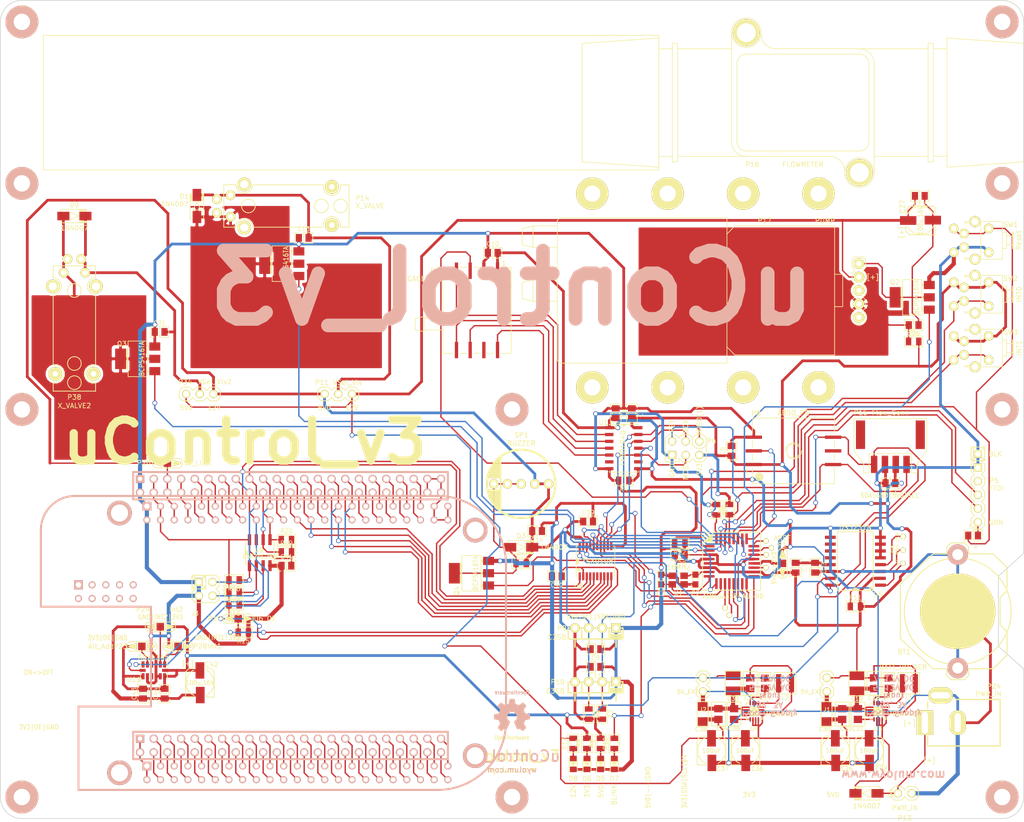
<source format=kicad_pcb>
(kicad_pcb (version 3) (host pcbnew "(2013-jul-07)-testing")
  (title_block (title "TiNA - Controller for TiM") (company WyoLum) (comment 1 www.wyolum.com))
  (layers (15 F.Cu signal) (0 B.Cu signal) (18 B.Paste user) (19 F.Paste user) (20 B.SilkS user) (21 F.SilkS user) (22 B.Mask user) (23 F.Mask user) (28 Edge.Cuts user))
  (net 0 "")
  (net 1 +3.3V)
  (net 2 /ACL_INT1)
  (net 3 /ACL_INT2)
  (net 4 /ACL_SDO)
  (net 5 /AREF)
  (net 6 /BBB/5V0)
  (net 7 /BBB/A0)
  (net 8 /BBB/A1)
  (net 9 /BBB/A2)
  (net 10 /BBB/AIN0)
  (net 11 /BBB/AIN1)
  (net 12 /BBB/AIN2)
  (net 13 /BBB/AIN3)
  (net 14 /BBB/AIN4)
  (net 15 /BBB/AIN5)
  (net 16 /BBB/AIN6)
  (net 17 /BBB/BBB_OE)
  (net 18 /BBB/BBB_RST)
  (net 19 /BBB/CLKOUT2)
  (net 20 /BBB/DGND_8)
  (net 21 /BBB/DGND_9_2)
  (net 22 /BBB/EHRPWM1A)
  (net 23 /BBB/EHRPWM1B)
  (net 24 /BBB/EHRPWM2A)
  (net 25 /BBB/EHRPWM2B)
  (net 26 /BBB/GNDA_ADC)
  (net 27 /BBB/GPIO0_26)
  (net 28 /BBB/GPIO0_27)
  (net 29 /BBB/GPIO0_7)
  (net 30 /BBB/GPIO1_0)
  (net 31 /BBB/GPIO1_1)
  (net 32 /BBB/GPIO1_12)
  (net 33 /BBB/GPIO1_13)
  (net 34 /BBB/GPIO1_14)
  (net 35 /BBB/GPIO1_15)
  (net 36 /BBB/GPIO1_16)
  (net 37 /BBB/GPIO1_17)
  (net 38 /BBB/GPIO1_2)
  (net 39 /BBB/GPIO1_28)
  (net 40 /BBB/GPIO1_29)
  (net 41 /BBB/GPIO1_3)
  (net 42 /BBB/GPIO1_30)
  (net 43 /BBB/GPIO1_31)
  (net 44 /BBB/GPIO1_4)
  (net 45 /BBB/GPIO1_5)
  (net 46 /BBB/GPIO1_6)
  (net 47 /BBB/GPIO1_7)
  (net 48 /BBB/GPIO2_1)
  (net 49 /BBB/GPIO2_10)
  (net 50 /BBB/GPIO2_11)
  (net 51 /BBB/GPIO2_13)
  (net 52 /BBB/GPIO2_22)
  (net 53 /BBB/GPIO2_23)
  (net 54 /BBB/GPIO2_24)
  (net 55 /BBB/GPIO2_25)
  (net 56 /BBB/GPIO2_6)
  (net 57 /BBB/GPIO2_7)
  (net 58 /BBB/GPIO2_8)
  (net 59 /BBB/GPIO2_9)
  (net 60 /BBB/GPIO3_19)
  (net 61 /BBB/GPIO3_21)
  (net 62 /BBB/GPIO_12)
  (net 63 /BBB/I2C1_SCL)
  (net 64 /BBB/I2C1_SDA)
  (net 65 /BBB/I2C2_SCL)
  (net 66 /BBB/I2C2_SDA)
  (net 67 /BBB/MISO)
  (net 68 /BBB/PWR_BUT)
  (net 69 /BBB/RESET)
  (net 70 /BBB/RXD)
  (net 71 /BBB/SCK)
  (net 72 /BBB/SCL)
  (net 73 /BBB/SDA)
  (net 74 /BBB/SPI1_CS0)
  (net 75 /BBB/SPI1_D0)
  (net 76 /BBB/SPI1_D1)
  (net 77 /BBB/SPI1_SCLK)
  (net 78 /BBB/SYS_5V)
  (net 79 /BBB/SYS_RESETn)
  (net 80 /BBB/TIMER4)
  (net 81 /BBB/TIMER5)
  (net 82 /BBB/TIMER6)
  (net 83 /BBB/TIMER7)
  (net 84 /BBB/TXD)
  (net 85 /BBB/UART1_RXD)
  (net 86 /BBB/UART1_TXD)
  (net 87 /BBB/UART2_RXD)
  (net 88 /BBB/UART2_TXD)
  (net 89 /BBB/UART3_CTSN)
  (net 90 /BBB/UART3_RTSN)
  (net 91 /BBB/UART4_CTSN)
  (net 92 /BBB/UART4_RTSN)
  (net 93 /BBB/UART4_RXD)
  (net 94 /BBB/UART4_TXD)
  (net 95 /BBB/UART5_CTSN)
  (net 96 /BBB/UART5_RTSN)
  (net 97 /BBB/UART5_RXD)
  (net 98 /BBB/UART5_TXD)
  (net 99 /BBB/VDD_3V3EXP)
  (net 100 /BBB/VDD_5V)
  (net 101 /BBB/VDD_ADC)
  (net 102 /BBB/~MOSI)
  (net 103 /Interface/+Vlv)
  (net 104 /Interface/+Vlv2)
  (net 105 /Interface/-Vlv)
  (net 106 /Interface/-Vlv2)
  (net 107 /Interface/12V)
  (net 108 /Interface/PC2_Pr2)
  (net 109 /Interface/PC3_Pr1)
  (net 110 /Interface/PD4_Valve2)
  (net 111 /Interface/P_MISO)
  (net 112 /Interface/P_MOSI)
  (net 113 /Interface/P_SCK)
  (net 114 /Interface/P_SS)
  (net 115 /Interface/Pump)
  (net 116 /Interface/Spk)
  (net 117 /Interface/~PB1_Pump)
  (net 118 /Interface/~PD5_Valve)
  (net 119 /Interface/~PD6_Spk)
  (net 120 /Interface/~SS)
  (net 121 /PB0)
  (net 122 /PB6)
  (net 123 /PB7)
  (net 124 /PC0)
  (net 125 /PC1)
  (net 126 /PC6)
  (net 127 /PC7)
  (net 128 /PD2)
  (net 129 /PD7)
  (net 130 /pwr/PWR_IN)
  (net 131 /rtc/32k)
  (net 132 /rtc/BAT)
  (net 133 /rtc/RST)
  (net 134 /rtc/SQR)
  (net 135 /~PD3)
  (net 136 /~RTS)
  (net 137 GND)
  (net 138 N-00000125)
  (net 139 N-0000028)
  (net 140 N-0000029)
  (net 141 N-0000030)
  (net 142 N-0000045)
  (net 143 N-0000046)
  (net 144 N-0000047)
  (net 145 N-0000048)
  (net 146 N-0000049)
  (net 147 N-0000050)
  (net 148 N-0000051)
  (net 149 N-0000052)
  (net 150 N-0000053)
  (net 151 N-0000054)
  (net 152 N-0000056)
  (net 153 N-0000057)
  (net 154 N-0000058)
  (net 155 N-0000059)
  (net 156 N-0000061)
  (net 157 N-0000062)
  (net 158 N-0000073)
  (net 159 N-0000074)
  (net 160 N-0000077)
  (net 161 N-0000092)
  (module Inductor_SMD3 (layer F.Cu) (at 166.243 146.431)
    (fp_text reference L2 (at 0 2.7305) (layer F.SilkS) (effects (font (size 0.8 0.8) (thickness 0.1))))
    (fp_text value 2u2H,3.0A hide)
    (pad 1 smd rect (at -1.19 0) (size 0.98 3.4) (layers F.Cu F.Paste F.Mask) (net 150 N-0000053))
    (pad 2 smd rect (at 1.19 0) (size 0.98 3.4) (layers F.Cu F.Paste F.Mask) (net 1 +3.3V))
  )
  (module c_1206 (layer F.Cu) (at 150.9395 152.146 270)
    (fp_text reference C38 (at 2.8575 0.3175 360) (layer F.SilkS) (effects (font (size 0.762 0.762) (thickness 0.127))))
    (fp_text value "10uF X7R" hide)
    (pad 1 smd rect (at 1.397 0 270) (size 1.6002 1.8034) (layers F.Cu F.Paste F.Mask) (net 107 /Interface/12V))
    (pad 2 smd rect (at -1.397 0 270) (size 1.6002 1.8034) (layers F.Cu F.Paste F.Mask) (net 137 GND))
  )
  (module c_1210 (layer F.Cu) (at 156.591 146.431 90)
    (fp_text reference C33 (at -2.8575 0 180) (layer F.SilkS) (effects (font (size 0.762 0.762) (thickness 0.127))))
    (fp_text value "22uF X7R" hide)
    (pad 1 smd rect (at 1.397 0 90) (size 1.6002 2.6924) (layers F.Cu F.Paste F.Mask) (net 1 +3.3V))
    (pad 2 smd rect (at -1.397 0 90) (size 1.6002 2.6924) (layers F.Cu F.Paste F.Mask) (net 137 GND))
  )
  (module TPS62132 (layer F.Cu) (at 160.528 151.638 180)
    (fp_text reference U4 (at 0 -3.2385 180) (layer F.SilkS) (effects (font (size 0.762 0.762) (thickness 0.127))))
    (fp_text value TPS62132 (at -4.953 -0.4445 180) (layer F.SilkS) (effects (font (size 0.762 0.762) (thickness 0.127))))
    (pad 2 smd oval (at -0.25 1.5 180) (size 0.28 0.85) (layers F.Cu F.Paste F.Mask) (net 150 N-0000053) (clearance 0.07))
    (pad 1 smd oval (at -0.75 1.5 180) (size 0.28 0.85) (layers F.Cu F.Paste F.Mask) (net 150 N-0000053) (clearance 0.07))
    (pad 3 smd oval (at 0.25 1.5 180) (size 0.28 0.85) (layers F.Cu F.Paste F.Mask) (net 150 N-0000053) (clearance 0.07))
    (pad 4 smd oval (at 0.75 1.5 180) (size 0.28 0.85) (layers F.Cu F.Paste F.Mask) (net 151 N-0000054) (clearance 0.07))
    (pad 5 smd oval (at 1.5 0.75 180) (size 0.85 0.28) (layers F.Cu F.Paste F.Mask) (net 137 GND) (clearance 0.07))
    (pad 6 smd oval (at 1.5 0.25 180) (size 0.85 0.28) (layers F.Cu F.Paste F.Mask) (net 137 GND) (clearance 0.07))
    (pad 7 smd oval (at 1.5 -0.25 180) (size 0.85 0.28) (layers F.Cu F.Paste F.Mask) (net 137 GND) (clearance 0.07))
    (pad 8 smd oval (at 1.5 -0.75 180) (size 0.85 0.28) (layers F.Cu F.Paste F.Mask) (net 137 GND) (clearance 0.07))
    (pad 9 smd oval (at 0.75 -1.5 180) (size 0.28 0.85) (layers F.Cu F.Paste F.Mask) (net 149 N-0000052) (clearance 0.07))
    (pad 10 smd oval (at 0.25 -1.5 180) (size 0.28 0.85) (layers F.Cu F.Paste F.Mask) (net 107 /Interface/12V) (clearance 0.07))
    (pad 11 smd oval (at -0.25 -1.5 180) (size 0.28 0.85) (layers F.Cu F.Paste F.Mask) (net 107 /Interface/12V) (clearance 0.07))
    (pad 12 smd oval (at -0.75 -1.5 180) (size 0.28 0.85) (layers F.Cu F.Paste F.Mask) (net 107 /Interface/12V) (clearance 0.07))
    (pad 13 smd oval (at -1.5 -0.75 180) (size 0.85 0.28) (layers F.Cu F.Paste F.Mask) (net 107 /Interface/12V) (clearance 0.07))
    (pad 14 smd oval (at -1.5 -0.25 180) (size 0.85 0.28) (layers F.Cu F.Paste F.Mask) (net 1 +3.3V) (clearance 0.07))
    (pad 15 smd oval (at -1.5 0.25 180) (size 0.85 0.28) (layers F.Cu F.Paste F.Mask) (net 137 GND) (clearance 0.07))
    (pad 16 smd oval (at -1.5 0.75 180) (size 0.85 0.28) (layers F.Cu F.Paste F.Mask) (net 137 GND) (clearance 0.07))
    (pad 16 thru_hole rect (at 0 0 180) (size 0.5 1.7) (drill 0.3) (layers *.Cu *.Mask F.SilkS) (net 137 GND) (clearance 0.07))
    (pad 16 thru_hole rect (at -0.5 -0.425 180) (size 0.7 0.85) (drill 0.3) (layers *.Cu *.Mask F.SilkS) (net 137 GND) (clearance 0.07))
    (pad 16 thru_hole rect (at -0.5 0.425 180) (size 0.7 0.85) (drill 0.3) (layers *.Cu *.Mask F.SilkS) (net 137 GND) (clearance 0.07))
    (pad 16 thru_hole rect (at 0.5 0.425 180) (size 0.7 0.85) (drill 0.3) (layers *.Cu *.Mask F.SilkS) (net 137 GND) (clearance 0.07))
    (pad 16 thru_hole rect (at 0.5 -0.425 180) (size 0.7 0.85) (drill 0.3) (layers *.Cu *.Mask F.SilkS) (net 137 GND) (clearance 0.07))
  )
  (module c_0805 (layer F.Cu) (at 156.7815 152.146 90)
    (fp_text reference C35 (at -2.7305 0 180) (layer F.SilkS) (effects (font (size 0.762 0.762) (thickness 0.127))))
    (fp_text value 3.3nF hide)
    (pad 1 smd rect (at 1 0 90) (size 1.35 1.55) (layers F.Cu F.Paste F.Mask) (net 137 GND))
    (pad 2 smd rect (at -1 0 90) (size 1.35 1.55) (layers F.Cu F.Paste F.Mask) (net 149 N-0000052))
  )
  (module c_0805 (layer F.Cu) (at 159.766 146.431 270)
    (fp_text reference C32 (at 2.7305 0 360) (layer F.SilkS) (effects (font (size 0.762 0.762) (thickness 0.127))))
    (fp_text value 100nF hide)
    (pad 1 smd rect (at 1 0 270) (size 1.35 1.55) (layers F.Cu F.Paste F.Mask) (net 137 GND))
    (pad 2 smd rect (at -1 0 270) (size 1.35 1.55) (layers F.Cu F.Paste F.Mask) (net 1 +3.3V))
  )
  (module c_0805 (layer F.Cu) (at 153.8605 152.146 90)
    (fp_text reference C34 (at -2.7305 0.6985 180) (layer F.SilkS) (effects (font (size 0.762 0.762) (thickness 0.127))))
    (fp_text value 100nF hide)
    (pad 1 smd rect (at 1 0 90) (size 1.35 1.55) (layers F.Cu F.Paste F.Mask) (net 137 GND))
    (pad 2 smd rect (at -1 0 90) (size 1.35 1.55) (layers F.Cu F.Paste F.Mask) (net 107 /Interface/12V))
  )
  (module C_ELCO_SMD (layer F.Cu) (at 158.877 158.9405 180)
    (fp_text reference C36 (at -2.2225 -3.3655 180) (layer F.SilkS) (effects (font (size 0.762 0.762) (thickness 0.127))))
    (fp_text value 100uF (at 0 0 180) (layer F.SilkS) (effects (font (size 0.762 0.762) (thickness 0.127))))
    (pad 1 smd rect (at 0 2.286 180) (size 1.6256 3.048) (layers F.Cu F.Paste F.Mask) (net 107 /Interface/12V))
    (pad 2 smd rect (at -0.0635 -2.286 180) (size 1.6256 3.048) (layers F.Cu F.Paste F.Mask) (net 137 GND))
  )
  (module C_ELCO_SMD (layer F.Cu) (at 152.5905 158.9405 180)
    (fp_text reference C37 (at -2.0955 -3.3655 180) (layer F.SilkS) (effects (font (size 0.762 0.762) (thickness 0.127))))
    (fp_text value 100uF (at 0 0 180) (layer F.SilkS) (effects (font (size 0.762 0.762) (thickness 0.127))))
    (pad 1 smd rect (at 0 2.286 180) (size 1.6256 3.048) (layers F.Cu F.Paste F.Mask) (net 107 /Interface/12V))
    (pad 2 smd rect (at -0.0635 -2.286 180) (size 1.6256 3.048) (layers F.Cu F.Paste F.Mask) (net 137 GND))
  )
  (module r_0805 (layer F.Cu) (at 162.4965 146.431 270)
    (fp_text reference R14 (at 2.7305 0 360) (layer F.SilkS) (effects (font (size 0.762 0.762) (thickness 0.127))))
    (fp_text value 100k hide)
    (pad 1 smd rect (at 0.9525 0 270) (size 1.30048 1.4986) (layers F.Cu F.Paste F.Mask) (net 151 N-0000054))
    (pad 2 smd rect (at -0.9525 0 270) (size 1.30048 1.4986) (layers F.Cu F.Paste F.Mask) (net 1 +3.3V))
  )
  (module Header_2 (layer F.Cu) (at 151.003 146.685 270)
    (fp_text reference J2 (at 4.6355 0 360) (layer F.SilkS) (effects (font (size 0.762 0.762) (thickness 0.127))))
    (fp_text value 5V_EXT (at 1.3335 2.8575 360) (layer F.SilkS) (effects (font (size 0.762 0.762) (thickness 0.127))))
    (pad 1 thru_hole circle (at -1.27 0 270) (size 1.524 1.524) (drill 1.016) (layers *.Cu *.Mask F.SilkS) (net 1 +3.3V))
    (pad 2 thru_hole circle (at 1.27 0 270) (size 1.524 1.524) (drill 1.016) (layers *.Cu *.Mask F.SilkS) (net 137 GND))
  )
  (module pin_strip_4-90 (layer F.Cu) (at 131.047 146.158)
    (fp_text reference P10 (at -7.0315 0.019) (layer F.SilkS) (effects (font (size 0.889 0.889) (thickness 0.127))))
    (fp_text value C3SB (at -7.476 1.7335) (layer F.SilkS) (effects (font (size 0.889 0.889) (thickness 0.127))))
    (pad 1 thru_hole circle (at -3.81 0) (size 1.778 1.778) (drill 1.016) (layers *.Cu *.Mask F.SilkS) (net 6 /BBB/5V0))
    (pad 2 thru_hole circle (at -1.27 0) (size 1.778 1.778) (drill 1.016) (layers *.Cu *.Mask F.SilkS) (net 72 /BBB/SCL))
    (pad 3 thru_hole circle (at 1.27 0) (size 1.778 1.778) (drill 1.016) (layers *.Cu *.Mask F.SilkS) (net 73 /BBB/SDA))
    (pad 4 thru_hole rect (at 3.81 0) (size 1.778 1.778) (drill 1.016) (layers *.Cu *.Mask F.SilkS) (net 137 GND))
  )
  (module pin_strip_4-90 (layer F.Cu) (at 131.047 136.158)
    (fp_text reference P9 (at -6.2695 0.0495) (layer F.SilkS) (effects (font (size 0.889 0.889) (thickness 0.127))))
    (fp_text value C3SB (at -7.1585 1.7005) (layer F.SilkS) (effects (font (size 0.889 0.889) (thickness 0.127))))
    (pad 1 thru_hole circle (at -3.81 0) (size 1.778 1.778) (drill 1.016) (layers *.Cu *.Mask F.SilkS) (net 6 /BBB/5V0))
    (pad 2 thru_hole circle (at -1.27 0) (size 1.778 1.778) (drill 1.016) (layers *.Cu *.Mask F.SilkS) (net 72 /BBB/SCL))
    (pad 3 thru_hole circle (at 1.27 0) (size 1.778 1.778) (drill 1.016) (layers *.Cu *.Mask F.SilkS) (net 73 /BBB/SDA))
    (pad 4 thru_hole rect (at 3.81 0) (size 1.778 1.778) (drill 1.016) (layers *.Cu *.Mask F.SilkS) (net 137 GND))
  )
  (module PCB (layer F.Cu) (at 115.297 95.358)
    (fp_text reference PCB1 hide)
    (fp_text value PCB hide)
  )
  (module vite_3mm (layer F.Cu) (at 24.547 167.558)
    (fp_text reference SC8 hide)
    (fp_text value SCREW hide)
    (pad 1 thru_hole circle (at 0 0) (size 6.096 6.096) (drill 3.048) (layers *.Cu *.SilkS *.Mask))
  )
  (module vite_3mm (layer F.Cu) (at 115.547 167.558)
    (fp_text reference SC9 hide)
    (fp_text value SCREW hide)
    (pad 1 thru_hole circle (at 0 0) (size 6.096 6.096) (drill 3.048) (layers *.Cu *.SilkS *.Mask))
  )
  (module vite_3mm (layer F.Cu) (at 206.547 167.558)
    (fp_text reference SC10 hide)
    (fp_text value SCREW hide)
    (pad 1 thru_hole circle (at 0 0) (size 6.096 6.096) (drill 3.048) (layers *.Cu *.SilkS *.Mask))
  )
  (module vite_3mm (layer F.Cu) (at 206.547 95.558)
    (fp_text reference SC7 hide)
    (fp_text value SCREW hide)
    (pad 1 thru_hole circle (at 0 0) (size 6.096 6.096) (drill 3.048) (layers *.Cu *.SilkS *.Mask))
  )
  (module vite_3mm (layer F.Cu) (at 24.547 53.558)
    (fp_text reference SC3 hide)
    (fp_text value SCREW hide)
    (pad 1 thru_hole circle (at 0 0) (size 6.096 6.096) (drill 3.048) (layers *.Cu *.SilkS *.Mask))
  )
  (module vite_3mm (layer F.Cu) (at 206.547 53.558)
    (fp_text reference SC4 hide)
    (fp_text value SCREW hide)
    (pad 1 thru_hole circle (at 0 0) (size 6.096 6.096) (drill 3.048) (layers *.Cu *.SilkS *.Mask))
  )
  (module vite_3mm (layer F.Cu) (at 206.547 23.558)
    (fp_text reference SC2 hide)
    (fp_text value SCREW hide)
    (pad 1 thru_hole circle (at 0 0) (size 6.096 6.096) (drill 3.048) (layers *.Cu *.SilkS *.Mask))
  )
  (module vite_3mm (layer F.Cu) (at 115.547 95.558)
    (fp_text reference SC6 hide)
    (fp_text value SCREW hide)
    (pad 1 thru_hole circle (at 0 0) (size 6.096 6.096) (drill 3.048) (layers *.Cu *.SilkS *.Mask))
  )
  (module vite_3mm (layer F.Cu) (at 24.547 95.558)
    (fp_text reference SC5 hide)
    (fp_text value SCREW hide)
    (pad 1 thru_hole circle (at 0 0) (size 6.096 6.096) (drill 3.048) (layers *.Cu *.SilkS *.Mask))
  )
  (module JACK_ALIM (layer F.Cu) (at 198.297 153.758 180)
    (fp_text reference P24 (at -6.7445 6.7555 180) (layer F.SilkS) (effects (font (size 0.889 0.889) (thickness 0.127))))
    (fp_text value PWR_IN (at -5.7285 5.3585 180) (layer F.SilkS) (effects (font (size 0.889 0.889) (thickness 0.127))))
    (pad 2 thru_hole oval (at 0 0 180) (size 3.048 4.572) (drill oval 1.1684 3.556) (layers *.Cu *.Mask F.SilkS) (net 137 GND))
    (pad 1 thru_hole rect (at 6.096 0 180) (size 3.048 4.572) (drill oval 1.1684 4.064) (layers *.Cu *.Mask F.SilkS) (net 130 /pwr/PWR_IN))
    (pad 3 thru_hole oval (at 3.175 5.08 180) (size 4.572 3.048) (drill oval 3.556 1.1684) (layers *.Cu *.Mask F.SilkS) (net 137 GND))
  )
  (module DS3231 (layer F.Cu) (at 179.297 123.758 90)
    (fp_text reference U5 (at -6.2265 4.218 180) (layer F.SilkS) (effects (font (size 0.889 0.889) (thickness 0.127))))
    (fp_text value DS3231N (at 6.2865 0 180) (layer F.SilkS) (effects (font (size 0.889 0.889) (thickness 0.127))))
    (pad 1 smd rect (at -4.445 4.65074 90) (size 0.59944 1.99898) (layers F.Cu F.Paste F.Mask) (net 131 /rtc/32k))
    (pad 2 smd rect (at -3.175 4.65074 90) (size 0.59944 1.99898) (layers F.Cu F.Paste F.Mask) (net 6 /BBB/5V0))
    (pad 3 smd rect (at -1.905 4.65074 90) (size 0.59944 1.99898) (layers F.Cu F.Paste F.Mask) (net 134 /rtc/SQR))
    (pad 4 smd rect (at -0.635 4.65074 90) (size 0.59944 1.99898) (layers F.Cu F.Paste F.Mask) (net 133 /rtc/RST))
    (pad 5 smd rect (at 0.635 4.65074 90) (size 0.59944 1.99898) (layers F.Cu F.Paste F.Mask) (net 137 GND))
    (pad 6 smd rect (at 1.905 4.65074 90) (size 0.59944 1.99898) (layers F.Cu F.Paste F.Mask) (net 137 GND))
    (pad 7 smd rect (at 3.175 4.65074 90) (size 0.59944 1.99898) (layers F.Cu F.Paste F.Mask) (net 137 GND))
    (pad 8 smd rect (at 4.445 4.65074 90) (size 0.59944 1.99898) (layers F.Cu F.Paste F.Mask) (net 137 GND))
    (pad 9 smd rect (at 4.445 -4.65074 90) (size 0.59944 1.99898) (layers F.Cu F.Paste F.Mask) (net 137 GND))
    (pad 10 smd rect (at 3.175 -4.65074 90) (size 0.59944 1.99898) (layers F.Cu F.Paste F.Mask) (net 137 GND))
    (pad 11 smd rect (at 1.905 -4.65074 90) (size 0.59944 1.99898) (layers F.Cu F.Paste F.Mask) (net 137 GND))
    (pad 12 smd rect (at 0.635 -4.65074 90) (size 0.59944 1.99898) (layers F.Cu F.Paste F.Mask) (net 137 GND))
    (pad 13 smd rect (at -0.635 -4.65074 90) (size 0.59944 1.99898) (layers F.Cu F.Paste F.Mask) (net 137 GND))
    (pad 14 smd rect (at -1.905 -4.65074 90) (size 0.59944 1.99898) (layers F.Cu F.Paste F.Mask) (net 132 /rtc/BAT))
    (pad 15 smd rect (at -3.175 -4.65074 90) (size 0.59944 1.99898) (layers F.Cu F.Paste F.Mask) (net 73 /BBB/SDA))
    (pad 16 smd rect (at -4.445 -4.65074 90) (size 0.59944 1.99898) (layers F.Cu F.Paste F.Mask) (net 72 /BBB/SCL))
  )
  (module TXS0108EPWR (layer F.Cu) (at 131.047 123.758)
    (fp_text reference U8 (at -3.158 4.639) (layer F.SilkS) (effects (font (size 0.889 0.889) (thickness 0.127))))
    (fp_text value TSX0108 (at 0.398 0.0035) (layer F.SilkS) (effects (font (size 0.889 0.889) (thickness 0.127))))
    (pad 5 smd rect (at -0.32512 2.79908) (size 0.4191 1.47066) (layers F.Cu F.Paste F.Mask) (net 85 /BBB/UART1_RXD) (clearance 0.1016))
    (pad 6 smd rect (at 0.32512 2.79908) (size 0.4191 1.47066) (layers F.Cu F.Paste F.Mask) (net 18 /BBB/BBB_RST) (clearance 0.1016))
    (pad 7 smd rect (at 0.97536 2.79908) (size 0.4191 1.47066) (layers F.Cu F.Paste F.Mask) (net 76 /BBB/SPI1_D1) (clearance 0.1016))
    (pad 8 smd rect (at 1.6256 2.79908) (size 0.4191 1.47066) (layers F.Cu F.Paste F.Mask) (net 75 /BBB/SPI1_D0) (clearance 0.1016))
    (pad 19 smd rect (at -2.27584 -2.79908) (size 0.4191 1.47066) (layers F.Cu F.Paste F.Mask) (net 6 /BBB/5V0) (clearance 0.1016))
    (pad 2 smd rect (at -2.27584 2.79908) (size 0.4191 1.47066) (layers F.Cu F.Paste F.Mask) (net 99 /BBB/VDD_3V3EXP) (clearance 0.1016))
    (pad 3 smd rect (at -1.6256 2.79908) (size 0.4191 1.47066) (layers F.Cu F.Paste F.Mask) (net 63 /BBB/I2C1_SCL) (clearance 0.1016))
    (pad 4 smd rect (at -0.97536 2.79908) (size 0.4191 1.47066) (layers F.Cu F.Paste F.Mask) (net 86 /BBB/UART1_TXD) (clearance 0.1016))
    (pad 12 smd rect (at 2.27584 -2.79908) (size 0.4191 1.47066) (layers F.Cu F.Paste F.Mask) (net 71 /BBB/SCK) (clearance 0.1016))
    (pad 13 smd rect (at 1.6256 -2.79908) (size 0.4191 1.47066) (layers F.Cu F.Paste F.Mask) (net 67 /BBB/MISO) (clearance 0.1016))
    (pad 14 smd rect (at 0.97536 -2.79908) (size 0.4191 1.47066) (layers F.Cu F.Paste F.Mask) (net 102 /BBB/~MOSI) (clearance 0.1016))
    (pad 15 smd rect (at 0.32512 -2.79908) (size 0.4191 1.47066) (layers F.Cu F.Paste F.Mask) (net 69 /BBB/RESET) (clearance 0.1016))
    (pad 16 smd rect (at -0.32512 -2.79908) (size 0.4191 1.47066) (layers F.Cu F.Paste F.Mask) (net 84 /BBB/TXD) (clearance 0.1016))
    (pad 17 smd rect (at -0.97536 -2.79908) (size 0.4191 1.47066) (layers F.Cu F.Paste F.Mask) (net 70 /BBB/RXD) (clearance 0.1016))
    (pad 9 smd rect (at 2.27584 2.79908) (size 0.4191 1.47066) (layers F.Cu F.Paste F.Mask) (net 77 /BBB/SPI1_SCLK) (clearance 0.1016))
    (pad 18 smd rect (at -1.6256 -2.79908) (size 0.4191 1.47066) (layers F.Cu F.Paste F.Mask) (net 72 /BBB/SCL) (clearance 0.1016))
    (pad 1 smd rect (at -2.92608 2.79908) (size 0.4191 1.47066) (layers F.Cu F.Paste F.Mask) (net 64 /BBB/I2C1_SDA) (clearance 0.1016))
    (pad 10 smd rect (at 2.92608 2.79908) (size 0.4191 1.47066) (layers F.Cu F.Paste F.Mask) (net 17 /BBB/BBB_OE) (clearance 0.1016))
    (pad 11 smd rect (at 2.92608 -2.79908) (size 0.4191 1.47066) (layers F.Cu F.Paste F.Mask) (net 137 GND) (clearance 0.1016))
    (pad 20 smd rect (at -2.92608 -2.79908) (size 0.4191 1.47066) (layers F.Cu F.Paste F.Mask) (net 73 /BBB/SDA) (clearance 0.1016))
  )
  (module HDIB002AUY8H5 (layer F.Cu) (at 167.797 103.258 270)
    (fp_text reference P8 (at -6.9285 6.9515 360) (layer F.SilkS) (effects (font (size 0.889 0.889) (thickness 0.127))))
    (fp_text value ABSO_PR (at -7.0612 0 360) (layer F.SilkS) (effects (font (size 0.889 0.889) (thickness 0.127))))
    (fp_text user 1 (at 3.8665 8.666 360) (layer F.SilkS) (effects (font (size 0.889 0.889) (thickness 0.127))))
    (pad 3 smd rect (at -2.54 7.366 270) (size 0.6096 3.048) (layers F.Cu F.Paste F.Mask) (net 137 GND))
    (pad 2 smd rect (at 0 7.366 270) (size 0.6096 3.048) (layers F.Cu F.Paste F.Mask) (net 108 /Interface/PC2_Pr2))
    (pad 1 smd rect (at 2.54 7.366 270) (size 0.6096 3.048) (layers F.Cu F.Paste F.Mask) (net 6 /BBB/5V0))
    (pad 6 smd rect (at 2.54 -7.366 270) (size 0.6096 3.048) (layers F.Cu F.Paste F.Mask) (net 72 /BBB/SCL))
    (pad 5 smd rect (at 0 -7.366 270) (size 0.6096 3.048) (layers F.Cu F.Paste F.Mask) (net 158 N-0000073))
    (pad 4 smd rect (at -2.54 -7.366 270) (size 0.6096 3.048) (layers F.Cu F.Paste F.Mask) (net 73 /BBB/SDA))
  )
  (module TXB0104D (layer F.Cu) (at 136.297 102.758 270)
    (fp_text reference U1 (at -4.7775 3.7725 360) (layer F.SilkS) (effects (font (size 0.889 0.889) (thickness 0.127))))
    (fp_text value TXB0104D (at -0.015 0.153 270) (layer F.SilkS) (effects (font (size 0.889 0.889) (thickness 0.127))))
    (pad 5 smd rect (at 1.27 2.6924 270) (size 0.5969 1.5494) (layers F.Cu F.Paste F.Mask) (net 112 /Interface/P_MOSI) (clearance 0.0762))
    (pad 6 smd rect (at 2.54 2.6924 270) (size 0.5969 1.5494) (layers F.Cu F.Paste F.Mask) (net 152 N-0000056) (clearance 0.0762))
    (pad 7 smd rect (at 3.81 2.6924 270) (size 0.5969 1.5494) (layers F.Cu F.Paste F.Mask) (net 137 GND) (clearance 0.0762))
    (pad 10 smd rect (at 1.27 -2.6924 270) (size 0.5969 1.5494) (layers F.Cu F.Paste F.Mask) (net 102 /BBB/~MOSI) (clearance 0.0762))
    (pad 2 smd rect (at -2.54 2.6924 270) (size 0.5969 1.5494) (layers F.Cu F.Paste F.Mask) (net 111 /Interface/P_MISO) (clearance 0.0762))
    (pad 3 smd rect (at -1.27 2.6924 270) (size 0.5969 1.5494) (layers F.Cu F.Paste F.Mask) (net 113 /Interface/P_SCK) (clearance 0.0762))
    (pad 4 smd rect (at 0 2.6924 270) (size 0.5969 1.5494) (layers F.Cu F.Paste F.Mask) (net 114 /Interface/P_SS) (clearance 0.0762))
    (pad 12 smd rect (at -1.27 -2.6924 270) (size 0.5969 1.5494) (layers F.Cu F.Paste F.Mask) (net 71 /BBB/SCK) (clearance 0.0762))
    (pad 13 smd rect (at -2.54 -2.6924 270) (size 0.5969 1.5494) (layers F.Cu F.Paste F.Mask) (net 67 /BBB/MISO) (clearance 0.0762))
    (pad 14 smd rect (at -3.81 -2.6924 270) (size 0.5969 1.5494) (layers F.Cu F.Paste F.Mask) (net 6 /BBB/5V0) (clearance 0.0762))
    (pad 9 smd rect (at 2.54 -2.6924 270) (size 0.5969 1.5494) (layers F.Cu F.Paste F.Mask) (net 153 N-0000057) (clearance 0.0762))
    (pad 1 smd rect (at -3.81 2.6924 270) (size 0.5969 1.5494) (layers F.Cu F.Paste F.Mask) (net 1 +3.3V) (clearance 0.0762))
    (pad 8 smd rect (at 3.81 -2.6924 270) (size 0.5969 1.5494) (layers F.Cu F.Paste F.Mask) (net 1 +3.3V) (clearance 0.0762))
    (pad 11 smd rect (at 0 -2.6924 270) (size 0.5969 1.5494) (layers F.Cu F.Paste F.Mask) (net 120 /Interface/~SS) (clearance 0.0762))
  )
  (module Header_FTDI (layer F.Cu) (at 202.047 110.158 270)
    (fp_text reference P5 (at -1.3825 -2.9945 360) (layer F.SilkS) (effects (font (size 0.889 0.889) (thickness 0.127))))
    (fp_text value FTDI (at 0.0145 -3.439 360) (layer F.SilkS) (effects (font (size 0.889 0.889) (thickness 0.127))))
    (fp_text user GRN (at 6.428 -3.3755 360) (layer F.SilkS) (effects (font (size 0.889 0.889) (thickness 0.127))))
    (fp_text user BLK (at -6.3355 -3.2485 360) (layer F.SilkS) (effects (font (size 0.889 0.889) (thickness 0.127))))
    (pad 1 thru_hole rect (at -6.35 0 270) (size 1.524 1.524) (drill 1.016) (layers *.Cu *.Mask F.SilkS) (net 137 GND))
    (pad 2 thru_hole rect (at -3.81 0 270) (size 1.524 1.524) (drill 1.016) (layers *.Cu *.Mask F.SilkS) (net 137 GND))
    (pad 3 thru_hole circle (at -1.27 0 270) (size 1.524 1.524) (drill 1.016) (layers *.Cu *.Mask F.SilkS) (net 141 N-0000030))
    (pad 4 thru_hole circle (at 1.27 0 270) (size 1.524 1.524) (drill 1.016) (layers *.Cu *.Mask F.SilkS) (net 70 /BBB/RXD))
    (pad 5 thru_hole circle (at 3.81 0 270) (size 1.524 1.524) (drill 1.016) (layers *.Cu *.Mask F.SilkS) (net 84 /BBB/TXD))
    (pad 6 thru_hole circle (at 6.35 0 270) (size 1.524 1.524) (drill 1.016) (layers *.Cu *.Mask F.SilkS) (net 136 /~RTS))
  )
  (module SW_PB_V_H (layer F.Cu) (at 204.047 64.158 180)
    (fp_text reference SW1 (at -4.106 2.944 180) (layer F.SilkS) (effects (font (size 0.889 0.889) (thickness 0.127))))
    (fp_text value Reset (at -5.5665 0.023 270) (layer F.SilkS) (effects (font (size 0.889 0.889) (thickness 0.127))))
    (pad 1 thru_hole circle (at 0 -2.2225 180) (size 1.778 1.778) (drill 1.016) (layers *.Cu *.Mask F.SilkS) (net 137 GND))
    (pad 2 thru_hole circle (at 0 2.2225 180) (size 1.778 1.778) (drill 1.016) (layers *.Cu *.Mask F.SilkS) (net 69 /BBB/RESET))
    (pad 3 thru_hole circle (at 2.54 -3.4925 180) (size 2.032 2.032) (drill 1.27) (layers *.Cu *.Mask F.SilkS))
    (pad 3 thru_hole circle (at 2.54 3.4925 180) (size 2.032 2.032) (drill 1.27) (layers *.Cu *.Mask F.SilkS))
    (pad 2 thru_hole circle (at 6.477 2.2225 180) (size 1.778 1.778) (drill 1.016) (layers *.Cu *.Mask F.SilkS) (net 69 /BBB/RESET))
    (pad 1 thru_hole circle (at 6.477 -2.2225 180) (size 1.778 1.778) (drill 1.016) (layers *.Cu *.Mask F.SilkS) (net 137 GND))
    (pad 2 thru_hole circle (at 4.572 1.27 180) (size 1.778 1.778) (drill 1.016) (layers *.Cu *.Mask F.SilkS) (net 69 /BBB/RESET))
    (pad 1 thru_hole circle (at 4.572 -1.27 180) (size 1.778 1.778) (drill 1.016) (layers *.Cu *.Mask F.SilkS) (net 137 GND))
  )
  (module CR2032 (layer F.Cu) (at 198.297 133.058 270)
    (fp_text reference BT1 (at 7.531 9.956 360) (layer F.SilkS) (effects (font (size 0.889 0.889) (thickness 0.127))))
    (fp_text value BATT_HOLDER (at 10.3885 10.1465 360) (layer F.SilkS) (effects (font (size 0.889 0.889) (thickness 0.127))))
    (fp_text user - (at 0 -3.937 270) (layer F.SilkS) (effects (font (size 0.889 0.889) (thickness 0.127))))
    (fp_text user + (at -11.938 -3.302 270) (layer F.SilkS) (effects (font (size 0.889 0.889) (thickness 0.127))))
    (pad + thru_hole circle (at -10.541 0 270) (size 3.81 3.81) (drill 2.032) (layers *.Cu B.Paste B.SilkS B.Mask) (net 132 /rtc/BAT))
    (pad + thru_hole circle (at 10.541 0 270) (size 3.81 3.81) (drill 2.032) (layers *.Cu B.Paste B.SilkS B.Mask) (net 132 /rtc/BAT))
    (pad - smd circle (at 0 0 270) (size 14 14) (layers F.Cu F.Paste F.SilkS F.Mask) (net 137 GND))
  )
  (module SW_PB_V_H (layer F.Cu) (at 204.047 74.158 180)
    (fp_text reference SW2 (at -4.0425 2.911 180) (layer F.SilkS) (effects (font (size 0.889 0.889) (thickness 0.127))))
    (fp_text value INT0 (at -5.63 -0.01 270) (layer F.SilkS) (effects (font (size 0.889 0.889) (thickness 0.127))))
    (pad 1 thru_hole circle (at 0 -2.2225 180) (size 1.778 1.778) (drill 1.016) (layers *.Cu *.Mask F.SilkS) (net 128 /PD2))
    (pad 2 thru_hole circle (at 0 2.2225 180) (size 1.778 1.778) (drill 1.016) (layers *.Cu *.Mask F.SilkS) (net 6 /BBB/5V0))
    (pad 3 thru_hole circle (at 2.54 -3.4925 180) (size 2.032 2.032) (drill 1.27) (layers *.Cu *.Mask F.SilkS))
    (pad 3 thru_hole circle (at 2.54 3.4925 180) (size 2.032 2.032) (drill 1.27) (layers *.Cu *.Mask F.SilkS))
    (pad 2 thru_hole circle (at 6.477 2.2225 180) (size 1.778 1.778) (drill 1.016) (layers *.Cu *.Mask F.SilkS) (net 6 /BBB/5V0))
    (pad 1 thru_hole circle (at 6.477 -2.2225 180) (size 1.778 1.778) (drill 1.016) (layers *.Cu *.Mask F.SilkS) (net 128 /PD2))
    (pad 2 thru_hole circle (at 4.572 1.27 180) (size 1.778 1.778) (drill 1.016) (layers *.Cu *.Mask F.SilkS) (net 6 /BBB/5V0))
    (pad 1 thru_hole circle (at 4.572 -1.27 180) (size 1.778 1.778) (drill 1.016) (layers *.Cu *.Mask F.SilkS) (net 128 /PD2))
  )
  (module SW_PB_V_H (layer F.Cu) (at 204.047 84.158 180)
    (fp_text reference SW3 (at -4.106 2.9415 180) (layer F.SilkS) (effects (font (size 0.889 0.889) (thickness 0.127))))
    (fp_text value INT1 (at -5.63 0.0205 270) (layer F.SilkS) (effects (font (size 0.889 0.889) (thickness 0.127))))
    (pad 1 thru_hole circle (at 0 -2.2225 180) (size 1.778 1.778) (drill 1.016) (layers *.Cu *.Mask F.SilkS) (net 135 /~PD3))
    (pad 2 thru_hole circle (at 0 2.2225 180) (size 1.778 1.778) (drill 1.016) (layers *.Cu *.Mask F.SilkS) (net 6 /BBB/5V0))
    (pad 3 thru_hole circle (at 2.54 -3.4925 180) (size 2.032 2.032) (drill 1.27) (layers *.Cu *.Mask F.SilkS))
    (pad 3 thru_hole circle (at 2.54 3.4925 180) (size 2.032 2.032) (drill 1.27) (layers *.Cu *.Mask F.SilkS))
    (pad 2 thru_hole circle (at 6.477 2.2225 180) (size 1.778 1.778) (drill 1.016) (layers *.Cu *.Mask F.SilkS) (net 6 /BBB/5V0))
    (pad 1 thru_hole circle (at 6.477 -2.2225 180) (size 1.778 1.778) (drill 1.016) (layers *.Cu *.Mask F.SilkS) (net 135 /~PD3))
    (pad 2 thru_hole circle (at 4.572 1.27 180) (size 1.778 1.778) (drill 1.016) (layers *.Cu *.Mask F.SilkS) (net 6 /BBB/5V0))
    (pad 1 thru_hole circle (at 4.572 -1.27 180) (size 1.778 1.778) (drill 1.016) (layers *.Cu *.Mask F.SilkS) (net 135 /~PD3))
  )
  (module Speaker (layer F.Cu) (at 117.247 109.383 180)
    (fp_text reference SP1 (at -0.0375 9.053 180) (layer F.SilkS) (effects (font (size 0.889 0.889) (thickness 0.127))))
    (fp_text value BUZZER (at -0.0375 7.529 180) (layer F.SilkS) (effects (font (size 0.889 0.889) (thickness 0.127))))
    (pad 1 thru_hole circle (at -2.54 0 180) (size 1.778 1.778) (drill 1.016) (layers *.Cu *.Mask F.SilkS) (net 6 /BBB/5V0))
    (pad 2 thru_hole circle (at 5.08 0 180) (size 1.778 1.778) (drill 1.016) (layers *.Cu *.Mask F.SilkS) (net 116 /Interface/Spk))
    (pad 2 thru_hole circle (at 2.54 0 180) (size 1.778 1.778) (drill 1.016) (layers *.Cu *.Mask F.SilkS) (net 116 /Interface/Spk))
    (pad 1 thru_hole circle (at -5.08 0 180) (size 1.778 1.778) (drill 1.016) (layers *.Cu *.Mask F.SilkS) (net 6 /BBB/5V0))
    (pad 2 thru_hole circle (at 0 0 180) (size 1.778 1.778) (drill 1.016) (layers *.Cu *.Mask F.SilkS) (net 116 /Interface/Spk))
  )
  (module C_ELCO_SMD (layer F.Cu) (at 191.389 60.452 270)
    (fp_text reference C27 (at -2.5585 3.336 270) (layer F.SilkS) (effects (font (size 0.889 0.889) (thickness 0.127))))
    (fp_text value 100u,16V (at 0 0 270) (layer F.SilkS) (effects (font (size 0.889 0.762) (thickness 0.127))))
    (fp_text user [+] (at 2.204 3.5265 270) (layer F.SilkS) (effects (font (size 0.889 0.889) (thickness 0.127))))
    (pad 1 smd rect (at 0 2.286 270) (size 1.6256 3.048) (layers F.Cu F.Paste F.Mask) (net 107 /Interface/12V))
    (pad 2 smd rect (at -0.0635 -2.286 270) (size 1.6256 3.048) (layers F.Cu F.Paste F.Mask) (net 160 N-0000077))
  )
  (module Conn_Flow_SFM3000_Male (layer F.Cu) (at 185.797 105.758 180)
    (fp_text reference P15 (at 5.5205 9.619 180) (layer F.SilkS) (effects (font (size 0.889 0.889) (thickness 0.127))))
    (fp_text value Flow_Conn (at -0.004 9.619 180) (layer F.SilkS) (effects (font (size 0.889 0.889) (thickness 0.127))))
    (pad 1 smd rect (at -3 0 180) (size 1.2 3.2) (layers F.Cu F.Paste F.Mask) (net 72 /BBB/SCL))
    (pad 2 smd rect (at -0.9934 0 180) (size 1.2 3.2) (layers F.Cu F.Paste F.Mask) (net 6 /BBB/5V0))
    (pad 3 smd rect (at 1.0132 0 180) (size 1.2 3.2) (layers F.Cu F.Paste F.Mask) (net 137 GND))
    (pad 4 smd rect (at 3.0198 0 180) (size 1.2 3.2) (layers F.Cu F.Paste F.Mask) (net 73 /BBB/SDA))
    (pad "" smd rect (at -5.55 5.5 180) (size 1.7 5.3) (layers F.Cu F.Paste F.Mask))
    (pad "" smd rect (at 5.55 5.5 180) (size 1.7 5.3) (layers F.Cu F.Paste F.Mask))
  )
  (module led_0805 (layer F.Cu) (at 126.9238 161.417 90)
    (fp_text reference D8 (at -2.7265 -0.0345 180) (layer F.SilkS) (effects (font (size 0.889 0.889) (thickness 0.127))))
    (fp_text value 12V (at -5.076 -0.0345 90) (layer F.SilkS) (effects (font (size 0.889 0.889) (thickness 0.127))))
    (pad 1 smd rect (at 1.016 0 90) (size 1.016 1.27) (layers F.Cu F.Paste F.Mask) (net 146 N-0000049))
    (pad 2 smd rect (at -1.016 0 90) (size 1.016 1.27) (layers F.Cu F.Paste F.Mask) (net 137 GND))
  )
  (module diode-DO214AC (layer F.Cu) (at 181.356 166.878 180)
    (fp_text reference D4 (at -4.4775 0.006 270) (layer F.SilkS) (effects (font (size 0.889 0.889) (thickness 0.127))))
    (fp_text value 1N4007 (at -0.0325 -2.3435 180) (layer F.SilkS) (effects (font (size 0.889 0.889) (thickness 0.127))))
    (pad 2 smd rect (at 2.05 0 180) (size 2.25 1.6) (layers F.Cu F.Paste F.Mask) (net 107 /Interface/12V))
    (pad 1 smd rect (at -2.05 0 180) (size 2.25 1.6) (layers F.Cu F.Paste F.Mask) (net 130 /pwr/PWR_IN))
  )
  (module diode-DO214AC (layer F.Cu) (at 57.047 57.758 90)
    (fp_text reference D1 (at 1.751 -2.3735 180) (layer F.SilkS) (effects (font (size 0.889 0.889) (thickness 0.127))))
    (fp_text value 1N4007 (at 0.354 -4.1515 180) (layer F.SilkS) (effects (font (size 0.889 0.889) (thickness 0.127))))
    (pad 2 smd rect (at 2.05 0 90) (size 2.25 1.6) (layers F.Cu F.Paste F.Mask) (net 103 /Interface/+Vlv))
    (pad 1 smd rect (at -2.05 0 90) (size 2.25 1.6) (layers F.Cu F.Paste F.Mask) (net 105 /Interface/-Vlv))
  )
  (module diode-DO214AC (layer F.Cu) (at 117.247 121.158)
    (fp_text reference D3 (at 0 -2.0955) (layer F.SilkS) (effects (font (size 0.889 0.889) (thickness 0.127))))
    (fp_text value 1N4007 (at 6.07 0) (layer F.SilkS) (effects (font (size 0.889 0.889) (thickness 0.127))))
    (pad 2 smd rect (at 2.05 0) (size 2.25 1.6) (layers F.Cu F.Paste F.Mask) (net 6 /BBB/5V0))
    (pad 1 smd rect (at -2.05 0) (size 2.25 1.6) (layers F.Cu F.Paste F.Mask) (net 116 /Interface/Spk))
  )
  (module Header_3 (layer F.Cu) (at 83.2866 92.6846)
    (fp_text reference P11 (at -3.033 -2.1255) (layer F.SilkS) (effects (font (size 0.889 0.889) (thickness 0.127))))
    (fp_text value VSel_Vlv (at 1.7295 -2.1255) (layer F.SilkS) (effects (font (size 0.889 0.889) (thickness 0.127))))
    (pad 1 thru_hole circle (at -2.54 0) (size 1.524 1.524) (drill 1.016) (layers *.Cu *.Mask F.SilkS) (net 6 /BBB/5V0))
    (pad 2 thru_hole circle (at 0 0) (size 1.524 1.524) (drill 1.016) (layers *.Cu *.Mask F.SilkS) (net 103 /Interface/+Vlv))
    (pad 3 thru_hole circle (at 2.54 0) (size 1.524 1.524) (drill 1.016) (layers *.Cu *.Mask F.SilkS) (net 107 /Interface/12V))
  )
  (module TQFP32 (layer F.Cu) (at 156.297 123.758)
    (fp_text reference U7 (at -4.8622 -4.8352) (layer F.SilkS) (effects (font (size 0.889 0.889) (thickness 0.127))))
    (fp_text value ATMEGA328-AU-ND (at 0.294 6.4805) (layer F.SilkS) (effects (font (size 0.889 0.762) (thickness 0.127))))
    (pad 8 smd rect (at -4.15036 2.79908) (size 1.99898 0.44958) (layers F.Cu F.Paste F.Mask) (net 123 /PB7) (clearance 0.127))
    (pad 7 smd rect (at -4.15036 1.99898) (size 1.99898 0.44958) (layers F.Cu F.Paste F.Mask) (net 122 /PB6) (clearance 0.14986))
    (pad 6 smd rect (at -4.15036 1.19888) (size 1.99898 0.44958) (layers F.Cu F.Paste F.Mask) (net 6 /BBB/5V0) (clearance 0.14986))
    (pad 5 smd rect (at -4.15036 0.39878) (size 1.99898 0.44958) (layers F.Cu F.Paste F.Mask) (net 137 GND) (clearance 0.14986))
    (pad 4 smd rect (at -4.15036 -0.39878) (size 1.99898 0.44958) (layers F.Cu F.Paste F.Mask) (net 6 /BBB/5V0) (clearance 0.14986))
    (pad 3 smd rect (at -4.15036 -1.19888) (size 1.99898 0.44958) (layers F.Cu F.Paste F.Mask) (net 137 GND) (clearance 0.14986))
    (pad 2 smd rect (at -4.15036 -1.99898) (size 1.99898 0.44958) (layers F.Cu F.Paste F.Mask) (net 110 /Interface/PD4_Valve2) (clearance 0.14986))
    (pad 1 smd rect (at -4.15036 -2.79908) (size 1.99898 0.44958) (layers F.Cu F.Paste F.Mask) (net 135 /~PD3) (clearance 0.127))
    (pad 24 smd rect (at 4.15036 -2.79908) (size 1.99898 0.44958) (layers F.Cu F.Paste F.Mask) (net 125 /PC1) (clearance 0.127))
    (pad 17 smd rect (at 4.15036 2.79908) (size 1.99898 0.44958) (layers F.Cu F.Paste F.Mask) (net 71 /BBB/SCK) (clearance 0.127))
    (pad 18 smd rect (at 4.15036 1.99898) (size 1.99898 0.44958) (layers F.Cu F.Paste F.Mask) (net 6 /BBB/5V0) (clearance 0.14986))
    (pad 19 smd rect (at 4.15036 1.19888) (size 1.99898 0.44958) (layers F.Cu F.Paste F.Mask) (net 126 /PC6) (clearance 0.14986))
    (pad 20 smd rect (at 4.15036 0.39878) (size 1.99898 0.44958) (layers F.Cu F.Paste F.Mask) (net 5 /AREF) (clearance 0.14986))
    (pad 21 smd rect (at 4.15036 -0.39878) (size 1.99898 0.44958) (layers F.Cu F.Paste F.Mask) (net 137 GND) (clearance 0.14986))
    (pad 22 smd rect (at 4.15036 -1.19888) (size 1.99898 0.44958) (layers F.Cu F.Paste F.Mask) (net 127 /PC7) (clearance 0.14986))
    (pad 23 smd rect (at 4.15036 -1.99898) (size 1.99898 0.44958) (layers F.Cu F.Paste F.Mask) (net 124 /PC0) (clearance 0.14986))
    (pad 32 smd rect (at -2.79908 -4.15036 90) (size 1.99898 0.44958) (layers F.Cu F.Paste F.Mask) (net 128 /PD2) (clearance 0.127))
    (pad 31 smd rect (at -1.99898 -4.15036 90) (size 1.99898 0.44958) (layers F.Cu F.Paste F.Mask) (net 84 /BBB/TXD) (clearance 0.14986))
    (pad 30 smd rect (at -1.19888 -4.15036 90) (size 1.99898 0.44958) (layers F.Cu F.Paste F.Mask) (net 70 /BBB/RXD) (clearance 0.14986))
    (pad 29 smd rect (at -0.39878 -4.15036 90) (size 1.99898 0.44958) (layers F.Cu F.Paste F.Mask) (net 69 /BBB/RESET) (clearance 0.14986))
    (pad 28 smd rect (at 0.39878 -4.15036 90) (size 1.99898 0.44958) (layers F.Cu F.Paste F.Mask) (net 72 /BBB/SCL) (clearance 0.14986))
    (pad 27 smd rect (at 1.19888 -4.15036 90) (size 1.99898 0.44958) (layers F.Cu F.Paste F.Mask) (net 73 /BBB/SDA) (clearance 0.14986))
    (pad 26 smd rect (at 1.99898 -4.15036 90) (size 1.99898 0.44958) (layers F.Cu F.Paste F.Mask) (net 109 /Interface/PC3_Pr1) (clearance 0.14986))
    (pad 25 smd rect (at 2.79908 -4.15036 90) (size 1.99898 0.44958) (layers F.Cu F.Paste F.Mask) (net 108 /Interface/PC2_Pr2) (clearance 0.127))
    (pad 9 smd rect (at -2.79908 4.15036 90) (size 1.99898 0.44958) (layers F.Cu F.Paste F.Mask) (net 118 /Interface/~PD5_Valve) (clearance 0.127))
    (pad 10 smd rect (at -1.99898 4.15036 90) (size 1.99898 0.44958) (layers F.Cu F.Paste F.Mask) (net 119 /Interface/~PD6_Spk) (clearance 0.14986))
    (pad 11 smd rect (at -1.19888 4.15036 90) (size 1.99898 0.44958) (layers F.Cu F.Paste F.Mask) (net 129 /PD7) (clearance 0.14986))
    (pad 12 smd rect (at -0.39878 4.15036 90) (size 1.99898 0.44958) (layers F.Cu F.Paste F.Mask) (net 121 /PB0) (clearance 0.14986))
    (pad 13 smd rect (at 0.39878 4.15036 90) (size 1.99898 0.44958) (layers F.Cu F.Paste F.Mask) (net 117 /Interface/~PB1_Pump) (clearance 0.14986))
    (pad 14 smd rect (at 1.19888 4.15036 90) (size 1.99898 0.44958) (layers F.Cu F.Paste F.Mask) (net 120 /Interface/~SS) (clearance 0.14986))
    (pad 15 smd rect (at 1.99898 4.15036 90) (size 1.99898 0.44958) (layers F.Cu F.Paste F.Mask) (net 102 /BBB/~MOSI) (clearance 0.14986))
    (pad 16 smd rect (at 2.79908 4.15036 90) (size 1.99898 0.44958) (layers F.Cu F.Paste F.Mask) (net 67 /BBB/MISO) (clearance 0.127))
  )
  (module c_0603 (layer F.Cu) (at 149.597 127.158 90)
    (fp_text reference C2 (at -2.5725 0.009 180) (layer F.SilkS) (effects (font (size 0.889 0.889) (thickness 0.127))))
    (fp_text value 22p hide)
    (pad 1 smd rect (at 0.9 0 90) (size 1.15 1.1) (layers F.Cu F.Paste F.Mask) (net 122 /PB6))
    (pad 2 smd rect (at -0.9 0 90) (size 1.15 1.1) (layers F.Cu F.Paste F.Mask) (net 137 GND))
  )
  (module c_0603 (layer F.Cu) (at 143.247 127.158 270)
    (fp_text reference C3 (at 2.5725 0.0545 360) (layer F.SilkS) (effects (font (size 0.889 0.889) (thickness 0.127))))
    (fp_text value 22p hide)
    (pad 1 smd rect (at 0.9 0 270) (size 1.15 1.1) (layers F.Cu F.Paste F.Mask) (net 123 /PB7))
    (pad 2 smd rect (at -0.9 0 270) (size 1.15 1.1) (layers F.Cu F.Paste F.Mask) (net 137 GND))
  )
  (module led_0805 (layer F.Cu) (at 132.0038 161.417 90)
    (fp_text reference D5 (at -2.7265 -0.003 180) (layer F.SilkS) (effects (font (size 0.889 0.889) (thickness 0.127))))
    (fp_text value 5V0 (at -5.076 0.0605 90) (layer F.SilkS) (effects (font (size 0.889 0.889) (thickness 0.127))))
    (pad 1 smd rect (at 1.016 0 90) (size 1.016 1.27) (layers F.Cu F.Paste F.Mask) (net 148 N-0000051))
    (pad 2 smd rect (at -1.016 0 90) (size 1.016 1.27) (layers F.Cu F.Paste F.Mask) (net 137 GND))
  )
  (module led_0805 (layer F.Cu) (at 129.4638 161.417 90)
    (fp_text reference D6 (at -2.7265 -0.0025 180) (layer F.SilkS) (effects (font (size 0.889 0.889) (thickness 0.127))))
    (fp_text value 3V3 (at -5.076 -0.0025 90) (layer F.SilkS) (effects (font (size 0.889 0.889) (thickness 0.127))))
    (pad 1 smd rect (at 1.016 0 90) (size 1.016 1.27) (layers F.Cu F.Paste F.Mask) (net 147 N-0000050))
    (pad 2 smd rect (at -1.016 0 90) (size 1.016 1.27) (layers F.Cu F.Paste F.Mask) (net 137 GND))
  )
  (module led_0805 (layer F.Cu) (at 134.5438 161.417 90)
    (fp_text reference D7 (at -2.7265 -0.034 180) (layer F.SilkS) (effects (font (size 0.889 0.889) (thickness 0.127))))
    (fp_text value BLINK (at -5.711 -0.034 90) (layer F.SilkS) (effects (font (size 0.889 0.889) (thickness 0.127))))
    (pad 1 smd rect (at 1.016 0 90) (size 1.016 1.27) (layers F.Cu F.Paste F.Mask) (net 145 N-0000048))
    (pad 2 smd rect (at -1.016 0 90) (size 1.016 1.27) (layers F.Cu F.Paste F.Mask) (net 137 GND))
  )
  (module ADXL345 (layer F.Cu) (at 49.047 144.033 90)
    (fp_text reference U11 (at -1.6995 -3.708 180) (layer F.SilkS) (effects (font (size 0.889 0.889) (thickness 0.127))))
    (fp_text value ADXL345 (at 2.428 -0.025 180) (layer F.SilkS) (effects (font (size 0.889 0.889) (thickness 0.127))))
    (pad 6 smd rect (at -1.1 2 90) (size 1.145 0.55) (layers F.Cu F.Paste F.Mask) (net 1 +3.3V) (clearance 0.1))
    (pad 5 smd rect (at -1.1 1.2 90) (size 1.145 0.55) (layers F.Cu F.Paste F.Mask) (net 137 GND) (clearance 0.1))
    (pad 1 smd rect (at -1.1 -2 90) (size 1.145 0.55) (layers F.Cu F.Paste F.Mask) (net 1 +3.3V) (clearance 0.1))
    (pad 2 smd rect (at -1.1 -1.2 90) (size 1.145 0.55) (layers F.Cu F.Paste F.Mask) (net 137 GND) (clearance 0.1))
    (pad 3 smd rect (at -1.1 -0.4 90) (size 1.145 0.55) (layers F.Cu F.Paste F.Mask) (net 140 N-0000029) (clearance 0.1))
    (pad 4 smd rect (at -1.1 0.4 90) (size 1.145 0.55) (layers F.Cu F.Paste F.Mask) (net 137 GND) (clearance 0.1))
    (pad 10 smd rect (at 1.1 0.4 90) (size 1.145 0.55) (layers F.Cu F.Paste F.Mask) (net 137 GND) (clearance 0.1))
    (pad 11 smd rect (at 1.1 -0.4 90) (size 1.145 0.55) (layers F.Cu F.Paste F.Mask) (net 139 N-0000028) (clearance 0.1))
    (pad 12 smd rect (at 1.1 -1.2 90) (size 1.145 0.55) (layers F.Cu F.Paste F.Mask) (net 4 /ACL_SDO) (clearance 0.1))
    (pad 13 smd rect (at 1.1 -2 90) (size 1.145 0.55) (layers F.Cu F.Paste F.Mask) (net 64 /BBB/I2C1_SDA) (clearance 0.1))
    (pad 9 smd rect (at 1.1 1.2 90) (size 1.145 0.55) (layers F.Cu F.Paste F.Mask) (net 3 /ACL_INT2) (clearance 0.1))
    (pad 8 smd rect (at 1.1 2 90) (size 1.145 0.55) (layers F.Cu F.Paste F.Mask) (net 2 /ACL_INT1) (clearance 0.1))
    (pad 7 smd rect (at 0 2.1 90) (size 0.55 1.145) (layers F.Cu F.Paste F.Mask) (net 1 +3.3V) (clearance 0.1))
    (pad 14 smd rect (at 0 -2.1 90) (size 0.55 1.145) (layers F.Cu F.Paste F.Mask) (net 63 /BBB/I2C1_SCL) (clearance 0.1))
  )
  (module C_ELCO_SMD (layer F.Cu) (at 57.597 146.333 180)
    (fp_text reference C42 (at -2.1565 3.3945 180) (layer F.SilkS) (effects (font (size 0.889 0.889) (thickness 0.127))))
    (fp_text value 100u,16V (at 0 0 180) (layer F.SilkS) (effects (font (size 0.889 0.762) (thickness 0.127))))
    (fp_text user [+] (at 2.225 3.585 180) (layer F.SilkS) (effects (font (size 0.889 0.889) (thickness 0.127))))
    (pad 1 smd rect (at 0 2.286 180) (size 1.6256 3.048) (layers F.Cu F.Paste F.Mask) (net 1 +3.3V))
    (pad 2 smd rect (at -0.0635 -2.286 180) (size 1.6256 3.048) (layers F.Cu F.Paste F.Mask) (net 137 GND))
  )
  (module diode-DO214AC (layer F.Cu) (at 34.297 59.633)
    (fp_text reference D9 (at 0 -2.0955) (layer F.SilkS) (effects (font (size 0.889 0.889) (thickness 0.127))))
    (fp_text value 1N4007 (at 0 2.2225) (layer F.SilkS) (effects (font (size 0.889 0.889) (thickness 0.127))))
    (pad 2 smd rect (at 2.05 0) (size 2.25 1.6) (layers F.Cu F.Paste F.Mask) (net 104 /Interface/+Vlv2))
    (pad 1 smd rect (at -2.05 0) (size 2.25 1.6) (layers F.Cu F.Paste F.Mask) (net 106 /Interface/-Vlv2))
  )
  (module Header_3 (layer F.Cu) (at 57.5818 92.6846 180)
    (fp_text reference P34 (at 2.6924 2.2098 180) (layer F.SilkS) (effects (font (size 0.889 0.889) (thickness 0.127))))
    (fp_text value VSel_Vlv2 (at -2.7686 2.286 180) (layer F.SilkS) (effects (font (size 0.889 0.889) (thickness 0.127))))
    (pad 1 thru_hole circle (at -2.54 0 180) (size 1.524 1.524) (drill 1.016) (layers *.Cu *.Mask F.SilkS) (net 6 /BBB/5V0))
    (pad 2 thru_hole circle (at 0 0 180) (size 1.524 1.524) (drill 1.016) (layers *.Cu *.Mask F.SilkS) (net 104 /Interface/+Vlv2))
    (pad 3 thru_hole circle (at 2.54 0 180) (size 1.524 1.524) (drill 1.016) (layers *.Cu *.Mask F.SilkS) (net 107 /Interface/12V))
  )
  (module Header_ISP (layer F.Cu) (at 147.797 102.758)
    (fp_text reference P4 (at 4.7935 -1.3485) (layer F.SilkS) (effects (font (size 0.889 0.889) (thickness 0.127))))
    (fp_text value ICSP hide)
    (fp_text user 3V3 (at 2.54 4.0005 270) (layer F.SilkS) (effects (font (size 0.889 0.889) (thickness 0.127))))
    (fp_text user MOSI (at 0 4.318 270) (layer F.SilkS) (effects (font (size 0.889 0.889) (thickness 0.127))))
    (fp_text user GND (at -2.54 4.1275 270) (layer F.SilkS) (effects (font (size 0.889 0.889) (thickness 0.127))))
    (fp_text user "MISO(1)" (at 2.54 -5.207 270) (layer F.SilkS) (effects (font (size 0.889 0.889) (thickness 0.127))))
    (fp_text user SCK (at 0 -4.064 270) (layer F.SilkS) (effects (font (size 0.889 0.889) (thickness 0.127))))
    (fp_text user RST (at -2.54 -4.064 270) (layer F.SilkS) (effects (font (size 0.889 0.889) (thickness 0.127))))
    (pad 6 thru_hole rect (at -2.54 1.27) (size 1.524 1.524) (drill 1.016) (layers *.Cu *.Mask F.SilkS) (net 137 GND))
    (pad 5 thru_hole circle (at -2.54 -1.27) (size 1.524 1.524) (drill 1.016) (layers *.Cu *.Mask F.SilkS) (net 69 /BBB/RESET))
    (pad 4 thru_hole circle (at 0 1.27) (size 1.524 1.524) (drill 1.016) (layers *.Cu *.Mask F.SilkS) (net 102 /BBB/~MOSI))
    (pad 3 thru_hole circle (at 0 -1.27) (size 1.524 1.524) (drill 1.016) (layers *.Cu *.Mask F.SilkS) (net 71 /BBB/SCK))
    (pad 2 thru_hole circle (at 2.54 1.27) (size 1.524 1.524) (drill 1.016) (layers *.Cu *.Mask F.SilkS) (net 6 /BBB/5V0))
    (pad 1 thru_hole circle (at 2.54 -1.27) (size 1.524 1.524) (drill 1.016) (layers *.Cu *.Mask F.SilkS) (net 67 /BBB/MISO))
  )
  (module FlowMeter_CFM3000 (layer F.Cu) (at 169.547 38.558 180)
    (fp_text reference P16 (at 9.4 -11.48 180) (layer F.SilkS) (effects (font (size 0.889 0.889) (thickness 0.127))))
    (fp_text value FLOWMETER (at 0.002 -11.48 180) (layer F.SilkS) (effects (font (size 0.889 0.889) (thickness 0.127))))
    (pad 1 thru_hole circle (at -10.5 -13 180) (size 5 5) (drill 3.5) (layers *.Cu *.Mask F.SilkS) (net 156 N-0000061))
    (pad 2 thru_hole circle (at 10.5 13 180) (size 5 5) (drill 3.5) (layers *.Cu *.Mask F.SilkS) (net 157 N-0000062))
  )
  (module HCEM500GUH9P3 (layer F.Cu) (at 109.047 77.158 180)
    (fp_text reference P7 (at 7.7645 7.3715 180) (layer F.SilkS) (effects (font (size 0.889 0.889) (thickness 0.127))))
    (fp_text value GAGE_PR (at 10.0505 5.8475 180) (layer F.SilkS) (effects (font (size 0.889 0.889) (thickness 0.127))))
    (fp_text user 1 (at -4.999 8.7685 180) (layer F.SilkS) (effects (font (size 0.889 0.889) (thickness 0.127))))
    (pad 1 smd rect (at -3.81 7.366 180) (size 0.6096 3.048) (layers F.Cu F.Paste F.Mask) (net 1 +3.3V))
    (pad 2 smd rect (at -1.27 7.366 180) (size 0.6096 3.048) (layers F.Cu F.Paste F.Mask) (net 137 GND))
    (pad 3 smd rect (at 1.27 7.366 180) (size 0.6096 3.048) (layers F.Cu F.Paste F.Mask) (net 109 /Interface/PC3_Pr1))
    (pad 4 smd rect (at 3.81 7.366 180) (size 0.6096 3.048) (layers F.Cu F.Paste F.Mask) (net 111 /Interface/P_MISO))
    (pad 5 smd rect (at 3.81 -7.366 180) (size 0.6096 3.048) (layers F.Cu F.Paste F.Mask) (net 113 /Interface/P_SCK))
    (pad 6 smd rect (at 1.27 -7.366 180) (size 0.6096 3.048) (layers F.Cu F.Paste F.Mask) (net 114 /Interface/P_SS))
    (pad 7 smd rect (at -1.27 -7.366 180) (size 0.6096 3.048) (layers F.Cu F.Paste F.Mask) (net 159 N-0000074))
    (pad 8 smd rect (at -3.81 -7.366 180) (size 0.6096 3.048) (layers F.Cu F.Paste F.Mask) (net 112 /Interface/P_MOSI))
  )
  (module Xtal_SMD3 (layer F.Cu) (at 146.397 127.258 180)
    (fp_text reference X1 (at -0.034 -2.4725 180) (layer F.SilkS) (effects (font (size 0.889 0.889) (thickness 0.127))))
    (fp_text value 16MHz (at -0.034 2.3535 180) (layer F.SilkS) (effects (font (size 0.889 0.889) (thickness 0.127))))
    (pad 1 smd rect (at -1.1 0.8 180) (size 1.4 1.2) (layers F.Cu F.Paste F.Mask) (net 122 /PB6))
    (pad 2 smd rect (at 1.1 -0.8 180) (size 1.4 1.2) (layers F.Cu F.Paste F.Mask) (net 123 /PB7))
    (pad 3 smd rect (at -1.1 -0.8 180) (size 1.4 1.2) (layers F.Cu F.Paste F.Mask) (net 137 GND))
    (pad 3 smd rect (at 1.1 0.8 180) (size 1.4 1.2) (layers F.Cu F.Paste F.Mask) (net 137 GND))
  )
  (module ShortLink2 (layer F.Cu) (at 51.562 105.537)
    (fp_text reference P20 (at -4.3695 -0.0445) (layer F.SilkS) (effects (font (size 0.889 0.889) (thickness 0.127))))
    (fp_text value 5V_LINK (at 5.6 0.019) (layer F.SilkS) (effects (font (size 0.889 0.889) (thickness 0.127))))
    (pad 1 smd trapezoid (at -1.7145 0) (size 1.524 0.762) (rect_delta -0.508 0) (layers F.Cu F.Paste F.SilkS F.Mask) (net 6 /BBB/5V0) (clearance 0.127))
    (pad 3 smd trapezoid (at 1.7145 0) (size 1.524 0.762) (rect_delta 0.508 0) (layers F.Cu F.Paste F.SilkS F.Mask) (net 138 N-00000125) (clearance 0.127))
    (pad 2 smd rect (at 0 0) (size 1.4 1.4) (layers F.Cu F.Paste F.Mask) (net 100 /BBB/VDD_5V) (clearance 0.127))
  )
  (module ShortLink2 (layer F.Cu) (at 64.7065 134.4295)
    (fp_text reference P19 (at -4.3695 -0.012) (layer F.SilkS) (effects (font (size 0.889 0.889) (thickness 0.127))))
    (fp_text value U6_OE (at 4.965 -0.012) (layer F.SilkS) (effects (font (size 0.889 0.889) (thickness 0.127))))
    (pad 1 smd trapezoid (at -1.7145 0) (size 1.524 0.762) (rect_delta -0.508 0) (layers F.Cu F.Paste F.SilkS F.Mask) (net 99 /BBB/VDD_3V3EXP) (clearance 0.127))
    (pad 3 smd trapezoid (at 1.7145 0) (size 1.524 0.762) (rect_delta 0.508 0) (layers F.Cu F.Paste F.SilkS F.Mask) (net 137 GND) (clearance 0.127))
    (pad 2 smd rect (at 0 0) (size 1.4 1.4) (layers F.Cu F.Paste F.Mask) (net 17 /BBB/BBB_OE) (clearance 0.127))
  )
  (module ShortLink2 (layer F.Cu) (at 46.822 139.583 180)
    (fp_text reference P23 (at 3.9595 0.01 180) (layer F.SilkS) (effects (font (size 0.889 0.889) (thickness 0.127))))
    (fp_text value Alt_Add (at 7.579 0.01 180) (layer F.SilkS) (effects (font (size 0.889 0.889) (thickness 0.127))))
    (pad 1 smd trapezoid (at -1.7145 0 180) (size 1.524 0.762) (rect_delta -0.508 0) (layers F.Cu F.Paste F.SilkS F.Mask) (net 137 GND) (clearance 0.127))
    (pad 3 smd trapezoid (at 1.7145 0 180) (size 1.524 0.762) (rect_delta 0.508 0) (layers F.Cu F.Paste F.SilkS F.Mask) (net 1 +3.3V) (clearance 0.127))
    (pad 2 smd rect (at 0 0 180) (size 1.4 1.4) (layers F.Cu F.Paste F.Mask) (net 4 /ACL_SDO) (clearance 0.127))
  )
  (module ShortLink2 (layer F.Cu) (at 53.547 139.583)
    (fp_text reference P28 (at 4.111 -0.0735) (layer F.SilkS) (effects (font (size 0.889 0.889) (thickness 0.127))))
    (fp_text value Int1 (at 6.778 -0.0735) (layer F.SilkS) (effects (font (size 0.889 0.889) (thickness 0.127))))
    (pad 1 smd trapezoid (at -1.7145 0) (size 1.524 0.762) (rect_delta -0.508 0) (layers F.Cu F.Paste F.SilkS F.Mask) (net 137 GND) (clearance 0.127))
    (pad 3 smd trapezoid (at 1.7145 0) (size 1.524 0.762) (rect_delta 0.508 0) (layers F.Cu F.Paste F.SilkS F.Mask) (net 1 +3.3V) (clearance 0.127))
    (pad 2 smd rect (at 0 0) (size 1.4 1.4) (layers F.Cu F.Paste F.Mask) (net 2 /ACL_INT1) (clearance 0.127))
  )
  (module ShortLink2 (layer F.Cu) (at 50.247 135.933)
    (fp_text reference P29 (at -3.2062 -3.2434) (layer F.SilkS) (effects (font (size 0.889 0.889) (thickness 0.127))))
    (fp_text value Int2 (at 2.9406 -3.218) (layer F.SilkS) (effects (font (size 0.889 0.889) (thickness 0.127))))
    (pad 1 smd trapezoid (at -1.7145 0) (size 1.524 0.762) (rect_delta -0.508 0) (layers F.Cu F.Paste F.SilkS F.Mask) (net 137 GND) (clearance 0.127))
    (pad 3 smd trapezoid (at 1.7145 0) (size 1.524 0.762) (rect_delta 0.508 0) (layers F.Cu F.Paste F.SilkS F.Mask) (net 1 +3.3V) (clearance 0.127))
    (pad 2 smd rect (at 0 0) (size 1.4 1.4) (layers F.Cu F.Paste F.Mask) (net 3 /ACL_INT2) (clearance 0.127))
  )
  (module SOT223 (layer F.Cu) (at 108.0135 125.984 90)
    (fp_text reference Q4 (at -3.2715 -2.7 90) (layer F.SilkS) (effects (font (size 0.889 0.889) (thickness 0.127))))
    (fp_text value BCP5416TA (at 0 0.762 90) (layer F.SilkS) (effects (font (size 0.889 0.762) (thickness 0.127))))
    (pad 2 smd rect (at 0 -3.175 90) (size 3.81 2.032) (layers F.Cu F.Paste F.Mask) (net 116 /Interface/Spk))
    (pad 2 smd rect (at 0 3.175 90) (size 1.524 2.032) (layers F.Cu F.Paste F.Mask) (net 116 /Interface/Spk))
    (pad 3 smd rect (at 2.286 3.175 90) (size 1.524 2.032) (layers F.Cu F.Paste F.Mask) (net 137 GND))
    (pad 1 smd rect (at -2.286 3.175 90) (size 1.524 2.032) (layers F.Cu F.Paste F.Mask) (net 119 /Interface/~PD6_Spk))
  )
  (module SOT223 (layer F.Cu) (at 46.047 86.158 90)
    (fp_text reference Q3 (at 2.7825 -2.9305 180) (layer F.SilkS) (effects (font (size 0.889 0.889) (thickness 0.127))))
    (fp_text value BCP5416TA (at 0 0.762 90) (layer F.SilkS) (effects (font (size 0.889 0.762) (thickness 0.127))))
    (pad 2 smd rect (at 0 -3.175 90) (size 3.81 2.032) (layers F.Cu F.Paste F.Mask) (net 106 /Interface/-Vlv2))
    (pad 2 smd rect (at 0 3.175 90) (size 1.524 2.032) (layers F.Cu F.Paste F.Mask) (net 106 /Interface/-Vlv2))
    (pad 3 smd rect (at 2.286 3.175 90) (size 1.524 2.032) (layers F.Cu F.Paste F.Mask) (net 137 GND))
    (pad 1 smd rect (at -2.286 3.175 90) (size 1.524 2.032) (layers F.Cu F.Paste F.Mask) (net 110 /Interface/PD4_Valve2))
  )
  (module SOT223 (layer F.Cu) (at 189.847 74.733 90)
    (fp_text reference Q2 (at 2.8256 -3.2078 180) (layer F.SilkS) (effects (font (size 0.889 0.889) (thickness 0.127))))
    (fp_text value BCP5416TA (at 0 0.762 90) (layer F.SilkS) (effects (font (size 0.889 0.762) (thickness 0.127))))
    (pad 2 smd rect (at 0 -3.175 90) (size 3.81 2.032) (layers F.Cu F.Paste F.Mask) (net 160 N-0000077))
    (pad 2 smd rect (at 0 3.175 90) (size 1.524 2.032) (layers F.Cu F.Paste F.Mask) (net 160 N-0000077))
    (pad 3 smd rect (at 2.286 3.175 90) (size 1.524 2.032) (layers F.Cu F.Paste F.Mask) (net 137 GND))
    (pad 1 smd rect (at -2.286 3.175 90) (size 1.524 2.032) (layers F.Cu F.Paste F.Mask) (net 117 /Interface/~PB1_Pump))
  )
  (module SOT223 (layer F.Cu) (at 72.797 68.483 90)
    (fp_text reference Q1 (at 2.7605 -2.947 180) (layer F.SilkS) (effects (font (size 0.889 0.889) (thickness 0.127))))
    (fp_text value BCP5416TA (at 0 0.762 90) (layer F.SilkS) (effects (font (size 0.889 0.762) (thickness 0.127))))
    (pad 2 smd rect (at 0 -3.175 90) (size 3.81 2.032) (layers F.Cu F.Paste F.Mask) (net 105 /Interface/-Vlv))
    (pad 2 smd rect (at 0 3.175 90) (size 1.524 2.032) (layers F.Cu F.Paste F.Mask) (net 105 /Interface/-Vlv))
    (pad 3 smd rect (at 2.286 3.175 90) (size 1.524 2.032) (layers F.Cu F.Paste F.Mask) (net 137 GND))
    (pad 1 smd rect (at -2.286 3.175 90) (size 1.524 2.032) (layers F.Cu F.Paste F.Mask) (net 118 /Interface/~PD5_Valve))
  )
  (module I_O (layer F.Cu) (at 155.097 132.433)
    (fp_text reference B4 hide)
    (fp_text value PB0 hide)
    (pad 1 thru_hole circle (at 0 0) (size 1.016 1.016) (drill 0.635) (layers *.Cu *.Mask F.SilkS) (net 129 /PD7))
  )
  (module I_O (layer F.Cu) (at 188.147 121.683 90)
    (fp_text reference B1 hide)
    (fp_text value I_O hide)
    (pad 1 thru_hole circle (at 0 0 90) (size 1.016 1.016) (drill 0.635) (layers *.Cu *.Mask F.SilkS) (net 134 /rtc/SQR))
  )
  (module I_O (layer F.Cu) (at 188.147 119.158 90)
    (fp_text reference B2 hide)
    (fp_text value I_O hide)
    (pad 1 thru_hole circle (at 0 0 90) (size 1.016 1.016) (drill 0.635) (layers *.Cu *.Mask F.SilkS) (net 133 /rtc/RST))
  )
  (module I_O (layer F.Cu) (at 188.147 124.158 90)
    (fp_text reference B3 hide)
    (fp_text value I_O hide)
    (pad 1 thru_hole circle (at 0 0 90) (size 1.016 1.016) (drill 0.635) (layers *.Cu *.Mask F.SilkS) (net 131 /rtc/32k))
  )
  (module I_O (layer F.Cu) (at 163.697 121.258)
    (fp_text reference B8 hide)
    (fp_text value PC0 hide)
    (pad 1 thru_hole circle (at 0 0) (size 1.016 1.016) (drill 0.635) (layers *.Cu *.Mask F.SilkS) (net 124 /PC0))
  )
  (module I_O (layer F.Cu) (at 162.697 120.008)
    (fp_text reference B9 hide)
    (fp_text value PC1 hide)
    (pad 1 thru_hole circle (at 0 0) (size 1.016 1.016) (drill 0.635) (layers *.Cu *.Mask F.SilkS) (net 125 /PC1))
  )
  (module I_O (layer F.Cu) (at 162.697 124.958)
    (fp_text reference B10 hide)
    (fp_text value PC6 hide)
    (pad 1 thru_hole circle (at 0 0) (size 1.016 1.016) (drill 0.635) (layers *.Cu *.Mask F.SilkS) (net 126 /PC6))
  )
  (module I_O (layer F.Cu) (at 162.747 122.558)
    (fp_text reference B11 hide)
    (fp_text value PC7 hide)
    (pad 1 thru_hole circle (at 0 0) (size 1.016 1.016) (drill 0.635) (layers *.Cu *.Mask F.SilkS) (net 127 /PC7))
  )
  (module I_O (layer F.Cu) (at 155.897 133.783)
    (fp_text reference B12 hide)
    (fp_text value PB0 hide)
    (pad 1 thru_hole circle (at 0 0) (size 1.016 1.016) (drill 0.635) (layers *.Cu *.Mask F.SilkS) (net 121 /PB0))
  )
  (module Header_2 (layer F.Cu) (at 188.468 166.878)
    (fp_text reference P13 (at -0.0105 4.596) (layer F.SilkS) (effects (font (size 0.889 0.889) (thickness 0.127))))
    (fp_text value PWR_IN (at -0.0105 2.691) (layer F.SilkS) (effects (font (size 0.889 0.889) (thickness 0.127))))
    (pad 1 thru_hole circle (at -1.27 0) (size 1.524 1.524) (drill 1.016) (layers *.Cu *.Mask F.SilkS) (net 130 /pwr/PWR_IN))
    (pad 2 thru_hole circle (at 1.27 0) (size 1.524 1.524) (drill 1.016) (layers *.Cu *.Mask F.SilkS) (net 137 GND))
  )
  (module vite_3mm (layer F.Cu) (at 24.547 23.558)
    (fp_text reference SC1 hide)
    (fp_text value SCREW hide)
    (pad 1 thru_hole circle (at 0 0) (size 6.096 6.096) (drill 3.048) (layers *.Cu *.SilkS *.Mask))
  )
  (module ShortLink2 (layer F.Cu) (at 165.747 124.158 270)
    (fp_text reference P1 (at -3.4318 0.012 360) (layer F.SilkS) (effects (font (size 0.889 0.889) (thickness 0.127))))
    (fp_text value AREF (at -4.7018 0.012 360) (layer F.SilkS) (effects (font (size 0.889 0.889) (thickness 0.127))))
    (pad 1 smd trapezoid (at -1.7145 0 270) (size 1.524 0.762) (rect_delta -0.508 0) (layers F.Cu F.Paste F.SilkS F.Mask) (net 1 +3.3V) (clearance 0.1))
    (pad 3 smd trapezoid (at 1.7145 0 270) (size 1.524 0.762) (rect_delta 0.508 0) (layers F.Cu F.Paste F.SilkS F.Mask) (net 6 /BBB/5V0) (clearance 0.1))
    (pad 2 smd rect (at 0 0 270) (size 1.4 1.4) (layers F.Cu F.Paste F.Mask) (net 5 /AREF) (clearance 0.1))
  )
  (module X_Valve_2 (layer F.Cu) (at 63.297 57.758)
    (fp_text reference P14 (at 24.46 -1.4335) (layer F.SilkS) (effects (font (size 0.889 0.889) (thickness 0.127))))
    (fp_text value X_VALVE (at 25.857 -0.0365) (layer F.SilkS) (effects (font (size 0.889 0.889) (thickness 0.127))))
    (pad "" thru_hole circle (at 18.796 -3.556) (size 2.54 2.54) (drill 1.016) (layers *.Cu *.Mask F.SilkS))
    (pad "" thru_hole circle (at 18.796 3.556) (size 2.54 2.54) (drill 1.016) (layers *.Cu *.Mask F.SilkS))
    (pad "" thru_hole circle (at 2.54 4.0132) (size 2.54 2.54) (drill 1.524) (layers *.Cu *.Mask F.SilkS))
    (pad "" thru_hole circle (at 2.54 -4.0132) (size 2.54 2.54) (drill 1.524) (layers *.Cu *.Mask F.SilkS))
    (pad 1 thru_hole circle (at 0 -2) (size 1.8 1.8) (drill 1) (layers *.Cu *.Mask F.SilkS) (net 103 /Interface/+Vlv))
    (pad 2 thru_hole circle (at 0 2) (size 1.8 1.8) (drill 1) (layers *.Cu *.Mask F.SilkS) (net 105 /Interface/-Vlv))
    (pad 1 thru_hole circle (at -2.54 -1.27) (size 1.8 1.8) (drill 1) (layers *.Cu *.Mask F.SilkS) (net 103 /Interface/+Vlv))
    (pad 2 thru_hole circle (at -2.54 1.27) (size 1.8 1.8) (drill 1) (layers *.Cu *.Mask F.SilkS) (net 105 /Interface/-Vlv))
  )
  (module X_Valve_2 (layer F.Cu) (at 34.297 70.158 270)
    (fp_text reference P38 (at 23.1235 0.007 360) (layer F.SilkS) (effects (font (size 0.889 0.889) (thickness 0.127))))
    (fp_text value X_VALVE2 (at 24.711 0.007 360) (layer F.SilkS) (effects (font (size 0.889 0.889) (thickness 0.127))))
    (pad "" thru_hole circle (at 18.796 -3.556 270) (size 2.54 2.54) (drill 1.016) (layers *.Cu *.Mask F.SilkS))
    (pad "" thru_hole circle (at 18.796 3.556 270) (size 2.54 2.54) (drill 1.016) (layers *.Cu *.Mask F.SilkS))
    (pad "" thru_hole circle (at 2.54 4.0132 270) (size 2.54 2.54) (drill 1.524) (layers *.Cu *.Mask F.SilkS))
    (pad "" thru_hole circle (at 2.54 -4.0132 270) (size 2.54 2.54) (drill 1.524) (layers *.Cu *.Mask F.SilkS))
    (pad 1 thru_hole circle (at 0 -2 270) (size 1.8 1.8) (drill 1) (layers *.Cu *.Mask F.SilkS) (net 104 /Interface/+Vlv2))
    (pad 2 thru_hole circle (at 0 2 270) (size 1.8 1.8) (drill 1) (layers *.Cu *.Mask F.SilkS) (net 106 /Interface/-Vlv2))
    (pad 1 thru_hole circle (at -2.54 -1.27 270) (size 1.8 1.8) (drill 1) (layers *.Cu *.Mask F.SilkS) (net 104 /Interface/+Vlv2))
    (pad 2 thru_hole circle (at -2.54 1.27 270) (size 1.8 1.8) (drill 1) (layers *.Cu *.Mask F.SilkS) (net 106 /Interface/-Vlv2))
  )
  (module OSHW_6mm (layer F.Cu) (at 115.5446 152.3238)
    (fp_text reference G4 hide)
    (fp_text value Logo_OH hide)
    (fp_text user OpenHardware (at 0 4.191) (layer F.SilkS) (effects (font (size 0.762 0.6096) (thickness 0.127))))
  )
  (module OSHW_6mm (layer B.Cu) (at 115.5446 152.3238)
    (fp_text reference G3 hide)
    (fp_text value Logo_OH hide)
    (fp_text user OpenHardware (at 0 -4.191) (layer B.SilkS) (effects (font (size 0.762 0.6096) (thickness 0.127)) (justify mirror)))
  )
  (module c_0805 (layer F.Cu) (at 73.66 124.587)
    (fp_text reference C41 (at 0 -1.651) (layer F.SilkS) (effects (font (size 0.8 0.8) (thickness 0.1))))
    (fp_text value u1 hide)
    (pad 1 smd rect (at 0.9 0) (size 1.15 1.45) (layers F.Cu F.Paste F.Mask) (net 99 /BBB/VDD_3V3EXP))
    (pad 2 smd rect (at -0.9 0) (size 1.15 1.45) (layers F.Cu F.Paste F.Mask) (net 137 GND))
  )
  (module Header_2 (layer F.Cu) (at 173.99 146.685 270)
    (fp_text reference J1 (at 4.6355 0 360) (layer F.SilkS) (effects (font (size 0.762 0.762) (thickness 0.127))))
    (fp_text value 5V_EXT (at 1.3335 2.8575 360) (layer F.SilkS) (effects (font (size 0.762 0.762) (thickness 0.127))))
    (pad 1 thru_hole circle (at -1.27 0 270) (size 1.524 1.524) (drill 1.016) (layers *.Cu *.Mask F.SilkS) (net 6 /BBB/5V0))
    (pad 2 thru_hole circle (at 1.27 0 270) (size 1.524 1.524) (drill 1.016) (layers *.Cu *.Mask F.SilkS) (net 137 GND))
  )
  (module Header_2x2 (layer F.Cu) (at 58.674 128.905 90)
    (fp_text reference J3 (at -4.572 -1.9685 180) (layer F.SilkS) (effects (font (size 0.762 0.762) (thickness 0.127))))
    (fp_text value addr (at 0 3.429 90) (layer F.SilkS) (effects (font (size 0.762 0.762) (thickness 0.127))))
    (pad 1 thru_hole circle (at -1.27 1.27 90) (size 1.524 1.524) (drill 1.016) (layers *.Cu *.Mask F.SilkS) (net 8 /BBB/A1))
    (pad 2 thru_hole circle (at -1.27 -1.27 90) (size 1.524 1.524) (drill 1.016) (layers *.Cu *.Mask F.SilkS) (net 137 GND))
    (pad 3 thru_hole circle (at 1.27 1.27 90) (size 1.524 1.524) (drill 1.016) (layers *.Cu *.Mask F.SilkS) (net 7 /BBB/A0))
    (pad 4 thru_hole rect (at 1.27 -1.27 90) (size 1.524 1.524) (drill 1.016) (layers *.Cu *.Mask F.SilkS) (net 137 GND))
  )
  (module PIN_ARRAY_23X2 (layer B.Cu) (at 70.612 109.728)
    (fp_text reference P21 hide)
    (fp_text value CONN_23X2 hide)
    (pad 1 thru_hole rect (at -24.13 -1.27) (size 1.524 1.524) (drill 0.8128) (layers *.Cu *.Mask B.SilkS) (net 137 GND))
    (pad 2 thru_hole circle (at -24.13 1.27) (size 1.524 1.524) (drill 1.016) (layers *.Cu *.Mask B.SilkS) (net 137 GND))
    (pad 11 thru_hole circle (at -11.43 -1.27) (size 1.524 1.524) (drill 1.016) (layers *.Cu *.Mask B.SilkS) (net 93 /BBB/UART4_RXD))
    (pad 4 thru_hole circle (at -21.59 1.27) (size 1.524 1.524) (drill 1.016) (layers *.Cu *.Mask B.SilkS) (net 99 /BBB/VDD_3V3EXP))
    (pad 13 thru_hole circle (at -8.89 -1.27) (size 1.524 1.524) (drill 1.016) (layers *.Cu *.Mask B.SilkS) (net 94 /BBB/UART4_TXD))
    (pad 6 thru_hole circle (at -19.05 1.27) (size 1.524 1.524) (drill 1.016) (layers *.Cu *.Mask B.SilkS) (net 100 /BBB/VDD_5V))
    (pad 15 thru_hole circle (at -6.35 -1.27) (size 1.524 1.524) (drill 1.016) (layers *.Cu *.Mask B.SilkS) (net 36 /BBB/GPIO1_16))
    (pad 8 thru_hole circle (at -16.51 1.27) (size 1.524 1.524) (drill 1.016) (layers *.Cu *.Mask B.SilkS) (net 78 /BBB/SYS_5V))
    (pad 17 thru_hole circle (at -3.81 -1.27) (size 1.524 1.524) (drill 1.016) (layers *.Cu *.Mask B.SilkS) (net 63 /BBB/I2C1_SCL))
    (pad 10 thru_hole circle (at -13.97 1.27) (size 1.524 1.524) (drill 1.016) (layers *.Cu *.Mask B.SilkS) (net 79 /BBB/SYS_RESETn))
    (pad 19 thru_hole circle (at -1.27 -1.27) (size 1.524 1.524) (drill 1.016) (layers *.Cu *.Mask B.SilkS) (net 65 /BBB/I2C2_SCL))
    (pad 12 thru_hole circle (at -11.43 1.27) (size 1.524 1.524) (drill 1.016) (layers *.Cu *.Mask B.SilkS) (net 39 /BBB/GPIO1_28))
    (pad 21 thru_hole circle (at 1.27 -1.27) (size 1.524 1.524) (drill 1.016) (layers *.Cu *.Mask B.SilkS) (net 88 /BBB/UART2_TXD))
    (pad 14 thru_hole circle (at -8.89 1.27) (size 1.524 1.524) (drill 1.016) (layers *.Cu *.Mask B.SilkS) (net 22 /BBB/EHRPWM1A))
    (pad 23 thru_hole circle (at 3.81 -1.27) (size 1.524 1.524) (drill 1.016) (layers *.Cu *.Mask B.SilkS) (net 37 /BBB/GPIO1_17))
    (pad 16 thru_hole circle (at -6.35 1.27) (size 1.524 1.524) (drill 1.016) (layers *.Cu *.Mask B.SilkS) (net 23 /BBB/EHRPWM1B))
    (pad 25 thru_hole circle (at 6.35 -1.27) (size 1.524 1.524) (drill 1.016) (layers *.Cu *.Mask B.SilkS) (net 61 /BBB/GPIO3_21))
    (pad 18 thru_hole circle (at -3.81 1.27) (size 1.524 1.524) (drill 1.016) (layers *.Cu *.Mask B.SilkS) (net 64 /BBB/I2C1_SDA))
    (pad 27 thru_hole circle (at 8.89 -1.27) (size 1.524 1.524) (drill 1.016) (layers *.Cu *.Mask B.SilkS) (net 60 /BBB/GPIO3_19))
    (pad 20 thru_hole circle (at -1.27 1.27) (size 1.524 1.524) (drill 1.016) (layers *.Cu *.Mask B.SilkS) (net 66 /BBB/I2C2_SDA))
    (pad 29 thru_hole circle (at 11.43 -1.27) (size 1.524 1.524) (drill 1.016) (layers *.Cu *.Mask B.SilkS) (net 75 /BBB/SPI1_D0))
    (pad 22 thru_hole circle (at 1.27 1.27) (size 1.524 1.524) (drill 1.016) (layers *.Cu *.Mask B.SilkS) (net 87 /BBB/UART2_RXD))
    (pad 31 thru_hole circle (at 13.97 -1.27) (size 1.524 1.524) (drill 1.016) (layers *.Cu *.Mask B.SilkS) (net 77 /BBB/SPI1_SCLK))
    (pad 24 thru_hole circle (at 3.81 1.27) (size 1.524 1.524) (drill 1.016) (layers *.Cu *.Mask B.SilkS) (net 86 /BBB/UART1_TXD))
    (pad 26 thru_hole circle (at 6.35 1.27) (size 1.524 1.524) (drill 1.016) (layers *.Cu *.Mask B.SilkS) (net 85 /BBB/UART1_RXD))
    (pad 33 thru_hole circle (at 16.51 -1.27) (size 1.524 1.524) (drill 1.016) (layers *.Cu *.Mask B.SilkS) (net 14 /BBB/AIN4))
    (pad 28 thru_hole circle (at 8.89 1.27) (size 1.524 1.524) (drill 1.016) (layers *.Cu *.Mask B.SilkS) (net 74 /BBB/SPI1_CS0))
    (pad 32 thru_hole circle (at 13.97 1.27) (size 1.524 1.524) (drill 1.016) (layers *.Cu *.Mask B.SilkS) (net 101 /BBB/VDD_ADC))
    (pad 34 thru_hole circle (at 16.51 1.27) (size 1.524 1.524) (drill 1.016) (layers *.Cu *.Mask B.SilkS) (net 26 /BBB/GNDA_ADC))
    (pad 36 thru_hole circle (at 19.05 1.27) (size 1.524 1.524) (drill 1.016) (layers *.Cu *.Mask B.SilkS) (net 15 /BBB/AIN5))
    (pad 38 thru_hole circle (at 21.59 1.27) (size 1.524 1.524) (drill 1.016) (layers *.Cu *.Mask B.SilkS) (net 13 /BBB/AIN3))
    (pad 35 thru_hole circle (at 19.05 -1.27) (size 1.524 1.524) (drill 1.016) (layers *.Cu *.Mask B.SilkS) (net 16 /BBB/AIN6))
    (pad 37 thru_hole circle (at 21.59 -1.27) (size 1.524 1.524) (drill 1.016) (layers *.Cu *.Mask B.SilkS) (net 12 /BBB/AIN2))
    (pad 3 thru_hole circle (at -21.59 -1.27) (size 1.524 1.524) (drill 1.016) (layers *.Cu *.Mask B.SilkS) (net 99 /BBB/VDD_3V3EXP))
    (pad 5 thru_hole circle (at -19.05 -1.27) (size 1.524 1.524) (drill 1.016) (layers *.Cu *.Mask B.SilkS) (net 100 /BBB/VDD_5V))
    (pad 7 thru_hole circle (at -16.51 -1.27) (size 1.524 1.524) (drill 1.016) (layers *.Cu *.Mask B.SilkS) (net 78 /BBB/SYS_5V))
    (pad 9 thru_hole circle (at -13.97 -1.27) (size 1.524 1.524) (drill 1.016) (layers *.Cu *.Mask B.SilkS) (net 68 /BBB/PWR_BUT))
    (pad 39 thru_hole circle (at 24.13 -1.27) (size 1.524 1.524) (drill 1.016) (layers *.Cu *.Mask B.SilkS) (net 10 /BBB/AIN0))
    (pad 40 thru_hole circle (at 24.13 1.27) (size 1.524 1.524) (drill 1.016) (layers *.Cu *.Mask B.SilkS) (net 11 /BBB/AIN1))
    (pad 30 thru_hole circle (at 11.43 1.27) (size 1.524 1.524) (drill 1.016) (layers *.Cu *.Mask B.SilkS) (net 76 /BBB/SPI1_D1))
    (pad 41 thru_hole circle (at 26.67 -1.27) (size 1.524 1.524) (drill 1.016) (layers *.Cu *.Mask B.SilkS) (net 19 /BBB/CLKOUT2))
    (pad 42 thru_hole circle (at 26.67 1.27) (size 1.524 1.524) (drill 1.016) (layers *.Cu *.Mask B.SilkS) (net 29 /BBB/GPIO0_7))
    (pad 43 thru_hole circle (at 29.21 -1.27) (size 1.524 1.524) (drill 1.016) (layers *.Cu *.Mask B.SilkS) (net 21 /BBB/DGND_9_2))
    (pad 44 thru_hole circle (at 29.21 1.27) (size 1.524 1.524) (drill 1.016) (layers *.Cu *.Mask B.SilkS) (net 21 /BBB/DGND_9_2))
    (pad 45 thru_hole circle (at 31.75 -1.27) (size 1.524 1.524) (drill 1.016) (layers *.Cu *.Mask B.SilkS) (net 21 /BBB/DGND_9_2))
    (pad 46 thru_hole circle (at 31.75 1.27) (size 1.524 1.524) (drill 1.016) (layers *.Cu *.Mask B.SilkS) (net 21 /BBB/DGND_9_2))
  )
  (module PIN_ARRAY_23X2 (layer B.Cu) (at 70.612 157.988)
    (fp_text reference P22 hide)
    (fp_text value CONN_23X2 hide)
    (pad 1 thru_hole rect (at -24.13 -1.27) (size 1.524 1.524) (drill 0.8128) (layers *.Cu *.Mask B.SilkS) (net 20 /BBB/DGND_8))
    (pad 2 thru_hole circle (at -24.13 1.27) (size 1.524 1.524) (drill 1.016) (layers *.Cu *.Mask B.SilkS) (net 20 /BBB/DGND_8))
    (pad 11 thru_hole circle (at -11.43 -1.27) (size 1.524 1.524) (drill 1.016) (layers *.Cu *.Mask B.SilkS) (net 33 /BBB/GPIO1_13))
    (pad 4 thru_hole circle (at -21.59 1.27) (size 1.524 1.524) (drill 1.016) (layers *.Cu *.Mask B.SilkS) (net 47 /BBB/GPIO1_7))
    (pad 13 thru_hole circle (at -8.89 -1.27) (size 1.524 1.524) (drill 1.016) (layers *.Cu *.Mask B.SilkS) (net 25 /BBB/EHRPWM2B))
    (pad 6 thru_hole circle (at -19.05 1.27) (size 1.524 1.524) (drill 1.016) (layers *.Cu *.Mask B.SilkS) (net 41 /BBB/GPIO1_3))
    (pad 15 thru_hole circle (at -6.35 -1.27) (size 1.524 1.524) (drill 1.016) (layers *.Cu *.Mask B.SilkS) (net 35 /BBB/GPIO1_15))
    (pad 8 thru_hole circle (at -16.51 1.27) (size 1.524 1.524) (drill 1.016) (layers *.Cu *.Mask B.SilkS) (net 83 /BBB/TIMER7))
    (pad 17 thru_hole circle (at -3.81 -1.27) (size 1.524 1.524) (drill 1.016) (layers *.Cu *.Mask B.SilkS) (net 28 /BBB/GPIO0_27))
    (pad 10 thru_hole circle (at -13.97 1.27) (size 1.524 1.524) (drill 1.016) (layers *.Cu *.Mask B.SilkS) (net 82 /BBB/TIMER6))
    (pad 19 thru_hole circle (at -1.27 -1.27) (size 1.524 1.524) (drill 1.016) (layers *.Cu *.Mask B.SilkS) (net 24 /BBB/EHRPWM2A))
    (pad 12 thru_hole circle (at -11.43 1.27) (size 1.524 1.524) (drill 1.016) (layers *.Cu *.Mask B.SilkS) (net 32 /BBB/GPIO1_12))
    (pad 21 thru_hole circle (at 1.27 -1.27) (size 1.524 1.524) (drill 1.016) (layers *.Cu *.Mask B.SilkS) (net 42 /BBB/GPIO1_30))
    (pad 14 thru_hole circle (at -8.89 1.27) (size 1.524 1.524) (drill 1.016) (layers *.Cu *.Mask B.SilkS) (net 27 /BBB/GPIO0_26))
    (pad 23 thru_hole circle (at 3.81 -1.27) (size 1.524 1.524) (drill 1.016) (layers *.Cu *.Mask B.SilkS) (net 44 /BBB/GPIO1_4))
    (pad 16 thru_hole circle (at -6.35 1.27) (size 1.524 1.524) (drill 1.016) (layers *.Cu *.Mask B.SilkS) (net 34 /BBB/GPIO1_14))
    (pad 25 thru_hole circle (at 6.35 -1.27) (size 1.524 1.524) (drill 1.016) (layers *.Cu *.Mask B.SilkS) (net 30 /BBB/GPIO1_0))
    (pad 18 thru_hole circle (at -3.81 1.27) (size 1.524 1.524) (drill 1.016) (layers *.Cu *.Mask B.SilkS) (net 48 /BBB/GPIO2_1))
    (pad 27 thru_hole circle (at 8.89 -1.27) (size 1.524 1.524) (drill 1.016) (layers *.Cu *.Mask B.SilkS) (net 52 /BBB/GPIO2_22))
    (pad 20 thru_hole circle (at -1.27 1.27) (size 1.524 1.524) (drill 1.016) (layers *.Cu *.Mask B.SilkS) (net 43 /BBB/GPIO1_31))
    (pad 29 thru_hole circle (at 11.43 -1.27) (size 1.524 1.524) (drill 1.016) (layers *.Cu *.Mask B.SilkS) (net 53 /BBB/GPIO2_23))
    (pad 22 thru_hole circle (at 1.27 1.27) (size 1.524 1.524) (drill 1.016) (layers *.Cu *.Mask B.SilkS) (net 45 /BBB/GPIO1_5))
    (pad 31 thru_hole circle (at 13.97 -1.27) (size 1.524 1.524) (drill 1.016) (layers *.Cu *.Mask B.SilkS) (net 95 /BBB/UART5_CTSN))
    (pad 24 thru_hole circle (at 3.81 1.27) (size 1.524 1.524) (drill 1.016) (layers *.Cu *.Mask B.SilkS) (net 31 /BBB/GPIO1_1))
    (pad 26 thru_hole circle (at 6.35 1.27) (size 1.524 1.524) (drill 1.016) (layers *.Cu *.Mask B.SilkS) (net 40 /BBB/GPIO1_29))
    (pad 33 thru_hole circle (at 16.51 -1.27) (size 1.524 1.524) (drill 1.016) (layers *.Cu *.Mask B.SilkS) (net 92 /BBB/UART4_RTSN))
    (pad 28 thru_hole circle (at 8.89 1.27) (size 1.524 1.524) (drill 1.016) (layers *.Cu *.Mask B.SilkS) (net 54 /BBB/GPIO2_24))
    (pad 32 thru_hole circle (at 13.97 1.27) (size 1.524 1.524) (drill 1.016) (layers *.Cu *.Mask B.SilkS) (net 96 /BBB/UART5_RTSN))
    (pad 34 thru_hole circle (at 16.51 1.27) (size 1.524 1.524) (drill 1.016) (layers *.Cu *.Mask B.SilkS) (net 90 /BBB/UART3_RTSN))
    (pad 36 thru_hole circle (at 19.05 1.27) (size 1.524 1.524) (drill 1.016) (layers *.Cu *.Mask B.SilkS) (net 89 /BBB/UART3_CTSN))
    (pad 38 thru_hole circle (at 21.59 1.27) (size 1.524 1.524) (drill 1.016) (layers *.Cu *.Mask B.SilkS) (net 97 /BBB/UART5_RXD))
    (pad 35 thru_hole circle (at 19.05 -1.27) (size 1.524 1.524) (drill 1.016) (layers *.Cu *.Mask B.SilkS) (net 91 /BBB/UART4_CTSN))
    (pad 37 thru_hole circle (at 21.59 -1.27) (size 1.524 1.524) (drill 1.016) (layers *.Cu *.Mask B.SilkS) (net 98 /BBB/UART5_TXD))
    (pad 3 thru_hole circle (at -21.59 -1.27) (size 1.524 1.524) (drill 1.016) (layers *.Cu *.Mask B.SilkS) (net 46 /BBB/GPIO1_6))
    (pad 5 thru_hole circle (at -19.05 -1.27) (size 1.524 1.524) (drill 1.016) (layers *.Cu *.Mask B.SilkS) (net 38 /BBB/GPIO1_2))
    (pad 7 thru_hole circle (at -16.51 -1.27) (size 1.524 1.524) (drill 1.016) (layers *.Cu *.Mask B.SilkS) (net 80 /BBB/TIMER4))
    (pad 9 thru_hole circle (at -13.97 -1.27) (size 1.524 1.524) (drill 1.016) (layers *.Cu *.Mask B.SilkS) (net 81 /BBB/TIMER5))
    (pad 39 thru_hole circle (at 24.13 -1.27) (size 1.524 1.524) (drill 1.016) (layers *.Cu *.Mask B.SilkS) (net 62 /BBB/GPIO_12))
    (pad 40 thru_hole circle (at 24.13 1.27) (size 1.524 1.524) (drill 1.016) (layers *.Cu *.Mask B.SilkS) (net 51 /BBB/GPIO2_13))
    (pad 30 thru_hole circle (at 11.43 1.27) (size 1.524 1.524) (drill 1.016) (layers *.Cu *.Mask B.SilkS) (net 55 /BBB/GPIO2_25))
    (pad 41 thru_hole circle (at 26.67 -1.27) (size 1.524 1.524) (drill 1.016) (layers *.Cu *.Mask B.SilkS) (net 49 /BBB/GPIO2_10))
    (pad 42 thru_hole circle (at 26.67 1.27) (size 1.524 1.524) (drill 1.016) (layers *.Cu *.Mask B.SilkS) (net 50 /BBB/GPIO2_11))
    (pad 43 thru_hole circle (at 29.21 -1.27) (size 1.524 1.524) (drill 1.016) (layers *.Cu *.Mask B.SilkS) (net 58 /BBB/GPIO2_8))
    (pad 44 thru_hole circle (at 29.21 1.27) (size 1.524 1.524) (drill 1.016) (layers *.Cu *.Mask B.SilkS) (net 59 /BBB/GPIO2_9))
    (pad 45 thru_hole circle (at 31.75 -1.27) (size 1.524 1.524) (drill 1.016) (layers *.Cu *.Mask B.SilkS) (net 56 /BBB/GPIO2_6))
    (pad 46 thru_hole circle (at 31.75 1.27) (size 1.524 1.524) (drill 1.016) (layers *.Cu *.Mask B.SilkS) (net 57 /BBB/GPIO2_7))
  )
  (module r_0805 (layer F.Cu) (at 63.9445 127.254 180)
    (fp_text reference R16 (at 0 -1.651 180) (layer F.SilkS) (effects (font (size 0.8 0.8) (thickness 0.1))))
    (fp_text value 4k75 hide)
    (pad 1 smd rect (at 0.95 0 180) (size 1 1.45) (layers F.Cu F.Paste F.Mask) (net 99 /BBB/VDD_3V3EXP))
    (pad 2 smd rect (at -0.95 0 180) (size 1 1.45) (layers F.Cu F.Paste F.Mask) (net 7 /BBB/A0))
  )
  (module r_0805 (layer F.Cu) (at 63.9445 129.54 180)
    (fp_text reference R17 (at 0 -1.651 180) (layer F.SilkS) (effects (font (size 0.8 0.8) (thickness 0.1))))
    (fp_text value 4k75 hide)
    (pad 1 smd rect (at 0.95 0 180) (size 1 1.45) (layers F.Cu F.Paste F.Mask) (net 99 /BBB/VDD_3V3EXP))
    (pad 2 smd rect (at -0.95 0 180) (size 1 1.45) (layers F.Cu F.Paste F.Mask) (net 8 /BBB/A1))
  )
  (module r_0805 (layer F.Cu) (at 63.9445 131.826 180)
    (fp_text reference R18 (at 0 -1.651 180) (layer F.SilkS) (effects (font (size 0.8 0.8) (thickness 0.1))))
    (fp_text value 4k75 hide)
    (pad 1 smd rect (at 0.95 0 180) (size 1 1.45) (layers F.Cu F.Paste F.Mask) (net 99 /BBB/VDD_3V3EXP))
    (pad 2 smd rect (at -0.95 0 180) (size 1 1.45) (layers F.Cu F.Paste F.Mask) (net 9 /BBB/A2))
  )
  (module r_0805 (layer F.Cu) (at 73.66 122.047)
    (fp_text reference R19 (at 0 -1.651) (layer F.SilkS) (effects (font (size 0.8 0.8) (thickness 0.1))))
    (fp_text value 1k5 hide)
    (pad 1 smd rect (at 0.95 0) (size 1 1.45) (layers F.Cu F.Paste F.Mask) (net 99 /BBB/VDD_3V3EXP))
    (pad 2 smd rect (at -0.95 0) (size 1 1.45) (layers F.Cu F.Paste F.Mask) (net 65 /BBB/I2C2_SCL))
  )
  (module r_0805 (layer F.Cu) (at 73.66 119.761)
    (fp_text reference R20 (at 0 -1.651) (layer F.SilkS) (effects (font (size 0.8 0.8) (thickness 0.1))))
    (fp_text value 1k5 hide)
    (pad 1 smd rect (at 0.95 0) (size 1 1.45) (layers F.Cu F.Paste F.Mask) (net 99 /BBB/VDD_3V3EXP))
    (pad 2 smd rect (at -0.95 0) (size 1 1.45) (layers F.Cu F.Paste F.Mask) (net 66 /BBB/I2C2_SDA))
  )
  (module BEAGLEBONE (layer B.Cu) (at 71.247 138.938 180)
    (fp_text reference U10 hide)
    (fp_text value BEAGLEBONE hide)
    (pad M1 thru_hole circle (at -37.465 20.955 180) (size 4.572 4.572) (drill 3.175) (layers *.Cu *.Mask B.SilkS))
    (pad M2 thru_hole circle (at 28.575 24.13 180) (size 4.572 4.572) (drill 3.175) (layers *.Cu *.Mask B.SilkS))
    (pad M3 thru_hole circle (at 28.575 -24.13 180) (size 4.572 4.572) (drill 3.175) (layers *.Cu *.Mask B.SilkS))
    (pad M4 thru_hole circle (at -37.465 -20.955 180) (size 4.572 4.572) (drill 3.175) (layers *.Cu *.Mask B.SilkS))
    (pad C1 thru_hole rect (at 23.495 25.4 180) (size 1.651 1.651) (drill 1.016) (layers *.Cu *.Mask B.SilkS) (net 137 GND))
    (pad C2 thru_hole circle (at 23.495 22.86 180) (size 1.30048 1.30048) (drill 0.8001) (layers *.Cu *.Mask B.SilkS) (net 137 GND))
    (pad C3 thru_hole circle (at 20.955 25.4 180) (size 1.30048 1.30048) (drill 0.8001) (layers *.Cu *.Mask B.SilkS) (net 99 /BBB/VDD_3V3EXP))
    (pad C4 thru_hole circle (at 20.955 22.86 180) (size 1.30048 1.30048) (drill 0.8001) (layers *.Cu *.Mask B.SilkS) (net 99 /BBB/VDD_3V3EXP))
    (pad C5 thru_hole circle (at 18.415 25.4 180) (size 1.30048 1.30048) (drill 0.8001) (layers *.Cu *.Mask B.SilkS) (net 100 /BBB/VDD_5V))
    (pad C6 thru_hole circle (at 18.415 22.86 180) (size 1.30048 1.30048) (drill 0.8001) (layers *.Cu *.Mask B.SilkS) (net 100 /BBB/VDD_5V))
    (pad C7 thru_hole circle (at 15.875 25.4 180) (size 1.30048 1.30048) (drill 0.8001) (layers *.Cu *.Mask B.SilkS) (net 78 /BBB/SYS_5V))
    (pad C8 thru_hole circle (at 15.875 22.86 180) (size 1.30048 1.30048) (drill 0.8001) (layers *.Cu *.Mask B.SilkS) (net 78 /BBB/SYS_5V))
    (pad C9 thru_hole circle (at 13.335 25.4 180) (size 1.30048 1.30048) (drill 0.8001) (layers *.Cu *.Mask B.SilkS) (net 68 /BBB/PWR_BUT))
    (pad C10 thru_hole circle (at 13.335 22.86 180) (size 1.30048 1.30048) (drill 0.8001) (layers *.Cu *.Mask B.SilkS) (net 79 /BBB/SYS_RESETn))
    (pad C11 thru_hole circle (at 10.795 25.4 180) (size 1.30048 1.30048) (drill 0.8001) (layers *.Cu *.Mask B.SilkS) (net 93 /BBB/UART4_RXD))
    (pad C12 thru_hole circle (at 10.795 22.86 180) (size 1.30048 1.30048) (drill 0.8001) (layers *.Cu *.Mask B.SilkS) (net 39 /BBB/GPIO1_28))
    (pad C13 thru_hole circle (at 8.255 25.4 180) (size 1.30048 1.30048) (drill 0.8001) (layers *.Cu *.Mask B.SilkS) (net 94 /BBB/UART4_TXD))
    (pad C14 thru_hole circle (at 8.255 22.86 180) (size 1.30048 1.30048) (drill 0.8001) (layers *.Cu *.Mask B.SilkS) (net 22 /BBB/EHRPWM1A))
    (pad C15 thru_hole circle (at 5.715 25.4 180) (size 1.30048 1.30048) (drill 0.8001) (layers *.Cu *.Mask B.SilkS) (net 36 /BBB/GPIO1_16))
    (pad C16 thru_hole circle (at 5.715 22.86 180) (size 1.30048 1.30048) (drill 0.8001) (layers *.Cu *.Mask B.SilkS) (net 23 /BBB/EHRPWM1B))
    (pad C17 thru_hole circle (at 3.175 25.4 180) (size 1.30048 1.30048) (drill 0.8001) (layers *.Cu *.Mask B.SilkS) (net 63 /BBB/I2C1_SCL))
    (pad C18 thru_hole circle (at 3.175 22.86 180) (size 1.30048 1.30048) (drill 0.8001) (layers *.Cu *.Mask B.SilkS) (net 64 /BBB/I2C1_SDA))
    (pad C19 thru_hole circle (at 0.635 25.4 180) (size 1.30048 1.30048) (drill 0.8001) (layers *.Cu *.Mask B.SilkS) (net 65 /BBB/I2C2_SCL))
    (pad C20 thru_hole circle (at 0.635 22.86 180) (size 1.30048 1.30048) (drill 0.8001) (layers *.Cu *.Mask B.SilkS) (net 66 /BBB/I2C2_SDA))
    (pad C21 thru_hole circle (at -1.905 25.4 180) (size 1.30048 1.30048) (drill 0.8001) (layers *.Cu *.Mask B.SilkS) (net 88 /BBB/UART2_TXD))
    (pad C22 thru_hole circle (at -1.905 22.86 180) (size 1.30048 1.30048) (drill 0.8001) (layers *.Cu *.Mask B.SilkS) (net 87 /BBB/UART2_RXD))
    (pad C23 thru_hole circle (at -4.445 25.4 180) (size 1.30048 1.30048) (drill 0.8001) (layers *.Cu *.Mask B.SilkS) (net 37 /BBB/GPIO1_17))
    (pad C24 thru_hole circle (at -4.445 22.86 180) (size 1.30048 1.30048) (drill 0.8001) (layers *.Cu *.Mask B.SilkS) (net 86 /BBB/UART1_TXD))
    (pad C25 thru_hole circle (at -6.985 25.4 180) (size 1.30048 1.30048) (drill 0.8001) (layers *.Cu *.Mask B.SilkS) (net 61 /BBB/GPIO3_21))
    (pad C26 thru_hole circle (at -6.985 22.86 180) (size 1.30048 1.30048) (drill 0.8001) (layers *.Cu *.Mask B.SilkS) (net 85 /BBB/UART1_RXD))
    (pad C27 thru_hole circle (at -9.525 25.4 180) (size 1.30048 1.30048) (drill 0.8001) (layers *.Cu *.Mask B.SilkS) (net 60 /BBB/GPIO3_19))
    (pad C28 thru_hole circle (at -9.525 22.86 180) (size 1.30048 1.30048) (drill 0.8001) (layers *.Cu *.Mask B.SilkS) (net 74 /BBB/SPI1_CS0))
    (pad C29 thru_hole circle (at -12.065 25.4 180) (size 1.30048 1.30048) (drill 0.8001) (layers *.Cu *.Mask B.SilkS) (net 75 /BBB/SPI1_D0))
    (pad C30 thru_hole circle (at -12.065 22.86 180) (size 1.30048 1.30048) (drill 0.8001) (layers *.Cu *.Mask B.SilkS) (net 76 /BBB/SPI1_D1))
    (pad C31 thru_hole circle (at -14.605 25.4 180) (size 1.30048 1.30048) (drill 0.8001) (layers *.Cu *.Mask B.SilkS) (net 77 /BBB/SPI1_SCLK))
    (pad C32 thru_hole circle (at -14.605 22.86 180) (size 1.30048 1.30048) (drill 0.8001) (layers *.Cu *.Mask B.SilkS) (net 101 /BBB/VDD_ADC))
    (pad C33 thru_hole circle (at -17.145 25.4 180) (size 1.30048 1.30048) (drill 0.8001) (layers *.Cu *.Mask B.SilkS) (net 14 /BBB/AIN4))
    (pad C34 thru_hole circle (at -17.145 22.86 180) (size 1.30048 1.30048) (drill 0.8001) (layers *.Cu *.Mask B.SilkS) (net 26 /BBB/GNDA_ADC))
    (pad C35 thru_hole circle (at -19.685 25.4 180) (size 1.30048 1.30048) (drill 0.8001) (layers *.Cu *.Mask B.SilkS) (net 16 /BBB/AIN6))
    (pad C36 thru_hole circle (at -19.685 22.86 180) (size 1.30048 1.30048) (drill 0.8001) (layers *.Cu *.Mask B.SilkS) (net 15 /BBB/AIN5))
    (pad C37 thru_hole circle (at -22.225 25.4 180) (size 1.30048 1.30048) (drill 0.8001) (layers *.Cu *.Mask B.SilkS) (net 12 /BBB/AIN2))
    (pad C38 thru_hole circle (at -22.225 22.86 180) (size 1.30048 1.30048) (drill 0.8001) (layers *.Cu *.Mask B.SilkS) (net 13 /BBB/AIN3))
    (pad C39 thru_hole circle (at -24.765 25.4 180) (size 1.30048 1.30048) (drill 0.8001) (layers *.Cu *.Mask B.SilkS) (net 10 /BBB/AIN0))
    (pad C40 thru_hole circle (at -24.765 22.86 180) (size 1.30048 1.30048) (drill 0.8001) (layers *.Cu *.Mask B.SilkS) (net 11 /BBB/AIN1))
    (pad C41 thru_hole circle (at -27.305 25.4 180) (size 1.30048 1.30048) (drill 0.8001) (layers *.Cu *.Mask B.SilkS) (net 19 /BBB/CLKOUT2))
    (pad C42 thru_hole circle (at -27.305 22.86 180) (size 1.30048 1.30048) (drill 0.8001) (layers *.Cu *.Mask B.SilkS) (net 29 /BBB/GPIO0_7))
    (pad C43 thru_hole circle (at -29.845 25.4 180) (size 1.30048 1.30048) (drill 0.8001) (layers *.Cu *.Mask B.SilkS) (net 21 /BBB/DGND_9_2))
    (pad C44 thru_hole circle (at -29.845 22.86 180) (size 1.30048 1.30048) (drill 0.8001) (layers *.Cu *.Mask B.SilkS) (net 21 /BBB/DGND_9_2))
    (pad C45 thru_hole circle (at -32.385 25.4 180) (size 1.30048 1.30048) (drill 0.8001) (layers *.Cu *.Mask B.SilkS) (net 21 /BBB/DGND_9_2))
    (pad C46 thru_hole circle (at -32.385 22.86 180) (size 1.30048 1.30048) (drill 0.8001) (layers *.Cu *.Mask B.SilkS) (net 21 /BBB/DGND_9_2))
    (pad B1 thru_hole rect (at 23.495 -22.86 180) (size 1.651 1.651) (drill 1.016) (layers *.Cu *.Mask B.SilkS) (net 20 /BBB/DGND_8))
    (pad B2 thru_hole circle (at 23.495 -25.4 180) (size 1.30048 1.30048) (drill 0.8001) (layers *.Cu *.Mask B.SilkS) (net 20 /BBB/DGND_8))
    (pad B3 thru_hole circle (at 20.955 -22.86 180) (size 1.30048 1.30048) (drill 0.8001) (layers *.Cu *.Mask B.SilkS) (net 46 /BBB/GPIO1_6))
    (pad B4 thru_hole circle (at 20.955 -25.4 180) (size 1.30048 1.30048) (drill 0.8001) (layers *.Cu *.Mask B.SilkS) (net 47 /BBB/GPIO1_7))
    (pad B5 thru_hole circle (at 18.415 -22.86 180) (size 1.30048 1.30048) (drill 0.8001) (layers *.Cu *.Mask B.SilkS) (net 38 /BBB/GPIO1_2))
    (pad B6 thru_hole circle (at 18.415 -25.4 180) (size 1.30048 1.30048) (drill 0.8001) (layers *.Cu *.Mask B.SilkS) (net 41 /BBB/GPIO1_3))
    (pad B7 thru_hole circle (at 15.875 -22.86 180) (size 1.30048 1.30048) (drill 0.8001) (layers *.Cu *.Mask B.SilkS) (net 80 /BBB/TIMER4))
    (pad B8 thru_hole circle (at 15.875 -25.4 180) (size 1.30048 1.30048) (drill 0.8001) (layers *.Cu *.Mask B.SilkS) (net 83 /BBB/TIMER7))
    (pad B9 thru_hole circle (at 13.335 -22.86 180) (size 1.30048 1.30048) (drill 0.8001) (layers *.Cu *.Mask B.SilkS) (net 81 /BBB/TIMER5))
    (pad B10 thru_hole circle (at 13.335 -25.4 180) (size 1.30048 1.30048) (drill 0.8001) (layers *.Cu *.Mask B.SilkS) (net 82 /BBB/TIMER6))
    (pad B11 thru_hole circle (at 10.795 -22.86 180) (size 1.30048 1.30048) (drill 0.8001) (layers *.Cu *.Mask B.SilkS) (net 33 /BBB/GPIO1_13))
    (pad B12 thru_hole circle (at 10.795 -25.4 180) (size 1.30048 1.30048) (drill 0.8001) (layers *.Cu *.Mask B.SilkS) (net 32 /BBB/GPIO1_12))
    (pad B13 thru_hole circle (at 8.255 -22.86 180) (size 1.30048 1.30048) (drill 0.8001) (layers *.Cu *.Mask B.SilkS) (net 25 /BBB/EHRPWM2B))
    (pad B14 thru_hole circle (at 8.255 -25.4 180) (size 1.30048 1.30048) (drill 0.8001) (layers *.Cu *.Mask B.SilkS) (net 27 /BBB/GPIO0_26))
    (pad B15 thru_hole circle (at 5.715 -22.86 180) (size 1.30048 1.30048) (drill 0.8001) (layers *.Cu *.Mask B.SilkS) (net 35 /BBB/GPIO1_15))
    (pad B16 thru_hole circle (at 5.715 -25.4 180) (size 1.30048 1.30048) (drill 0.8001) (layers *.Cu *.Mask B.SilkS) (net 34 /BBB/GPIO1_14))
    (pad B17 thru_hole circle (at 3.175 -22.86 180) (size 1.30048 1.30048) (drill 0.8001) (layers *.Cu *.Mask B.SilkS) (net 28 /BBB/GPIO0_27))
    (pad B18 thru_hole circle (at 3.175 -25.4 180) (size 1.30048 1.30048) (drill 0.8001) (layers *.Cu *.Mask B.SilkS) (net 48 /BBB/GPIO2_1))
    (pad B19 thru_hole circle (at 0.635 -22.86 180) (size 1.30048 1.30048) (drill 0.8001) (layers *.Cu *.Mask B.SilkS) (net 24 /BBB/EHRPWM2A))
    (pad B20 thru_hole circle (at 0.635 -25.4 180) (size 1.30048 1.30048) (drill 0.8001) (layers *.Cu *.Mask B.SilkS) (net 43 /BBB/GPIO1_31))
    (pad B21 thru_hole circle (at -1.905 -22.86 180) (size 1.30048 1.30048) (drill 0.8001) (layers *.Cu *.Mask B.SilkS) (net 42 /BBB/GPIO1_30))
    (pad B22 thru_hole circle (at -1.905 -25.4 180) (size 1.30048 1.30048) (drill 0.8001) (layers *.Cu *.Mask B.SilkS) (net 45 /BBB/GPIO1_5))
    (pad B23 thru_hole circle (at -4.445 -22.86 180) (size 1.30048 1.30048) (drill 0.8001) (layers *.Cu *.Mask B.SilkS) (net 44 /BBB/GPIO1_4))
    (pad B24 thru_hole circle (at -4.445 -25.4 180) (size 1.30048 1.30048) (drill 0.8001) (layers *.Cu *.Mask B.SilkS) (net 31 /BBB/GPIO1_1))
    (pad B25 thru_hole circle (at -6.985 -22.86 180) (size 1.30048 1.30048) (drill 0.8001) (layers *.Cu *.Mask B.SilkS) (net 30 /BBB/GPIO1_0))
    (pad B26 thru_hole circle (at -6.985 -25.4 180) (size 1.30048 1.30048) (drill 0.8001) (layers *.Cu *.Mask B.SilkS) (net 40 /BBB/GPIO1_29))
    (pad B27 thru_hole circle (at -9.525 -22.86 180) (size 1.30048 1.30048) (drill 0.8001) (layers *.Cu *.Mask B.SilkS) (net 52 /BBB/GPIO2_22))
    (pad B28 thru_hole circle (at -9.525 -25.4 180) (size 1.30048 1.30048) (drill 0.8001) (layers *.Cu *.Mask B.SilkS) (net 54 /BBB/GPIO2_24))
    (pad B29 thru_hole circle (at -12.065 -22.86 180) (size 1.30048 1.30048) (drill 0.8001) (layers *.Cu *.Mask B.SilkS) (net 53 /BBB/GPIO2_23))
    (pad B30 thru_hole circle (at -12.065 -25.4 180) (size 1.30048 1.30048) (drill 0.8001) (layers *.Cu *.Mask B.SilkS) (net 55 /BBB/GPIO2_25))
    (pad B31 thru_hole circle (at -14.605 -22.86 180) (size 1.30048 1.30048) (drill 0.8001) (layers *.Cu *.Mask B.SilkS) (net 95 /BBB/UART5_CTSN))
    (pad B32 thru_hole circle (at -14.605 -25.4 180) (size 1.30048 1.30048) (drill 0.8001) (layers *.Cu *.Mask B.SilkS) (net 96 /BBB/UART5_RTSN))
    (pad B33 thru_hole circle (at -17.145 -22.86 180) (size 1.30048 1.30048) (drill 0.8001) (layers *.Cu *.Mask B.SilkS) (net 92 /BBB/UART4_RTSN))
    (pad B34 thru_hole circle (at -17.145 -25.4 180) (size 1.30048 1.30048) (drill 0.8001) (layers *.Cu *.Mask B.SilkS) (net 90 /BBB/UART3_RTSN))
    (pad B35 thru_hole circle (at -19.685 -22.86 180) (size 1.30048 1.30048) (drill 0.8001) (layers *.Cu *.Mask B.SilkS) (net 91 /BBB/UART4_CTSN))
    (pad B36 thru_hole circle (at -19.685 -25.4 180) (size 1.30048 1.30048) (drill 0.8001) (layers *.Cu *.Mask B.SilkS) (net 89 /BBB/UART3_CTSN))
    (pad B37 thru_hole circle (at -22.225 -22.86 180) (size 1.30048 1.30048) (drill 0.8001) (layers *.Cu *.Mask B.SilkS) (net 98 /BBB/UART5_TXD))
    (pad B38 thru_hole circle (at -22.225 -25.4 180) (size 1.30048 1.30048) (drill 0.8001) (layers *.Cu *.Mask B.SilkS) (net 97 /BBB/UART5_RXD))
    (pad B39 thru_hole circle (at -24.765 -22.86 180) (size 1.30048 1.30048) (drill 0.8001) (layers *.Cu *.Mask B.SilkS) (net 62 /BBB/GPIO_12))
    (pad B40 thru_hole circle (at -24.765 -25.4 180) (size 1.30048 1.30048) (drill 0.8001) (layers *.Cu *.Mask B.SilkS) (net 51 /BBB/GPIO2_13))
    (pad B41 thru_hole circle (at -27.305 -22.86 180) (size 1.30048 1.30048) (drill 0.8001) (layers *.Cu *.Mask B.SilkS) (net 49 /BBB/GPIO2_10))
    (pad B42 thru_hole circle (at -27.305 -25.4 180) (size 1.30048 1.30048) (drill 0.8001) (layers *.Cu *.Mask B.SilkS) (net 50 /BBB/GPIO2_11))
    (pad B43 thru_hole circle (at -29.845 -22.86 180) (size 1.30048 1.30048) (drill 0.8001) (layers *.Cu *.Mask B.SilkS) (net 58 /BBB/GPIO2_8))
    (pad B44 thru_hole circle (at -29.845 -25.4 180) (size 1.30048 1.30048) (drill 0.8001) (layers *.Cu *.Mask B.SilkS) (net 59 /BBB/GPIO2_9))
    (pad B45 thru_hole circle (at -32.385 -22.86 180) (size 1.30048 1.30048) (drill 0.8001) (layers *.Cu *.Mask B.SilkS) (net 56 /BBB/GPIO2_6))
    (pad B46 thru_hole circle (at -32.385 -25.4 180) (size 1.30048 1.30048) (drill 0.8001) (layers *.Cu *.Mask B.SilkS) (net 57 /BBB/GPIO2_7))
    (pad A1 thru_hole rect (at 36.195 10.795 180) (size 1.651 1.651) (drill 1.016) (layers *.Cu *.Mask B.SilkS))
    (pad A2 thru_hole circle (at 36.195 8.255 180) (size 1.30048 1.30048) (drill 0.8001) (layers *.Cu *.Mask B.SilkS))
    (pad A3 thru_hole circle (at 33.655 10.795 180) (size 1.30048 1.30048) (drill 0.8001) (layers *.Cu *.Mask B.SilkS))
    (pad A4 thru_hole circle (at 33.655 8.255 180) (size 1.30048 1.30048) (drill 0.8001) (layers *.Cu *.Mask B.SilkS))
    (pad A5 thru_hole circle (at 31.115 10.795 180) (size 1.30048 1.30048) (drill 0.8001) (layers *.Cu *.Mask B.SilkS))
    (pad A6 thru_hole circle (at 31.115 8.255 180) (size 1.30048 1.30048) (drill 0.8001) (layers *.Cu *.Mask B.SilkS))
    (pad A7 thru_hole circle (at 28.575 10.795 180) (size 1.30048 1.30048) (drill 0.8001) (layers *.Cu *.Mask B.SilkS))
    (pad A8 thru_hole circle (at 28.575 8.255 180) (size 1.30048 1.30048) (drill 0.8001) (layers *.Cu *.Mask B.SilkS))
    (pad A9 thru_hole circle (at 26.035 10.795 180) (size 1.30048 1.30048) (drill 0.8001) (layers *.Cu *.Mask B.SilkS))
    (pad A10 thru_hole circle (at 26.035 8.255 180) (size 1.30048 1.30048) (drill 0.8001) (layers *.Cu *.Mask B.SilkS))
  )
  (module c_0805 (layer F.Cu) (at 168.197 124.958 270)
    (fp_text reference C1 (at 0 -1.651 270) (layer F.SilkS) (effects (font (size 0.8 0.8) (thickness 0.1))))
    (fp_text value 100n hide)
    (pad 1 smd rect (at 0.9 0 270) (size 1.15 1.45) (layers F.Cu F.Paste F.Mask) (net 6 /BBB/5V0))
    (pad 2 smd rect (at -0.9 0 270) (size 1.15 1.45) (layers F.Cu F.Paste F.Mask) (net 137 GND))
  )
  (module c_0805 (layer F.Cu) (at 201.147 118.978)
    (fp_text reference C4 (at 0 -1.651) (layer F.SilkS) (effects (font (size 0.8 0.8) (thickness 0.1))))
    (fp_text value 100n hide)
    (pad 1 smd rect (at 0.9 0) (size 1.15 1.45) (layers F.Cu F.Paste F.Mask) (net 136 /~RTS))
    (pad 2 smd rect (at -0.9 0) (size 1.15 1.45) (layers F.Cu F.Paste F.Mask) (net 69 /BBB/RESET))
  )
  (module c_0805 (layer F.Cu) (at 156.297 103.258 90)
    (fp_text reference C5 (at 0 -1.651 90) (layer F.SilkS) (effects (font (size 0.8 0.8) (thickness 0.1))))
    (fp_text value 100n hide)
    (pad 1 smd rect (at 0.9 0 90) (size 1.15 1.45) (layers F.Cu F.Paste F.Mask) (net 137 GND))
    (pad 2 smd rect (at -0.9 0 90) (size 1.15 1.45) (layers F.Cu F.Paste F.Mask) (net 6 /BBB/5V0))
  )
  (module c_0805 (layer F.Cu) (at 137.797 96.258 270)
    (fp_text reference C7 (at 0 -1.651 270) (layer F.SilkS) (effects (font (size 0.8 0.8) (thickness 0.1))))
    (fp_text value 100n hide)
    (pad 1 smd rect (at 0.9 0 270) (size 1.15 1.45) (layers F.Cu F.Paste F.Mask) (net 6 /BBB/5V0))
    (pad 2 smd rect (at -0.9 0 270) (size 1.15 1.45) (layers F.Cu F.Paste F.Mask) (net 137 GND))
  )
  (module c_0805 (layer F.Cu) (at 134.797 96.258 270)
    (fp_text reference C8 (at 0 -1.651 270) (layer F.SilkS) (effects (font (size 0.8 0.8) (thickness 0.1))))
    (fp_text value 100n hide)
    (pad 1 smd rect (at 0.9 0 270) (size 1.15 1.45) (layers F.Cu F.Paste F.Mask) (net 1 +3.3V))
    (pad 2 smd rect (at -0.9 0 270) (size 1.15 1.45) (layers F.Cu F.Paste F.Mask) (net 137 GND))
  )
  (module c_0805 (layer F.Cu) (at 131.047 140.083 180)
    (fp_text reference C9 (at 0 -1.651 180) (layer F.SilkS) (effects (font (size 0.8 0.8) (thickness 0.1))))
    (fp_text value 100n hide)
    (pad 1 smd rect (at 0.9 0 180) (size 1.15 1.45) (layers F.Cu F.Paste F.Mask) (net 6 /BBB/5V0))
    (pad 2 smd rect (at -0.9 0 180) (size 1.15 1.45) (layers F.Cu F.Paste F.Mask) (net 137 GND))
  )
  (module c_0805 (layer F.Cu) (at 111.972 66.458)
    (fp_text reference C10 (at 0 -1.651) (layer F.SilkS) (effects (font (size 0.8 0.8) (thickness 0.1))))
    (fp_text value 100n hide)
    (pad 1 smd rect (at 0.9 0) (size 1.15 1.45) (layers F.Cu F.Paste F.Mask) (net 1 +3.3V))
    (pad 2 smd rect (at -0.9 0) (size 1.15 1.45) (layers F.Cu F.Paste F.Mask) (net 137 GND))
  )
  (module c_0805 (layer F.Cu) (at 131.047 143.383 180)
    (fp_text reference C11 (at 0 -1.651 180) (layer F.SilkS) (effects (font (size 0.8 0.8) (thickness 0.1))))
    (fp_text value 100n hide)
    (pad 1 smd rect (at 0.9 0 180) (size 1.15 1.45) (layers F.Cu F.Paste F.Mask) (net 6 /BBB/5V0))
    (pad 2 smd rect (at -0.9 0 180) (size 1.15 1.45) (layers F.Cu F.Paste F.Mask) (net 137 GND))
  )
  (module c_0805 (layer F.Cu) (at 185.797 109.258 180)
    (fp_text reference C12 (at 0 -1.651 180) (layer F.SilkS) (effects (font (size 0.8 0.8) (thickness 0.1))))
    (fp_text value 100n hide)
    (pad 1 smd rect (at 0.9 0 180) (size 1.15 1.45) (layers F.Cu F.Paste F.Mask) (net 137 GND))
    (pad 2 smd rect (at -0.9 0 180) (size 1.15 1.45) (layers F.Cu F.Paste F.Mask) (net 6 /BBB/5V0))
  )
  (module c_0805 (layer F.Cu) (at 76.872 63.683)
    (fp_text reference C13 (at 0 -1.651) (layer F.SilkS) (effects (font (size 0.8 0.8) (thickness 0.1))))
    (fp_text value 100n hide)
    (pad 1 smd rect (at 0.9 0) (size 1.15 1.45) (layers F.Cu F.Paste F.Mask) (net 103 /Interface/+Vlv))
    (pad 2 smd rect (at -0.9 0) (size 1.15 1.45) (layers F.Cu F.Paste F.Mask) (net 137 GND))
  )
  (module c_0805 (layer F.Cu) (at 120.197 118.158 180)
    (fp_text reference C14 (at 0 -1.651 180) (layer F.SilkS) (effects (font (size 0.8 0.8) (thickness 0.1))))
    (fp_text value 100n hide)
    (pad 1 smd rect (at 0.9 0 180) (size 1.15 1.45) (layers F.Cu F.Paste F.Mask) (net 6 /BBB/5V0))
    (pad 2 smd rect (at -0.9 0 180) (size 1.15 1.45) (layers F.Cu F.Paste F.Mask) (net 137 GND))
  )
  (module c_0805 (layer F.Cu) (at 191.262 55.88 180)
    (fp_text reference C17 (at 0 -1.651 180) (layer F.SilkS) (effects (font (size 0.8 0.8) (thickness 0.1))))
    (fp_text value 100n hide)
    (pad 1 smd rect (at 0.9 0 180) (size 1.15 1.45) (layers F.Cu F.Paste F.Mask) (net 107 /Interface/12V))
    (pad 2 smd rect (at -0.9 0 180) (size 1.15 1.45) (layers F.Cu F.Paste F.Mask) (net 160 N-0000077))
  )
  (module c_0805 (layer F.Cu) (at 171.822 124.958 270)
    (fp_text reference C23 (at 0 -1.651 270) (layer F.SilkS) (effects (font (size 0.8 0.8) (thickness 0.1))))
    (fp_text value 100n hide)
    (pad 1 smd rect (at 0.9 0 270) (size 1.15 1.45) (layers F.Cu F.Paste F.Mask) (net 132 /rtc/BAT))
    (pad 2 smd rect (at -0.9 0 270) (size 1.15 1.45) (layers F.Cu F.Paste F.Mask) (net 137 GND))
  )
  (module c_0805 (layer F.Cu) (at 146.697 122.558 180)
    (fp_text reference C28 (at 0 -1.651 180) (layer F.SilkS) (effects (font (size 0.8 0.8) (thickness 0.1))))
    (fp_text value 100n hide)
    (pad 1 smd rect (at 0.9 0 180) (size 1.15 1.45) (layers F.Cu F.Paste F.Mask) (net 6 /BBB/5V0))
    (pad 2 smd rect (at -0.9 0 180) (size 1.15 1.45) (layers F.Cu F.Paste F.Mask) (net 137 GND))
  )
  (module c_0805 (layer F.Cu) (at 190.119 79.883 180)
    (fp_text reference C29 (at 0 -1.651 180) (layer F.SilkS) (effects (font (size 0.8 0.8) (thickness 0.1))))
    (fp_text value 100n hide)
    (pad 1 smd rect (at 0.9 0 180) (size 1.15 1.45) (layers F.Cu F.Paste F.Mask) (net 115 /Interface/Pump))
    (pad 2 smd rect (at -0.9 0 180) (size 1.15 1.45) (layers F.Cu F.Paste F.Mask) (net 160 N-0000077))
  )
  (module c_0805 (layer F.Cu) (at 50.122 81.158)
    (fp_text reference C31 (at 0 -1.651) (layer F.SilkS) (effects (font (size 0.8 0.8) (thickness 0.1))))
    (fp_text value 100n hide)
    (pad 1 smd rect (at 0.9 0) (size 1.15 1.45) (layers F.Cu F.Paste F.Mask) (net 104 /Interface/+Vlv2))
    (pad 2 smd rect (at -0.9 0) (size 1.15 1.45) (layers F.Cu F.Paste F.Mask) (net 137 GND))
  )
  (module c_0805 (layer F.Cu) (at 129.672 116.383)
    (fp_text reference C39 (at 0 -1.651) (layer F.SilkS) (effects (font (size 0.8 0.8) (thickness 0.1))))
    (fp_text value 100n hide)
    (pad 1 smd rect (at 0.9 0) (size 1.15 1.45) (layers F.Cu F.Paste F.Mask) (net 137 GND))
    (pad 2 smd rect (at -0.9 0) (size 1.15 1.45) (layers F.Cu F.Paste F.Mask) (net 6 /BBB/5V0))
  )
  (module c_0805 (layer F.Cu) (at 123.872 126.558 180)
    (fp_text reference C40 (at 0 -1.651 180) (layer F.SilkS) (effects (font (size 0.8 0.8) (thickness 0.1))))
    (fp_text value 100n hide)
    (pad 1 smd rect (at 0.9 0 180) (size 1.15 1.45) (layers F.Cu F.Paste F.Mask) (net 137 GND))
    (pad 2 smd rect (at -0.9 0 180) (size 1.15 1.45) (layers F.Cu F.Paste F.Mask) (net 99 /BBB/VDD_3V3EXP))
  )
  (module c_0805 (layer F.Cu) (at 47.047 148.358 90)
    (fp_text reference C43 (at 0 -1.651 90) (layer F.SilkS) (effects (font (size 0.8 0.8) (thickness 0.1))))
    (fp_text value 100n hide)
    (pad 1 smd rect (at 0.9 0 90) (size 1.15 1.45) (layers F.Cu F.Paste F.Mask) (net 1 +3.3V))
    (pad 2 smd rect (at -0.9 0 90) (size 1.15 1.45) (layers F.Cu F.Paste F.Mask) (net 137 GND))
  )
  (module c_0805 (layer F.Cu) (at 51.047 148.358 90)
    (fp_text reference C44 (at 0 -1.651 90) (layer F.SilkS) (effects (font (size 0.8 0.8) (thickness 0.1))))
    (fp_text value 100n hide)
    (pad 1 smd rect (at 0.9 0 90) (size 1.15 1.45) (layers F.Cu F.Paste F.Mask) (net 1 +3.3V))
    (pad 2 smd rect (at -0.9 0 90) (size 1.15 1.45) (layers F.Cu F.Paste F.Mask) (net 137 GND))
  )
  (module Pump_P54E01R_02 (layer F.Cu) (at 155.447 73.458)
    (fp_text reference P17 (at 7 -13) (layer F.SilkS) (effects (font (size 0.889 0.889) (thickness 0.127))))
    (fp_text value PUMP (at 18.2255 -12.9425) (layer F.SilkS) (effects (font (size 0.889 0.889) (thickness 0.127))))
    (pad 5 thru_hole circle (at 24.5 5) (size 2 2) (drill 1) (layers *.Cu *.Mask F.SilkS) (net 155 N-0000059))
    (pad 4 thru_hole circle (at 24.5 2.5) (size 2 2) (drill 1) (layers *.Cu *.Mask F.SilkS) (net 115 /Interface/Pump))
    (pad 3 thru_hole circle (at 24.5 0) (size 2 2) (drill 1) (layers *.Cu *.Mask F.SilkS) (net 154 N-0000058))
    (pad 1 thru_hole circle (at 24.5 -5) (size 2 2) (drill 1) (layers *.Cu *.Mask F.SilkS) (net 160 N-0000077))
    (pad 2 thru_hole circle (at 24.5 -2.5) (size 2 2) (drill 1) (layers *.Cu *.Mask F.SilkS) (net 107 /Interface/12V))
    (pad "" thru_hole circle (at -11 -18) (size 6 6) (drill 3) (layers *.Cu *.Mask F.SilkS))
    (pad "" thru_hole circle (at -11 18) (size 6 6) (drill 3) (layers *.Cu *.Mask F.SilkS))
    (pad "" thru_hole circle (at -25 18) (size 6 6) (drill 3) (layers *.Cu *.Mask F.SilkS))
    (pad "" thru_hole circle (at -25 -18) (size 6 6) (drill 3) (layers *.Cu *.Mask F.SilkS))
    (pad "" thru_hole circle (at 3 -18) (size 6 6) (drill 3) (layers *.Cu *.Mask F.SilkS))
    (pad "" thru_hole circle (at 17 -18) (size 6 6) (drill 3) (layers *.Cu *.Mask F.SilkS))
    (pad "" thru_hole circle (at 3 18) (size 6 6) (drill 3) (layers *.Cu *.Mask F.SilkS))
    (pad "" thru_hole circle (at 17 18) (size 6 6) (drill 3) (layers *.Cu *.Mask F.SilkS))
  )
  (module r_0805 (layer F.Cu) (at 155.897 114.158 90)
    (fp_text reference R1 (at 0 -1.651 90) (layer F.SilkS) (effects (font (size 0.8 0.8) (thickness 0.1))))
    (fp_text value 10k hide)
    (pad 1 smd rect (at 0.95 0 90) (size 1 1.45) (layers F.Cu F.Paste F.Mask) (net 6 /BBB/5V0))
    (pad 2 smd rect (at -0.95 0 90) (size 1 1.45) (layers F.Cu F.Paste F.Mask) (net 69 /BBB/RESET))
  )
  (module r_0805 (layer F.Cu) (at 132.297 152.158 270)
    (fp_text reference R2 (at 0 -1.651 270) (layer F.SilkS) (effects (font (size 0.8 0.8) (thickness 0.1))))
    (fp_text value 10k hide)
    (pad 1 smd rect (at 0.95 0 270) (size 1 1.45) (layers F.Cu F.Paste F.Mask) (net 6 /BBB/5V0))
    (pad 2 smd rect (at -0.95 0 270) (size 1 1.45) (layers F.Cu F.Paste F.Mask) (net 73 /BBB/SDA))
  )
  (module r_0805 (layer F.Cu) (at 129.797 152.158 270)
    (fp_text reference R3 (at 0 -1.651 270) (layer F.SilkS) (effects (font (size 0.8 0.8) (thickness 0.1))))
    (fp_text value 10k hide)
    (pad 1 smd rect (at 0.95 0 270) (size 1 1.45) (layers F.Cu F.Paste F.Mask) (net 6 /BBB/5V0))
    (pad 2 smd rect (at -0.95 0 270) (size 1 1.45) (layers F.Cu F.Paste F.Mask) (net 72 /BBB/SCL))
  )
  (module r_0805 (layer F.Cu) (at 136.297 108.758 180)
    (fp_text reference R4 (at 0 -1.651 180) (layer F.SilkS) (effects (font (size 0.8 0.8) (thickness 0.1))))
    (fp_text value 10k hide)
    (pad 1 smd rect (at 0.95 0 180) (size 1 1.45) (layers F.Cu F.Paste F.Mask) (net 137 GND))
    (pad 2 smd rect (at -0.95 0 180) (size 1 1.45) (layers F.Cu F.Paste F.Mask) (net 1 +3.3V))
  )
  (module r_0805 (layer F.Cu) (at 190.119 82.931)
    (fp_text reference R5 (at 0 -1.651) (layer F.SilkS) (effects (font (size 0.8 0.8) (thickness 0.1))))
    (fp_text value 4k7 hide)
    (pad 1 smd rect (at 0.95 0) (size 1 1.45) (layers F.Cu F.Paste F.Mask) (net 6 /BBB/5V0))
    (pad 2 smd rect (at -0.95 0) (size 1 1.45) (layers F.Cu F.Paste F.Mask) (net 115 /Interface/Pump))
  )
  (module r_0805 (layer F.Cu) (at 117.247 124.158)
    (fp_text reference R6 (at 0 -1.651) (layer F.SilkS) (effects (font (size 0.8 0.8) (thickness 0.1))))
    (fp_text value 1k hide)
    (pad 1 smd rect (at 0.95 0) (size 1 1.45) (layers F.Cu F.Paste F.Mask) (net 6 /BBB/5V0))
    (pad 2 smd rect (at -0.95 0) (size 1 1.45) (layers F.Cu F.Paste F.Mask) (net 116 /Interface/Spk))
  )
  (module r_0805 (layer F.Cu) (at 132.0038 157.607 90)
    (fp_text reference R8 (at 0 -1.651 90) (layer F.SilkS) (effects (font (size 0.8 0.8) (thickness 0.1))))
    (fp_text value 330E hide)
    (pad 1 smd rect (at 0.95 0 90) (size 1 1.45) (layers F.Cu F.Paste F.Mask) (net 6 /BBB/5V0))
    (pad 2 smd rect (at -0.95 0 90) (size 1 1.45) (layers F.Cu F.Paste F.Mask) (net 148 N-0000051))
  )
  (module r_0805 (layer F.Cu) (at 129.4638 157.607 90)
    (fp_text reference R9 (at 0 -1.651 90) (layer F.SilkS) (effects (font (size 0.8 0.8) (thickness 0.1))))
    (fp_text value 120E hide)
    (pad 1 smd rect (at 0.95 0 90) (size 1 1.45) (layers F.Cu F.Paste F.Mask) (net 1 +3.3V))
    (pad 2 smd rect (at -0.95 0 90) (size 1 1.45) (layers F.Cu F.Paste F.Mask) (net 147 N-0000050))
  )
  (module r_0805 (layer F.Cu) (at 134.5438 157.607 90)
    (fp_text reference R10 (at 0 -1.651 90) (layer F.SilkS) (effects (font (size 0.8 0.8) (thickness 0.1))))
    (fp_text value 1k hide)
    (pad 1 smd rect (at 0.95 0 90) (size 1 1.45) (layers F.Cu F.Paste F.Mask) (net 71 /BBB/SCK))
    (pad 2 smd rect (at -0.95 0 90) (size 1 1.45) (layers F.Cu F.Paste F.Mask) (net 145 N-0000048))
  )
  (module r_0805 (layer F.Cu) (at 179.297 132.158)
    (fp_text reference R11 (at 0 -1.651) (layer F.SilkS) (effects (font (size 0.8 0.8) (thickness 0.1))))
    (fp_text value 10k hide)
    (pad 1 smd rect (at 0.95 0) (size 1 1.45) (layers F.Cu F.Paste F.Mask) (net 6 /BBB/5V0))
    (pad 2 smd rect (at -0.95 0) (size 1 1.45) (layers F.Cu F.Paste F.Mask) (net 134 /rtc/SQR))
  )
  (module r_0805 (layer F.Cu) (at 126.9238 157.607 90)
    (fp_text reference R13 (at 0 -1.651 90) (layer F.SilkS) (effects (font (size 0.8 0.8) (thickness 0.1))))
    (fp_text value 1k hide)
    (pad 1 smd rect (at 0.95 0 90) (size 1 1.45) (layers F.Cu F.Paste F.Mask) (net 107 /Interface/12V))
    (pad 2 smd rect (at -0.95 0 90) (size 1 1.45) (layers F.Cu F.Paste F.Mask) (net 146 N-0000049))
  )
  (module r_0805 (layer F.Cu) (at 65.659 136.9695 180)
    (fp_text reference R15 (at 0 -1.651 180) (layer F.SilkS) (effects (font (size 0.8 0.8) (thickness 0.1))))
    (fp_text value 10k hide)
    (pad 1 smd rect (at 0.95 0 180) (size 1 1.45) (layers F.Cu F.Paste F.Mask) (net 17 /BBB/BBB_OE))
    (pad 2 smd rect (at -0.95 0 180) (size 1 1.45) (layers F.Cu F.Paste F.Mask) (net 137 GND))
  )
  (module r_0805 (layer F.Cu) (at 153.497 114.183 270)
    (fp_text reference R21 (at 0 -1.651 270) (layer F.SilkS) (effects (font (size 0.8 0.8) (thickness 0.1))))
    (fp_text value 10k hide)
    (pad 1 smd rect (at 0.95 0 270) (size 1 1.45) (layers F.Cu F.Paste F.Mask) (net 128 /PD2))
    (pad 2 smd rect (at -0.95 0 270) (size 1 1.45) (layers F.Cu F.Paste F.Mask) (net 137 GND))
  )
  (module r_0805 (layer F.Cu) (at 146.697 120.433 180)
    (fp_text reference R22 (at 0 -1.651 180) (layer F.SilkS) (effects (font (size 0.8 0.8) (thickness 0.1))))
    (fp_text value 10k hide)
    (pad 1 smd rect (at 0.95 0 180) (size 1 1.45) (layers F.Cu F.Paste F.Mask) (net 135 /~PD3))
    (pad 2 smd rect (at -0.95 0 180) (size 1 1.45) (layers F.Cu F.Paste F.Mask) (net 137 GND))
  )
  (module SO8E (layer F.Cu) (at 68.707 122.174)
    (fp_text reference U9 (at -0.127 -0.4445) (layer F.SilkS) (effects (font (size 0.762 0.762) (thickness 0.127))))
    (fp_text value CAT24C256 (at 0 0.6985) (layer F.SilkS) (effects (font (size 0.762 0.762) (thickness 0.127))))
    (pad 8 smd rect (at -1.905 -2.413) (size 0.6096 2.032) (layers F.Cu F.Paste F.Mask) (net 99 /BBB/VDD_3V3EXP))
    (pad 1 smd rect (at -1.905 2.413) (size 0.6096 2.032) (layers F.Cu F.Paste F.Mask) (net 7 /BBB/A0))
    (pad 7 smd rect (at -0.635 -2.413) (size 0.6096 2.032) (layers F.Cu F.Paste F.Mask) (net 161 N-0000092))
    (pad 6 smd rect (at 0.635 -2.413) (size 0.6096 2.032) (layers F.Cu F.Paste F.Mask) (net 65 /BBB/I2C2_SCL))
    (pad 5 smd rect (at 1.905 -2.413) (size 0.6096 2.032) (layers F.Cu F.Paste F.Mask) (net 66 /BBB/I2C2_SDA))
    (pad 2 smd rect (at -0.635 2.413) (size 0.6096 2.032) (layers F.Cu F.Paste F.Mask) (net 8 /BBB/A1))
    (pad 3 smd rect (at 0.635 2.413) (size 0.6096 2.032) (layers F.Cu F.Paste F.Mask) (net 9 /BBB/A2))
    (pad 4 smd rect (at 1.905 2.413) (size 0.6096 2.032) (layers F.Cu F.Paste F.Mask) (net 137 GND))
  )
  (module r_0805 (layer F.Cu) (at 185.4835 146.431 270)
    (fp_text reference R7 (at 2.7305 0 360) (layer F.SilkS) (effects (font (size 0.762 0.762) (thickness 0.127))))
    (fp_text value 100k hide)
    (pad 1 smd rect (at 0.9525 0 270) (size 1.30048 1.4986) (layers F.Cu F.Paste F.Mask) (net 144 N-0000047))
    (pad 2 smd rect (at -0.9525 0 270) (size 1.30048 1.4986) (layers F.Cu F.Paste F.Mask) (net 6 /BBB/5V0))
  )
  (module C_ELCO_SMD (layer F.Cu) (at 175.5775 158.9405 180)
    (fp_text reference C26 (at -2.0955 -3.3655 180) (layer F.SilkS) (effects (font (size 0.762 0.762) (thickness 0.127))))
    (fp_text value 100uF (at 0 0 180) (layer F.SilkS) (effects (font (size 0.762 0.762) (thickness 0.127))))
    (pad 1 smd rect (at 0 2.286 180) (size 1.6256 3.048) (layers F.Cu F.Paste F.Mask) (net 107 /Interface/12V))
    (pad 2 smd rect (at -0.0635 -2.286 180) (size 1.6256 3.048) (layers F.Cu F.Paste F.Mask) (net 137 GND))
  )
  (module C_ELCO_SMD (layer F.Cu) (at 181.864 158.9405 180)
    (fp_text reference C22 (at -2.2225 -3.3655 180) (layer F.SilkS) (effects (font (size 0.762 0.762) (thickness 0.127))))
    (fp_text value 100uF (at 0 0 180) (layer F.SilkS) (effects (font (size 0.762 0.762) (thickness 0.127))))
    (pad 1 smd rect (at 0 2.286 180) (size 1.6256 3.048) (layers F.Cu F.Paste F.Mask) (net 107 /Interface/12V))
    (pad 2 smd rect (at -0.0635 -2.286 180) (size 1.6256 3.048) (layers F.Cu F.Paste F.Mask) (net 137 GND))
  )
  (module c_0805 (layer F.Cu) (at 176.8475 152.146 90)
    (fp_text reference C20 (at -2.7305 0.6985 180) (layer F.SilkS) (effects (font (size 0.762 0.762) (thickness 0.127))))
    (fp_text value 100nF hide)
    (pad 1 smd rect (at 1 0 90) (size 1.35 1.55) (layers F.Cu F.Paste F.Mask) (net 137 GND))
    (pad 2 smd rect (at -1 0 90) (size 1.35 1.55) (layers F.Cu F.Paste F.Mask) (net 107 /Interface/12V))
  )
  (module c_0805 (layer F.Cu) (at 182.753 146.431 270)
    (fp_text reference C18 (at 2.7305 0 360) (layer F.SilkS) (effects (font (size 0.762 0.762) (thickness 0.127))))
    (fp_text value 100nF hide)
    (pad 1 smd rect (at 1 0 270) (size 1.35 1.55) (layers F.Cu F.Paste F.Mask) (net 137 GND))
    (pad 2 smd rect (at -1 0 270) (size 1.35 1.55) (layers F.Cu F.Paste F.Mask) (net 6 /BBB/5V0))
  )
  (module c_0805 (layer F.Cu) (at 179.7685 152.146 90)
    (fp_text reference C21 (at -2.7305 0 180) (layer F.SilkS) (effects (font (size 0.762 0.762) (thickness 0.127))))
    (fp_text value 3.3nF hide)
    (pad 1 smd rect (at 1 0 90) (size 1.35 1.55) (layers F.Cu F.Paste F.Mask) (net 137 GND))
    (pad 2 smd rect (at -1 0 90) (size 1.35 1.55) (layers F.Cu F.Paste F.Mask) (net 142 N-0000045))
  )
  (module TPS62132 (layer F.Cu) (at 183.515 151.638 180)
    (fp_text reference U3 (at 0 -3.2385 180) (layer F.SilkS) (effects (font (size 0.762 0.762) (thickness 0.127))))
    (fp_text value TPS62133 (at -4.953 -0.4445 180) (layer F.SilkS) (effects (font (size 0.762 0.762) (thickness 0.127))))
    (pad 2 smd oval (at -0.25 1.5 180) (size 0.28 0.85) (layers F.Cu F.Paste F.Mask) (net 143 N-0000046) (clearance 0.07))
    (pad 1 smd oval (at -0.75 1.5 180) (size 0.28 0.85) (layers F.Cu F.Paste F.Mask) (net 143 N-0000046) (clearance 0.07))
    (pad 3 smd oval (at 0.25 1.5 180) (size 0.28 0.85) (layers F.Cu F.Paste F.Mask) (net 143 N-0000046) (clearance 0.07))
    (pad 4 smd oval (at 0.75 1.5 180) (size 0.28 0.85) (layers F.Cu F.Paste F.Mask) (net 144 N-0000047) (clearance 0.07))
    (pad 5 smd oval (at 1.5 0.75 180) (size 0.85 0.28) (layers F.Cu F.Paste F.Mask) (net 137 GND) (clearance 0.07))
    (pad 6 smd oval (at 1.5 0.25 180) (size 0.85 0.28) (layers F.Cu F.Paste F.Mask) (net 137 GND) (clearance 0.07))
    (pad 7 smd oval (at 1.5 -0.25 180) (size 0.85 0.28) (layers F.Cu F.Paste F.Mask) (net 137 GND) (clearance 0.07))
    (pad 8 smd oval (at 1.5 -0.75 180) (size 0.85 0.28) (layers F.Cu F.Paste F.Mask) (net 137 GND) (clearance 0.07))
    (pad 9 smd oval (at 0.75 -1.5 180) (size 0.28 0.85) (layers F.Cu F.Paste F.Mask) (net 142 N-0000045) (clearance 0.07))
    (pad 10 smd oval (at 0.25 -1.5 180) (size 0.28 0.85) (layers F.Cu F.Paste F.Mask) (net 107 /Interface/12V) (clearance 0.07))
    (pad 11 smd oval (at -0.25 -1.5 180) (size 0.28 0.85) (layers F.Cu F.Paste F.Mask) (net 107 /Interface/12V) (clearance 0.07))
    (pad 12 smd oval (at -0.75 -1.5 180) (size 0.28 0.85) (layers F.Cu F.Paste F.Mask) (net 107 /Interface/12V) (clearance 0.07))
    (pad 13 smd oval (at -1.5 -0.75 180) (size 0.85 0.28) (layers F.Cu F.Paste F.Mask) (net 107 /Interface/12V) (clearance 0.07))
    (pad 14 smd oval (at -1.5 -0.25 180) (size 0.85 0.28) (layers F.Cu F.Paste F.Mask) (net 6 /BBB/5V0) (clearance 0.07))
    (pad 15 smd oval (at -1.5 0.25 180) (size 0.85 0.28) (layers F.Cu F.Paste F.Mask) (net 137 GND) (clearance 0.07))
    (pad 16 smd oval (at -1.5 0.75 180) (size 0.85 0.28) (layers F.Cu F.Paste F.Mask) (net 137 GND) (clearance 0.07))
    (pad 16 thru_hole rect (at 0 0 180) (size 0.5 1.7) (drill 0.3) (layers *.Cu *.Mask F.SilkS) (net 137 GND) (clearance 0.07))
    (pad 16 thru_hole rect (at -0.5 -0.425 180) (size 0.7 0.85) (drill 0.3) (layers *.Cu *.Mask F.SilkS) (net 137 GND) (clearance 0.07))
    (pad 16 thru_hole rect (at -0.5 0.425 180) (size 0.7 0.85) (drill 0.3) (layers *.Cu *.Mask F.SilkS) (net 137 GND) (clearance 0.07))
    (pad 16 thru_hole rect (at 0.5 0.425 180) (size 0.7 0.85) (drill 0.3) (layers *.Cu *.Mask F.SilkS) (net 137 GND) (clearance 0.07))
    (pad 16 thru_hole rect (at 0.5 -0.425 180) (size 0.7 0.85) (drill 0.3) (layers *.Cu *.Mask F.SilkS) (net 137 GND) (clearance 0.07))
  )
  (module c_1210 (layer F.Cu) (at 179.578 146.431 90)
    (fp_text reference C19 (at -2.8575 0 180) (layer F.SilkS) (effects (font (size 0.762 0.762) (thickness 0.127))))
    (fp_text value "22uF X7R" hide)
    (pad 1 smd rect (at 1.397 0 90) (size 1.6002 2.6924) (layers F.Cu F.Paste F.Mask) (net 6 /BBB/5V0))
    (pad 2 smd rect (at -1.397 0 90) (size 1.6002 2.6924) (layers F.Cu F.Paste F.Mask) (net 137 GND))
  )
  (module c_1206 (layer F.Cu) (at 173.9265 152.146 270)
    (fp_text reference C30 (at 2.8575 0.3175 360) (layer F.SilkS) (effects (font (size 0.762 0.762) (thickness 0.127))))
    (fp_text value "10uF X7R" hide)
    (pad 1 smd rect (at 1.397 0 270) (size 1.6002 1.8034) (layers F.Cu F.Paste F.Mask) (net 107 /Interface/12V))
    (pad 2 smd rect (at -1.397 0 270) (size 1.6002 1.8034) (layers F.Cu F.Paste F.Mask) (net 137 GND))
  )
  (module Inductor_SMD3 (layer F.Cu) (at 189.23 146.431)
    (fp_text reference L1 (at 0 2.7305) (layer F.SilkS) (effects (font (size 0.8 0.8) (thickness 0.1))))
    (fp_text value 2u2H,3.0A hide)
    (pad 1 smd rect (at -1.19 0) (size 0.98 3.4) (layers F.Cu F.Paste F.Mask) (net 143 N-0000046))
    (pad 2 smd rect (at 1.19 0) (size 0.98 3.4) (layers F.Cu F.Paste F.Mask) (net 6 /BBB/5V0))
  )
  (gr_text "Power Supply\n5V, 3A\nInput\n5-12V AC\n7-17V DC" (at 163.3855 148.7805 180) (layer B.SilkS) (effects (font (size 1.016 1.016) (thickness 0.2032)) (justify mirror)))
  (gr_text uControl_v3 (at 65.922 101.608) (layer F.SilkS) (effects (font (size 7.62 7.62) (thickness 1.524))))
  (gr_text uControl_v3 (at 115.5446 72.9996) (layer B.SilkS) (effects (font (size 12.7 12.7) (thickness 2.54)) (justify mirror)))
  (gr_text 5V0<>3V3 (at 164.1856 125.0442 90) (layer F.SilkS) (effects (font (size 0.762 0.762) (thickness 0.127))))
  (gr_text 12V (at 60.2234 95.25) (layer F.SilkS) (effects (font (size 0.889 0.889) (thickness 0.127))))
  (gr_text 5V0 (at 55.0418 95.25) (layer F.SilkS) (effects (font (size 0.889 0.889) (thickness 0.127))))
  (gr_text GND|INT1|3V3 (at 60.833 137.922) (layer F.SilkS) (effects (font (size 0.889 0.762) (thickness 0.127))))
  (gr_text 3V3|D0|GND (at 40.4495 137.9855) (layer F.SilkS) (effects (font (size 0.889 0.762) (thickness 0.127))))
  (gr_text GND|INT2|3V3 (at 50.292 134.112) (layer F.SilkS) (effects (font (size 0.889 0.762) (thickness 0.127))))
  (gr_text ON<>OFF (at 27.686 144.399) (layer F.SilkS) (effects (font (size 0.889 0.762) (thickness 0.127))))
  (gr_text 3V3|OE|GND (at 27.686 154.559) (layer F.SilkS) (effects (font (size 0.889 0.762) (thickness 0.127))))
  (gr_text [+] (at 182.5244 70.9422) (layer F.SilkS) (effects (font (size 0.889 0.889) (thickness 0.127))))
  (gr_text SDA|GND|5V0|SCL (at 185.674 111.5314) (layer F.SilkS) (effects (font (size 0.889 0.762) (thickness 0.127))))
  (gr_text 5V0|SCL|SDA|GND (at 131.1275 134.0485) (layer F.SilkS) (effects (font (size 0.889 0.762) (thickness 0.127))))
  (gr_text 5V0|--|GND (at 140.7795 165.7985 90) (layer F.SilkS) (effects (font (size 0.889 0.762) (thickness 0.127))))
  (gr_text 3V3|SDA|SCL|#4 (at 147.574 164.719 90) (layer F.SilkS) (effects (font (size 0.889 0.762) (thickness 0.127))))
  (gr_text 3V3 (at 159.5755 167.132) (layer F.SilkS) (effects (font (size 0.889 0.889) (thickness 0.127))))
  (gr_text 5V0 (at 175.133 167.132) (layer F.SilkS) (effects (font (size 0.889 0.889) (thickness 0.127))))
  (gr_text [+] (at 193.04 160.7185) (layer F.SilkS) (effects (font (size 0.889 0.889) (thickness 0.127))))
  (gr_text [+] (at 189.357 153.797) (layer F.SilkS) (effects (font (size 0.889 0.889) (thickness 0.127))))
  (gr_text 12V (at 85.8012 95.25) (layer F.SilkS) (effects (font (size 0.889 0.889) (thickness 0.127))))
  (gr_text 5V0 (at 80.7212 95.25) (layer F.SilkS) (effects (font (size 0.889 0.889) (thickness 0.127))))
  (gr_line (start 210.547 122.258) (end 205.847 126.558) (angle 90) (layer Edge.Cuts) (width 0.127))
  (gr_line (start 210.547 23.558) (end 210.547 122.258) (angle 90) (layer Edge.Cuts) (width 0.127))
  (gr_line (start 205.847 133.058) (end 205.847 126.558) (angle 90) (layer Edge.Cuts) (width 0.127))
  (gr_line (start 205.847 139.558) (end 205.847 133.058) (angle 90) (layer Edge.Cuts) (width 0.127))
  (gr_line (start 210.547 143.758) (end 205.847 139.558) (angle 90) (layer Edge.Cuts) (width 0.127))
  (gr_line (start 210.547 167.558) (end 210.547 143.758) (angle 90) (layer Edge.Cuts) (width 0.127))
  (gr_line (start 24.547 171.558) (end 206.547 171.558) (angle 90) (layer Edge.Cuts) (width 0.127))
  (gr_line (start 20.547 23.558) (end 20.547 167.558) (angle 90) (layer Edge.Cuts) (width 0.127))
  (gr_line (start 206.547 19.558) (end 24.547 19.558) (angle 90) (layer Edge.Cuts) (width 0.127))
  (gr_arc (start 206.547 23.558) (end 206.547 19.558) (angle 90) (layer Edge.Cuts) (width 0.127))
  (gr_arc (start 206.547 167.558) (end 210.547 167.558) (angle 90) (layer Edge.Cuts) (width 0.127))
  (gr_arc (start 24.547 167.558) (end 24.547 171.558) (angle 90) (layer Edge.Cuts) (width 0.127))
  (gr_arc (start 24.547 23.558) (end 20.547 23.558) (angle 90) (layer Edge.Cuts) (width 0.127))
  (gr_text RTC (at 186.072 121.658 270) (layer F.SilkS) (effects (font (size 0.635 0.635) (thickness 0.127))))
  (gr_text "RST SQW 32k" (at 187.072 121.658 270) (layer F.SilkS) (effects (font (size 0.635 0.635) (thickness 0.0762))))
  (gr_text uControl_v3 (at 115.5446 159.9438) (layer B.SilkS) (effects (font (size 2.032 2.032) (thickness 0.3048)) (justify mirror)))
  (gr_text uControl_v3 (at 115.5446 159.9438) (layer F.SilkS) (effects (font (size 2.032 2.032) (thickness 0.3048))))
  (gr_text wyolum.com (at 115.5446 162.4838) (layer F.SilkS) (effects (font (size 1.016 1.016) (thickness 0.1524))))
  (gr_text wyolum.com (at 115.5446 162.4838) (layer B.SilkS) (effects (font (size 1.016 1.016) (thickness 0.1524)) (justify mirror)))
  (gr_text "Power Supply\n5V, 3A\nInput\n5-12V AC\n7-17V DC" (at 186.3725 148.7805 180) (layer B.SilkS) (effects (font (size 1.016 1.016) (thickness 0.2032)) (justify mirror)))
  (gr_text www.wyolum.com (at 186.3725 163.5125 180) (layer B.SilkS) (effects (font (size 1.524 1.524) (thickness 0.3048)) (justify mirror)))
  (segment (start 162.028 151.888) (end 165.358 151.888) (width 0.254) (layer F.Cu) (net 1))
  (segment (start 167.433 149.813) (end 167.433 146.431) (width 0.254) (layer F.Cu) (net 1))
  (segment (start 165.358 151.888) (end 167.433 149.813) (width 0.254) (layer F.Cu) (net 1))
  (segment (start 159.766 145.431) (end 159.766 143.764) (width 0.254) (layer F.Cu) (net 1))
  (segment (start 159.766 143.764) (end 160.3375 143.1925) (width 0.254) (layer F.Cu) (net 1))
  (via (at 167.197 121.0945) (size 0.889) (layers F.Cu B.Cu) (net 1))
  (segment (start 151.003 145.415) (end 167.386 145.415) (width 0.254) (layer B.Cu) (net 1))
  (segment (start 176.022 136.779) (end 167.386 145.415) (width 0.254) (layer B.Cu) (net 1))
  (segment (start 176.022 128.7145) (end 176.022 136.779) (width 0.254) (layer B.Cu) (net 1))
  (segment (start 173.4185 126.111) (end 176.022 128.7145) (width 0.254) (layer B.Cu) (net 1))
  (segment (start 173.4185 122.809) (end 173.4185 126.111) (width 0.254) (layer B.Cu) (net 1))
  (segment (start 171.704 121.0945) (end 173.4185 122.809) (width 0.254) (layer B.Cu) (net 1))
  (segment (start 171.704 121.0945) (end 167.197 121.0945) (width 0.254) (layer B.Cu) (net 1))
  (segment (start 125.7554 152.2984) (end 130.6576 152.2984) (width 0.254) (layer B.Cu) (net 1))
  (segment (start 141.6685 145.415) (end 151.003 145.415) (width 0.254) (layer B.Cu) (net 1))
  (segment (start 140.843 146.2405) (end 141.6685 145.415) (width 0.254) (layer B.Cu) (net 1))
  (segment (start 140.843 149.479) (end 140.843 146.2405) (width 0.254) (layer B.Cu) (net 1))
  (segment (start 139.827 150.495) (end 140.843 149.479) (width 0.254) (layer B.Cu) (net 1))
  (segment (start 132.461 150.495) (end 139.827 150.495) (width 0.254) (layer B.Cu) (net 1))
  (segment (start 130.6576 152.2984) (end 132.461 150.495) (width 0.254) (layer B.Cu) (net 1))
  (segment (start 156.591 145.034) (end 153.797 145.034) (width 0.254) (layer F.Cu) (net 1))
  (segment (start 153.797 145.034) (end 153.416 145.415) (width 0.254) (layer F.Cu) (net 1))
  (segment (start 153.416 145.415) (end 151.003 145.415) (width 0.254) (layer F.Cu) (net 1))
  (segment (start 135.187 98.948) (end 135.187 98.1374) (width 0.508) (layer B.Cu) (net 1))
  (segment (start 142.397 98.6836) (end 142.397 104.683) (width 0.508) (layer B.Cu) (net 1))
  (segment (start 141.351 97.6376) (end 142.397 98.6836) (width 0.508) (layer B.Cu) (net 1))
  (segment (start 135.6868 97.6376) (end 141.351 97.6376) (width 0.508) (layer B.Cu) (net 1))
  (segment (start 135.187 98.1374) (end 135.6868 97.6376) (width 0.508) (layer B.Cu) (net 1))
  (segment (start 129.4638 156.707) (end 129.4638 155.448) (width 0.508) (layer F.Cu) (net 1))
  (segment (start 129.4638 155.448) (end 128.7272 154.7114) (width 0.508) (layer F.Cu) (net 1))
  (segment (start 128.7272 154.7114) (end 126.619 154.7114) (width 0.508) (layer F.Cu) (net 1))
  (segment (start 126.619 154.7114) (end 125.7554 153.8478) (width 0.508) (layer F.Cu) (net 1))
  (segment (start 125.7554 153.8478) (end 125.7554 152.2984) (width 0.508) (layer F.Cu) (net 1))
  (via (at 125.7554 152.2984) (size 0.889) (layers F.Cu B.Cu) (net 1))
  (segment (start 103.0052 141.283) (end 55.247 141.283) (width 0.508) (layer B.Cu) (net 1))
  (segment (start 114.0206 152.2984) (end 103.0052 141.283) (width 0.508) (layer B.Cu) (net 1))
  (segment (start 125.7554 152.2984) (end 114.0206 152.2984) (width 0.508) (layer B.Cu) (net 1))
  (segment (start 166.422 117.133) (end 163.1546 117.133) (width 0.508) (layer B.Cu) (net 1))
  (via (at 167.197 116.358) (size 0.889) (layers F.Cu B.Cu) (net 1))
  (segment (start 167.197 116.358) (end 167.197 121.0945) (width 0.508) (layer F.Cu) (net 1))
  (segment (start 141.527 106.568) (end 141.527 107.838) (width 0.508) (layer F.Cu) (net 1))
  (via (at 160.147 108.558) (size 0.889) (layers F.Cu B.Cu) (net 1))
  (segment (start 142.247 108.558) (end 160.147 108.558) (width 0.508) (layer F.Cu) (net 1))
  (segment (start 141.527 107.838) (end 142.247 108.558) (width 0.508) (layer F.Cu) (net 1))
  (segment (start 160.147 108.558) (end 161.222 108.558) (width 0.508) (layer B.Cu) (net 1))
  (segment (start 166.422 117.133) (end 167.197 116.358) (width 0.508) (layer B.Cu) (net 1))
  (segment (start 163.1546 117.133) (end 162.2776 116.256) (width 0.508) (layer B.Cu) (net 1))
  (segment (start 162.2776 116.256) (end 162.2776 109.6136) (width 0.508) (layer B.Cu) (net 1))
  (segment (start 162.2776 109.6136) (end 161.222 108.558) (width 0.508) (layer B.Cu) (net 1))
  (segment (start 141.527 106.568) (end 141.527 105.553) (width 0.508) (layer B.Cu) (net 1))
  (segment (start 51.047 145.133) (end 52.972 145.133) (width 0.508) (layer F.Cu) (net 1))
  (segment (start 53.297 144.808) (end 53.297 144.033) (width 0.508) (layer F.Cu) (net 1))
  (segment (start 52.972 145.133) (end 53.297 144.808) (width 0.508) (layer F.Cu) (net 1))
  (segment (start 47.047 147.458) (end 44.197 147.458) (width 0.508) (layer F.Cu) (net 1))
  (segment (start 44.197 147.458) (end 43.397 146.658) (width 0.508) (layer F.Cu) (net 1))
  (segment (start 55.247 141.283) (end 55.247 144.033) (width 0.508) (layer F.Cu) (net 1))
  (via (at 55.247 141.283) (size 0.889) (layers F.Cu B.Cu) (net 1))
  (segment (start 51.147 144.033) (end 53.297 144.033) (width 0.508) (layer F.Cu) (net 1))
  (segment (start 53.297 144.033) (end 55.247 144.033) (width 0.508) (layer F.Cu) (net 1))
  (segment (start 55.247 144.033) (end 57.583 144.033) (width 0.508) (layer F.Cu) (net 1))
  (segment (start 57.583 144.033) (end 57.597 144.047) (width 0.508) (layer F.Cu) (net 1))
  (segment (start 47.047 145.133) (end 43.397 145.133) (width 0.508) (layer F.Cu) (net 1))
  (segment (start 43.397 145.133) (end 43.397 139.958) (width 0.508) (layer F.Cu) (net 1))
  (segment (start 43.772 139.583) (end 45.1075 139.583) (width 0.508) (layer F.Cu) (net 1))
  (segment (start 43.397 139.958) (end 43.772 139.583) (width 0.508) (layer F.Cu) (net 1))
  (segment (start 55.2615 139.583) (end 55.2615 136.5225) (width 0.508) (layer F.Cu) (net 1))
  (segment (start 54.672 135.933) (end 51.9615 135.933) (width 0.508) (layer F.Cu) (net 1))
  (segment (start 55.2615 136.5225) (end 54.672 135.933) (width 0.508) (layer F.Cu) (net 1))
  (segment (start 167.197 121.0945) (end 167.197 121.158) (width 0.508) (layer F.Cu) (net 1))
  (segment (start 166.243 121.158) (end 167.197 121.158) (width 0.508) (layer F.Cu) (net 1))
  (segment (start 165.747 121.654) (end 166.243 121.158) (width 0.508) (layer F.Cu) (net 1))
  (segment (start 165.747 122.4435) (end 165.747 121.654) (width 0.508) (layer F.Cu) (net 1))
  (segment (start 55.247 141.283) (end 55.274 141.283) (width 0.508) (layer F.Cu) (net 1))
  (segment (start 133.6046 98.948) (end 127.847 98.948) (width 0.508) (layer F.Cu) (net 1))
  (segment (start 117.927 66.458) (end 112.872 66.458) (width 0.508) (layer F.Cu) (net 1))
  (segment (start 125.087 73.618) (end 117.927 66.458) (width 0.508) (layer F.Cu) (net 1))
  (segment (start 125.087 96.188) (end 125.087 73.618) (width 0.508) (layer F.Cu) (net 1))
  (segment (start 127.847 98.948) (end 125.087 96.188) (width 0.508) (layer F.Cu) (net 1))
  (segment (start 135.187 98.948) (end 133.6046 98.948) (width 0.508) (layer F.Cu) (net 1))
  (segment (start 138.9894 106.568) (end 141.527 106.568) (width 0.508) (layer F.Cu) (net 1))
  (via (at 141.527 106.568) (size 0.889) (layers F.Cu B.Cu) (net 1))
  (segment (start 138.9894 106.568) (end 138.9894 107.9156) (width 0.508) (layer F.Cu) (net 1))
  (segment (start 138.147 108.758) (end 137.197 108.758) (width 0.508) (layer F.Cu) (net 1))
  (segment (start 138.9894 107.9156) (end 138.147 108.758) (width 0.508) (layer F.Cu) (net 1))
  (segment (start 133.6046 98.948) (end 133.6046 97.6504) (width 0.508) (layer F.Cu) (net 1))
  (segment (start 133.6046 97.6504) (end 134.097 97.158) (width 0.508) (layer F.Cu) (net 1))
  (segment (start 134.097 97.158) (end 134.797 97.158) (width 0.508) (layer F.Cu) (net 1))
  (segment (start 112.857 69.792) (end 112.857 66.473) (width 0.508) (layer F.Cu) (net 1))
  (segment (start 112.857 66.473) (end 112.872 66.458) (width 0.508) (layer F.Cu) (net 1))
  (segment (start 43.397 146.658) (end 43.397 145.133) (width 0.508) (layer F.Cu) (net 1))
  (segment (start 55.274 141.283) (end 55.272 139.5935) (width 0.508) (layer F.Cu) (net 1))
  (segment (start 55.272 139.5935) (end 55.2615 139.583) (width 0.508) (layer F.Cu) (net 1))
  (segment (start 51.047 147.458) (end 47.047 147.458) (width 0.508) (layer F.Cu) (net 1))
  (segment (start 51.047 145.133) (end 51.047 147.458) (width 0.508) (layer F.Cu) (net 1))
  (segment (start 141.527 105.553) (end 142.397 104.683) (width 0.508) (layer B.Cu) (net 1))
  (via (at 135.187 98.948) (size 0.889) (layers F.Cu B.Cu) (net 1))
  (segment (start 159.766 145.431) (end 162.449 145.431) (width 0.2794) (layer F.Cu) (net 1))
  (segment (start 162.449 145.431) (end 162.4965 145.4785) (width 0.2794) (layer F.Cu) (net 1))
  (segment (start 156.988 145.431) (end 156.591 145.034) (width 0.2794) (layer F.Cu) (net 1))
  (segment (start 159.766 145.431) (end 156.988 145.431) (width 0.2794) (layer F.Cu) (net 1))
  (segment (start 167.433 143.8745) (end 166.751 143.1925) (width 0.2794) (layer F.Cu) (net 1))
  (segment (start 166.751 143.1925) (end 160.3375 143.1925) (width 0.2794) (layer F.Cu) (net 1))
  (segment (start 167.433 146.431) (end 167.433 143.8745) (width 0.2794) (layer F.Cu) (net 1))
  (segment (start 51.047 142.933) (end 51.047 141.658) (width 0.254) (layer F.Cu) (net 2))
  (segment (start 53.022 141.083) (end 53.547 140.558) (width 0.254) (layer F.Cu) (net 2))
  (segment (start 51.622 141.083) (end 53.022 141.083) (width 0.254) (layer F.Cu) (net 2))
  (segment (start 51.047 141.658) (end 51.622 141.083) (width 0.254) (layer F.Cu) (net 2))
  (segment (start 53.547 140.558) (end 53.547 139.583) (width 0.254) (layer F.Cu) (net 2))
  (segment (start 50.247 142.933) (end 50.247 135.933) (width 0.254) (layer F.Cu) (net 3))
  (segment (start 47.847 142.933) (end 47.847 141.683) (width 0.254) (layer F.Cu) (net 4))
  (segment (start 46.822 140.658) (end 46.822 139.583) (width 0.254) (layer F.Cu) (net 4))
  (segment (start 47.847 141.683) (end 46.822 140.658) (width 0.254) (layer F.Cu) (net 4))
  (segment (start 160.44736 124.15678) (end 161.72322 124.15678) (width 0.508) (layer F.Cu) (net 5))
  (segment (start 163.847 124.158) (end 165.747 124.158) (width 0.508) (layer F.Cu) (net 5))
  (segment (start 163.472 123.783) (end 163.847 124.158) (width 0.508) (layer F.Cu) (net 5))
  (segment (start 162.097 123.783) (end 163.472 123.783) (width 0.508) (layer F.Cu) (net 5))
  (segment (start 161.72322 124.15678) (end 162.097 123.783) (width 0.508) (layer F.Cu) (net 5))
  (segment (start 49.8475 105.537) (end 29.747 105.537) (width 0.254) (layer F.Cu) (net 6))
  (segment (start 179.578 145.034) (end 179.578 136.2804) (width 0.254) (layer F.Cu) (net 6))
  (segment (start 179.578 136.2804) (end 180.197 135.6614) (width 0.254) (layer F.Cu) (net 6))
  (segment (start 179.578 145.034) (end 176.657 145.034) (width 0.254) (layer F.Cu) (net 6))
  (segment (start 176.276 145.415) (end 173.99 145.415) (width 0.254) (layer F.Cu) (net 6))
  (segment (start 176.657 145.034) (end 176.276 145.415) (width 0.254) (layer F.Cu) (net 6))
  (segment (start 191.069 82.931) (end 191.069 87.528) (width 0.254) (layer F.Cu) (net 6))
  (segment (start 191.135 87.503) (end 191.135 87.528) (width 0.254) (layer F.Cu) (net 6))
  (segment (start 191.094 87.503) (end 191.135 87.503) (width 0.254) (layer F.Cu) (net 6))
  (segment (start 191.069 87.528) (end 191.094 87.503) (width 0.254) (layer F.Cu) (net 6))
  (segment (start 190.42 146.431) (end 190.42 143.8745) (width 0.2794) (layer F.Cu) (net 6))
  (segment (start 189.738 143.1925) (end 182.753 143.1925) (width 0.2794) (layer F.Cu) (net 6))
  (segment (start 190.42 143.8745) (end 189.738 143.1925) (width 0.2794) (layer F.Cu) (net 6))
  (segment (start 190.42 146.431) (end 190.42 149.6225) (width 0.2794) (layer F.Cu) (net 6))
  (segment (start 188.1545 151.888) (end 185.015 151.888) (width 0.2794) (layer F.Cu) (net 6))
  (segment (start 190.42 149.6225) (end 188.1545 151.888) (width 0.2794) (layer F.Cu) (net 6))
  (segment (start 182.753 145.431) (end 179.975 145.431) (width 0.2794) (layer F.Cu) (net 6))
  (segment (start 179.975 145.431) (end 179.578 145.034) (width 0.2794) (layer F.Cu) (net 6))
  (segment (start 182.753 145.431) (end 182.753 143.1925) (width 0.2794) (layer F.Cu) (net 6))
  (segment (start 185.436 145.431) (end 185.4835 145.4785) (width 0.2794) (layer F.Cu) (net 6))
  (segment (start 182.753 145.431) (end 185.436 145.431) (width 0.2794) (layer F.Cu) (net 6))
  (segment (start 187.967 117.718) (end 188.932 117.718) (width 0.508) (layer F.Cu) (net 6))
  (via (at 187.967 117.718) (size 0.889) (layers F.Cu B.Cu) (net 6))
  (segment (start 185.297 116.583) (end 186.432 117.718) (width 0.508) (layer B.Cu) (net 6))
  (segment (start 186.432 117.718) (end 187.967 117.718) (width 0.508) (layer B.Cu) (net 6))
  (segment (start 185.297 113.033) (end 185.297 116.583) (width 0.508) (layer B.Cu) (net 6))
  (segment (start 182.772 132.158) (end 180.197 132.158) (width 0.508) (layer F.Cu) (net 6))
  (segment (start 187.647 127.283) (end 182.772 132.158) (width 0.508) (layer F.Cu) (net 6))
  (segment (start 187.647 126.683) (end 187.647 127.283) (width 0.508) (layer F.Cu) (net 6))
  (segment (start 189.622 124.708) (end 187.647 126.683) (width 0.508) (layer F.Cu) (net 6))
  (segment (start 189.622 118.408) (end 189.622 124.708) (width 0.508) (layer F.Cu) (net 6))
  (segment (start 188.932 117.718) (end 189.622 118.408) (width 0.508) (layer F.Cu) (net 6))
  (segment (start 185.297 113.033) (end 185.297 110.133) (width 0.508) (layer B.Cu) (net 6))
  (segment (start 186.172 109.258) (end 187.847 109.258) (width 0.508) (layer B.Cu) (net 6))
  (segment (start 185.297 110.133) (end 186.172 109.258) (width 0.508) (layer B.Cu) (net 6))
  (segment (start 182.247 113.033) (end 176.347 113.033) (width 0.508) (layer B.Cu) (net 6))
  (segment (start 174.547 114.833) (end 168.522 114.833) (width 0.508) (layer B.Cu) (net 6))
  (segment (start 176.347 113.033) (end 174.547 114.833) (width 0.508) (layer B.Cu) (net 6))
  (segment (start 169.4914 86.533) (end 165.735 90.2894) (width 0.508) (layer F.Cu) (net 6))
  (segment (start 176.222 86.533) (end 169.4914 86.533) (width 0.508) (layer F.Cu) (net 6))
  (segment (start 177.217 87.528) (end 176.222 86.533) (width 0.508) (layer F.Cu) (net 6))
  (segment (start 153.7716 111.2012) (end 153.7716 104.9274) (width 0.508) (layer B.Cu) (net 6))
  (segment (start 152.8722 104.028) (end 150.337 104.028) (width 0.508) (layer B.Cu) (net 6))
  (segment (start 153.7716 104.9274) (end 152.8722 104.028) (width 0.508) (layer B.Cu) (net 6))
  (segment (start 155.897 113.258) (end 155.897 111.8534) (width 0.508) (layer F.Cu) (net 6))
  (via (at 153.7716 111.2012) (size 0.889) (layers F.Cu B.Cu) (net 6))
  (segment (start 155.2448 111.2012) (end 153.7716 111.2012) (width 0.508) (layer F.Cu) (net 6))
  (segment (start 155.897 111.8534) (end 155.2448 111.2012) (width 0.508) (layer F.Cu) (net 6))
  (segment (start 132.0038 156.707) (end 132.0038 155.8036) (width 0.508) (layer F.Cu) (net 6))
  (segment (start 131.0386 154.8384) (end 131.0386 153.058) (width 0.508) (layer F.Cu) (net 6))
  (segment (start 132.0038 155.8036) (end 131.0386 154.8384) (width 0.508) (layer F.Cu) (net 6))
  (segment (start 149.2504 123.7742) (end 148.1582 123.7742) (width 0.508) (layer B.Cu) (net 6))
  (segment (start 125.407 120.1746) (end 125.407 117.908) (width 0.508) (layer B.Cu) (net 6))
  (segment (start 126.3142 121.0818) (end 125.407 120.1746) (width 0.508) (layer B.Cu) (net 6))
  (segment (start 129.7432 121.0818) (end 126.3142 121.0818) (width 0.508) (layer B.Cu) (net 6))
  (segment (start 130.9878 122.3264) (end 129.7432 121.0818) (width 0.508) (layer B.Cu) (net 6))
  (segment (start 146.7104 122.3264) (end 130.9878 122.3264) (width 0.508) (layer B.Cu) (net 6))
  (segment (start 148.1582 123.7742) (end 146.7104 122.3264) (width 0.508) (layer B.Cu) (net 6))
  (segment (start 149.2504 123.7742) (end 146.2278 123.7742) (width 0.381) (layer F.Cu) (net 6))
  (via (at 149.2504 123.7742) (size 0.889) (layers F.Cu B.Cu) (net 6))
  (segment (start 145.797 123.3434) (end 145.797 122.558) (width 0.381) (layer F.Cu) (net 6))
  (segment (start 146.2278 123.7742) (end 145.797 123.3434) (width 0.381) (layer F.Cu) (net 6))
  (segment (start 180.197 135.6614) (end 168.8592 135.6614) (width 0.508) (layer F.Cu) (net 6))
  (segment (start 168.197 134.9992) (end 168.197 125.858) (width 0.508) (layer F.Cu) (net 6))
  (segment (start 168.8592 135.6614) (end 168.197 134.9992) (width 0.508) (layer F.Cu) (net 6))
  (segment (start 180.197 132.158) (end 180.197 135.6614) (width 0.508) (layer F.Cu) (net 6))
  (segment (start 80.7466 92.6846) (end 60.1218 92.6846) (width 0.508) (layer F.Cu) (net 6))
  (segment (start 60.1218 92.6846) (end 60.1218 89.535) (width 0.508) (layer F.Cu) (net 6))
  (segment (start 29.747 93.683) (end 29.747 105.537) (width 0.508) (layer F.Cu) (net 6))
  (segment (start 25.547 89.483) (end 29.747 93.683) (width 0.508) (layer F.Cu) (net 6))
  (segment (start 25.547 60.458) (end 25.547 89.483) (width 0.508) (layer F.Cu) (net 6))
  (segment (start 29.322 56.683) (end 25.547 60.458) (width 0.508) (layer F.Cu) (net 6))
  (segment (start 49.19 56.683) (end 29.322 56.683) (width 0.508) (layer F.Cu) (net 6))
  (segment (start 60.1218 89.535) (end 59.309 88.7222) (width 0.508) (layer F.Cu) (net 6))
  (segment (start 59.309 88.7222) (end 55.2196 88.7222) (width 0.508) (layer F.Cu) (net 6))
  (segment (start 55.2196 88.7222) (end 54.3814 87.884) (width 0.508) (layer F.Cu) (net 6))
  (segment (start 54.3814 87.884) (end 54.3814 75.7936) (width 0.508) (layer F.Cu) (net 6))
  (segment (start 54.3814 75.7936) (end 51.6636 73.0758) (width 0.508) (layer F.Cu) (net 6))
  (segment (start 51.6636 73.0758) (end 51.6636 59.1566) (width 0.508) (layer F.Cu) (net 6))
  (segment (start 51.6636 59.1566) (end 49.19 56.683) (width 0.508) (layer F.Cu) (net 6))
  (segment (start 165.722 105.798) (end 165.735 105.798) (width 0.508) (layer F.Cu) (net 6))
  (segment (start 165.735 105.798) (end 165.735 90.2894) (width 0.508) (layer F.Cu) (net 6))
  (segment (start 177.217 87.528) (end 191.135 87.528) (width 0.508) (layer F.Cu) (net 6))
  (segment (start 191.135 87.528) (end 193.396 87.528) (width 0.508) (layer F.Cu) (net 6))
  (segment (start 194.6402 79.6648) (end 195.472 78.833) (width 0.508) (layer F.Cu) (net 6))
  (segment (start 195.472 78.833) (end 195.472 74.0335) (width 0.508) (layer F.Cu) (net 6))
  (segment (start 195.472 74.0335) (end 197.57 71.9355) (width 0.508) (layer F.Cu) (net 6))
  (segment (start 194.6402 86.2838) (end 194.6402 79.6648) (width 0.508) (layer F.Cu) (net 6))
  (segment (start 193.396 87.528) (end 194.6402 86.2838) (width 0.508) (layer F.Cu) (net 6))
  (segment (start 167.259 113.57) (end 167.259 107.345) (width 0.508) (layer B.Cu) (net 6))
  (segment (start 167.259 113.57) (end 168.522 114.833) (width 0.508) (layer B.Cu) (net 6))
  (segment (start 167.259 107.345) (end 165.722 105.808) (width 0.508) (layer B.Cu) (net 6))
  (via (at 165.722 105.808) (size 0.889) (layers F.Cu B.Cu) (net 6))
  (segment (start 165.722 105.808) (end 165.722 105.798) (width 0.508) (layer F.Cu) (net 6))
  (segment (start 160.431 105.798) (end 165.722 105.798) (width 0.508) (layer F.Cu) (net 6))
  (via (at 185.297 113.033) (size 0.889) (layers F.Cu B.Cu) (net 6))
  (segment (start 182.247 113.033) (end 185.297 113.033) (width 0.508) (layer F.Cu) (net 6))
  (via (at 182.247 113.033) (size 0.889) (layers F.Cu B.Cu) (net 6))
  (segment (start 127.237 146.158) (end 127.237 136.158) (width 0.508) (layer F.Cu) (net 6))
  (segment (start 130.147 140.083) (end 128.447 140.083) (width 0.508) (layer F.Cu) (net 6))
  (segment (start 128.447 140.083) (end 127.237 138.873) (width 0.508) (layer F.Cu) (net 6))
  (segment (start 127.237 138.873) (end 127.237 136.158) (width 0.508) (layer F.Cu) (net 6))
  (segment (start 127.237 146.158) (end 127.237 151.948) (width 0.508) (layer F.Cu) (net 6))
  (segment (start 128.347 153.058) (end 129.797 153.058) (width 0.508) (layer F.Cu) (net 6))
  (segment (start 127.237 151.948) (end 128.347 153.058) (width 0.508) (layer F.Cu) (net 6))
  (segment (start 130.147 143.383) (end 127.997 143.383) (width 0.508) (layer F.Cu) (net 6))
  (segment (start 127.237 144.143) (end 127.237 146.158) (width 0.508) (layer F.Cu) (net 6))
  (segment (start 127.997 143.383) (end 127.237 144.143) (width 0.508) (layer F.Cu) (net 6))
  (segment (start 128.77116 120.95892) (end 128.77116 119.83216) (width 0.254) (layer F.Cu) (net 6))
  (segment (start 128.77116 119.83216) (end 128.197 119.258) (width 0.508) (layer F.Cu) (net 6))
  (segment (start 128.197 119.258) (end 126.757 119.258) (width 0.508) (layer F.Cu) (net 6))
  (segment (start 126.757 119.258) (end 125.407 117.908) (width 0.508) (layer F.Cu) (net 6))
  (segment (start 150.297 123.783) (end 146.222 123.783) (width 0.508) (layer F.Cu) (net 6))
  (segment (start 146.222 123.783) (end 145.797 123.358) (width 0.508) (layer F.Cu) (net 6))
  (segment (start 145.797 123.358) (end 145.797 122.558) (width 0.508) (layer F.Cu) (net 6))
  (segment (start 124.587 135.0645) (end 124.587 118.728) (width 0.508) (layer B.Cu) (net 6))
  (segment (start 127.237 136.158) (end 125.6805 136.158) (width 0.508) (layer B.Cu) (net 6))
  (segment (start 125.6805 136.158) (end 124.587 135.0645) (width 0.508) (layer B.Cu) (net 6))
  (segment (start 124.587 118.728) (end 125.407 117.908) (width 0.508) (layer B.Cu) (net 6))
  (segment (start 128.772 116.383) (end 126.932 116.383) (width 0.508) (layer F.Cu) (net 6))
  (segment (start 126.932 116.383) (end 125.407 117.908) (width 0.508) (layer F.Cu) (net 6))
  (via (at 187.847 109.258) (size 0.889) (layers F.Cu B.Cu) (net 6))
  (segment (start 187.847 109.258) (end 186.697 109.258) (width 0.508) (layer F.Cu) (net 6))
  (via (at 125.407 117.908) (size 0.889) (layers F.Cu B.Cu) (net 6))
  (segment (start 122.157 121.158) (end 119.297 121.158) (width 0.508) (layer F.Cu) (net 6))
  (segment (start 125.407 117.908) (end 122.157 121.158) (width 0.508) (layer F.Cu) (net 6))
  (segment (start 119.787 109.383) (end 119.787 107.548) (width 0.508) (layer B.Cu) (net 6))
  (segment (start 80.748716 94.827716) (end 80.7466 92.6846) (width 0.508) (layer B.Cu) (net 6))
  (segment (start 82.117 96.196) (end 80.748716 94.827716) (width 0.508) (layer B.Cu) (net 6))
  (segment (start 108.435 96.196) (end 82.117 96.196) (width 0.508) (layer B.Cu) (net 6))
  (segment (start 119.787 107.548) (end 108.435 96.196) (width 0.508) (layer B.Cu) (net 6))
  (segment (start 204.047 71.9355) (end 205.4745 71.9355) (width 0.508) (layer F.Cu) (net 6))
  (segment (start 205.4695 81.9355) (end 204.047 81.9355) (width 0.508) (layer F.Cu) (net 6))
  (segment (start 207.197 80.208) (end 205.4695 81.9355) (width 0.508) (layer F.Cu) (net 6))
  (segment (start 207.197 73.658) (end 207.197 80.208) (width 0.508) (layer F.Cu) (net 6))
  (segment (start 205.4745 71.9355) (end 207.197 73.658) (width 0.508) (layer F.Cu) (net 6))
  (segment (start 153.397 104.028) (end 153.397 98.758) (width 0.508) (layer F.Cu) (net 6))
  (segment (start 153.397 98.758) (end 151.797 97.158) (width 0.508) (layer F.Cu) (net 6))
  (segment (start 156.297 104.158) (end 153.697 104.158) (width 0.508) (layer F.Cu) (net 6))
  (segment (start 153.567 104.028) (end 153.397 104.028) (width 0.508) (layer F.Cu) (net 6))
  (segment (start 153.397 104.028) (end 150.337 104.028) (width 0.508) (layer F.Cu) (net 6))
  (segment (start 153.697 104.158) (end 153.567 104.028) (width 0.508) (layer F.Cu) (net 6))
  (segment (start 160.44736 125.75698) (end 161.87098 125.75698) (width 0.508) (layer F.Cu) (net 6))
  (segment (start 164.0325 125.8725) (end 165.747 125.8725) (width 0.508) (layer F.Cu) (net 6))
  (segment (start 163.497 126.408) (end 164.0325 125.8725) (width 0.508) (layer F.Cu) (net 6))
  (segment (start 162.522 126.408) (end 163.497 126.408) (width 0.508) (layer F.Cu) (net 6))
  (segment (start 161.87098 125.75698) (end 162.522 126.408) (width 0.508) (layer F.Cu) (net 6))
  (segment (start 168.197 125.858) (end 165.7615 125.858) (width 0.508) (layer F.Cu) (net 6))
  (segment (start 165.7615 125.858) (end 165.747 125.8725) (width 0.508) (layer F.Cu) (net 6))
  (segment (start 129.797 153.058) (end 131.0386 153.058) (width 0.508) (layer F.Cu) (net 6))
  (segment (start 131.0386 153.058) (end 132.297 153.058) (width 0.508) (layer F.Cu) (net 6))
  (segment (start 183.94774 126.933) (end 182.497 126.933) (width 0.508) (layer F.Cu) (net 6))
  (segment (start 182.497 126.933) (end 180.197 129.233) (width 0.508) (layer F.Cu) (net 6))
  (segment (start 180.197 129.233) (end 180.197 132.158) (width 0.508) (layer F.Cu) (net 6))
  (segment (start 160.44736 125.75698) (end 154.09598 125.75698) (width 0.508) (layer F.Cu) (net 6))
  (segment (start 153.29588 124.95688) (end 152.14664 124.95688) (width 0.508) (layer F.Cu) (net 6))
  (segment (start 154.09598 125.75698) (end 153.29588 124.95688) (width 0.508) (layer F.Cu) (net 6))
  (segment (start 152.14664 124.95688) (end 150.54588 124.95688) (width 0.508) (layer F.Cu) (net 6))
  (segment (start 150.297 124.708) (end 150.297 123.783) (width 0.508) (layer F.Cu) (net 6))
  (segment (start 150.54588 124.95688) (end 150.297 124.708) (width 0.508) (layer F.Cu) (net 6))
  (segment (start 152.14664 123.35922) (end 150.72078 123.35922) (width 0.508) (layer F.Cu) (net 6))
  (segment (start 150.72078 123.35922) (end 150.297 123.783) (width 0.508) (layer F.Cu) (net 6))
  (segment (start 119.297 118.158) (end 119.297 115.108) (width 0.508) (layer F.Cu) (net 6))
  (segment (start 122.327 112.078) (end 122.327 109.383) (width 0.508) (layer F.Cu) (net 6))
  (segment (start 119.297 115.108) (end 122.327 112.078) (width 0.508) (layer F.Cu) (net 6))
  (segment (start 119.297 121.158) (end 119.297 118.158) (width 0.508) (layer F.Cu) (net 6))
  (segment (start 118.147 124.158) (end 118.147 123.408) (width 0.508) (layer F.Cu) (net 6))
  (segment (start 118.147 123.408) (end 119.297 122.258) (width 0.508) (layer F.Cu) (net 6))
  (segment (start 119.297 122.258) (end 119.297 121.158) (width 0.508) (layer F.Cu) (net 6))
  (segment (start 122.327 109.383) (end 119.787 109.383) (width 0.508) (layer F.Cu) (net 6))
  (segment (start 160.431 105.798) (end 157.087 105.798) (width 0.508) (layer F.Cu) (net 6))
  (segment (start 156.297 105.008) (end 156.297 104.158) (width 0.508) (layer F.Cu) (net 6))
  (segment (start 157.087 105.798) (end 156.297 105.008) (width 0.508) (layer F.Cu) (net 6))
  (segment (start 186.697 109.258) (end 186.697 105.8514) (width 0.508) (layer F.Cu) (net 6))
  (segment (start 186.697 105.8514) (end 186.7904 105.758) (width 0.508) (layer F.Cu) (net 6))
  (segment (start 199.475 82.888) (end 198.5225 82.888) (width 0.508) (layer F.Cu) (net 6))
  (segment (start 198.5225 82.888) (end 197.57 81.9355) (width 0.508) (layer F.Cu) (net 6))
  (segment (start 199.475 82.888) (end 203.0945 82.888) (width 0.508) (layer F.Cu) (net 6))
  (segment (start 203.0945 82.888) (end 204.047 81.9355) (width 0.508) (layer F.Cu) (net 6))
  (segment (start 199.475 72.888) (end 198.5225 72.888) (width 0.508) (layer F.Cu) (net 6))
  (segment (start 198.5225 72.888) (end 197.57 71.9355) (width 0.508) (layer F.Cu) (net 6))
  (segment (start 199.475 72.888) (end 203.0945 72.888) (width 0.508) (layer F.Cu) (net 6))
  (segment (start 203.0945 72.888) (end 204.047 71.9355) (width 0.508) (layer F.Cu) (net 6))
  (segment (start 138.9894 98.948) (end 138.137 98.948) (width 0.508) (layer F.Cu) (net 6))
  (segment (start 137.797 98.608) (end 137.797 97.158) (width 0.508) (layer F.Cu) (net 6))
  (segment (start 138.137 98.948) (end 137.797 98.608) (width 0.508) (layer F.Cu) (net 6))
  (segment (start 151.797 97.158) (end 137.797 97.158) (width 0.508) (layer F.Cu) (net 6))
  (segment (start 64.8945 127.254) (end 66.802 127.254) (width 0.254) (layer F.Cu) (net 7))
  (segment (start 59.944 127.635) (end 66.421 127.635) (width 0.254) (layer B.Cu) (net 7))
  (segment (start 66.802 127.254) (end 66.802 124.587) (width 0.254) (layer F.Cu) (net 7))
  (via (at 66.802 127.254) (size 0.889) (layers F.Cu B.Cu) (net 7))
  (segment (start 66.421 127.635) (end 66.802 127.254) (width 0.254) (layer B.Cu) (net 7))
  (segment (start 64.8945 129.54) (end 68.072 129.54) (width 0.254) (layer F.Cu) (net 8))
  (segment (start 59.944 130.175) (end 67.437 130.175) (width 0.254) (layer B.Cu) (net 8))
  (segment (start 68.072 129.54) (end 68.072 124.587) (width 0.254) (layer F.Cu) (net 8))
  (via (at 68.072 129.54) (size 0.889) (layers F.Cu B.Cu) (net 8))
  (segment (start 67.437 130.175) (end 68.072 129.54) (width 0.254) (layer B.Cu) (net 8))
  (segment (start 69.342 124.587) (end 69.342 130.683) (width 0.254) (layer F.Cu) (net 9))
  (segment (start 68.199 131.826) (end 64.8945 131.826) (width 0.254) (layer F.Cu) (net 9))
  (segment (start 69.342 130.683) (end 68.199 131.826) (width 0.254) (layer F.Cu) (net 9))
  (segment (start 96.012 113.538) (end 96.012 109.728) (width 0.254) (layer F.Cu) (net 10))
  (segment (start 96.012 109.728) (end 94.742 108.458) (width 0.254) (layer F.Cu) (net 10))
  (segment (start 94.742 110.998) (end 94.742 114.808) (width 0.254) (layer F.Cu) (net 11))
  (segment (start 94.742 114.808) (end 96.012 116.078) (width 0.254) (layer F.Cu) (net 11))
  (segment (start 93.472 113.538) (end 93.472 109.728) (width 0.254) (layer F.Cu) (net 12))
  (segment (start 93.472 109.728) (end 92.202 108.458) (width 0.254) (layer F.Cu) (net 12))
  (segment (start 92.202 110.998) (end 92.202 114.808) (width 0.254) (layer F.Cu) (net 13))
  (segment (start 92.202 114.808) (end 93.472 116.078) (width 0.254) (layer F.Cu) (net 13))
  (segment (start 88.392 113.538) (end 88.392 109.728) (width 0.254) (layer F.Cu) (net 14))
  (segment (start 88.392 109.728) (end 87.122 108.458) (width 0.254) (layer F.Cu) (net 14))
  (segment (start 89.662 110.998) (end 89.662 114.808) (width 0.254) (layer F.Cu) (net 15))
  (segment (start 89.662 114.808) (end 90.932 116.078) (width 0.254) (layer F.Cu) (net 15))
  (segment (start 90.932 113.538) (end 90.932 109.728) (width 0.254) (layer F.Cu) (net 16))
  (segment (start 90.932 109.728) (end 89.662 108.458) (width 0.254) (layer F.Cu) (net 16))
  (segment (start 69.4055 136.9695) (end 117.0305 136.9695) (width 0.254) (layer F.Cu) (net 17))
  (segment (start 117.0305 136.9695) (end 119.3165 134.6835) (width 0.254) (layer F.Cu) (net 17))
  (segment (start 133.97308 126.55708) (end 133.97308 128.40892) (width 0.254) (layer F.Cu) (net 17))
  (segment (start 63.246 136.9695) (end 64.709 136.9695) (width 0.254) (layer F.Cu) (net 17))
  (via (at 63.246 136.9695) (size 0.889) (layers F.Cu B.Cu) (net 17))
  (segment (start 69.4055 136.9695) (end 63.246 136.9695) (width 0.254) (layer B.Cu) (net 17))
  (via (at 69.4055 136.9695) (size 0.889) (layers F.Cu B.Cu) (net 17))
  (segment (start 121.285 132.715) (end 119.3165 134.6835) (width 0.254) (layer F.Cu) (net 17))
  (segment (start 129.667 132.715) (end 121.285 132.715) (width 0.254) (layer F.Cu) (net 17))
  (segment (start 133.97308 128.40892) (end 129.667 132.715) (width 0.254) (layer F.Cu) (net 17))
  (segment (start 64.7065 134.4295) (end 64.7065 136.967) (width 0.254) (layer F.Cu) (net 17))
  (segment (start 64.7065 136.967) (end 64.709 136.9695) (width 0.254) (layer F.Cu) (net 17))
  (segment (start 98.552 113.538) (end 98.552 109.728) (width 0.254) (layer F.Cu) (net 19))
  (segment (start 98.552 109.728) (end 97.282 108.458) (width 0.254) (layer F.Cu) (net 19))
  (segment (start 47.752 161.798) (end 47.752 164.338) (width 0.254) (layer F.Cu) (net 20))
  (segment (start 46.482 159.258) (end 46.482 160.528) (width 0.254) (layer F.Cu) (net 20))
  (segment (start 46.482 160.528) (end 47.752 161.798) (width 0.254) (layer F.Cu) (net 20))
  (segment (start 46.482 156.718) (end 46.482 159.258) (width 0.254) (layer F.Cu) (net 20))
  (segment (start 99.822 110.998) (end 99.822 108.458) (width 0.254) (layer F.Cu) (net 21))
  (segment (start 103.632 116.078) (end 103.632 113.538) (width 0.254) (layer F.Cu) (net 21))
  (segment (start 101.092 116.078) (end 103.632 116.078) (width 0.254) (layer F.Cu) (net 21))
  (segment (start 101.092 113.538) (end 101.092 116.078) (width 0.254) (layer F.Cu) (net 21))
  (segment (start 102.362 110.998) (end 102.362 112.268) (width 0.254) (layer F.Cu) (net 21))
  (segment (start 102.362 112.268) (end 101.092 113.538) (width 0.254) (layer F.Cu) (net 21))
  (segment (start 102.362 108.458) (end 102.362 110.998) (width 0.254) (layer F.Cu) (net 21))
  (segment (start 99.822 108.458) (end 102.362 108.458) (width 0.254) (layer F.Cu) (net 21))
  (segment (start 61.722 110.998) (end 61.722 114.808) (width 0.254) (layer F.Cu) (net 22))
  (segment (start 61.722 114.808) (end 62.992 116.078) (width 0.254) (layer F.Cu) (net 22))
  (segment (start 64.262 110.998) (end 64.262 114.808) (width 0.254) (layer F.Cu) (net 23))
  (segment (start 64.262 114.808) (end 65.532 116.078) (width 0.254) (layer F.Cu) (net 23))
  (segment (start 70.612 161.798) (end 70.612 157.988) (width 0.254) (layer F.Cu) (net 24))
  (segment (start 70.612 157.988) (end 69.342 156.718) (width 0.254) (layer F.Cu) (net 24))
  (segment (start 62.992 161.798) (end 62.992 157.988) (width 0.254) (layer F.Cu) (net 25))
  (segment (start 62.992 157.988) (end 61.722 156.718) (width 0.254) (layer F.Cu) (net 25))
  (segment (start 87.122 110.998) (end 87.122 114.808) (width 0.254) (layer F.Cu) (net 26))
  (segment (start 87.122 114.808) (end 88.392 116.078) (width 0.254) (layer F.Cu) (net 26))
  (segment (start 61.722 159.258) (end 61.722 163.068) (width 0.254) (layer F.Cu) (net 27))
  (segment (start 61.722 163.068) (end 62.992 164.338) (width 0.254) (layer F.Cu) (net 27))
  (segment (start 68.072 161.798) (end 68.072 157.988) (width 0.254) (layer F.Cu) (net 28))
  (segment (start 68.072 157.988) (end 66.802 156.718) (width 0.254) (layer F.Cu) (net 28))
  (segment (start 97.282 110.998) (end 97.282 114.808) (width 0.254) (layer F.Cu) (net 29))
  (segment (start 97.282 114.808) (end 98.552 116.078) (width 0.254) (layer F.Cu) (net 29))
  (segment (start 78.232 161.798) (end 78.232 157.988) (width 0.254) (layer F.Cu) (net 30))
  (segment (start 78.232 157.988) (end 76.962 156.718) (width 0.254) (layer F.Cu) (net 30))
  (segment (start 74.422 159.258) (end 74.422 163.068) (width 0.254) (layer F.Cu) (net 31))
  (segment (start 74.422 163.068) (end 75.692 164.338) (width 0.254) (layer F.Cu) (net 31))
  (segment (start 59.182 159.258) (end 59.182 163.068) (width 0.254) (layer F.Cu) (net 32))
  (segment (start 59.182 163.068) (end 60.452 164.338) (width 0.254) (layer F.Cu) (net 32))
  (segment (start 60.452 161.798) (end 60.452 157.988) (width 0.254) (layer F.Cu) (net 33))
  (segment (start 60.452 157.988) (end 59.182 156.718) (width 0.254) (layer F.Cu) (net 33))
  (segment (start 64.262 159.258) (end 64.262 163.068) (width 0.254) (layer F.Cu) (net 34))
  (segment (start 64.262 163.068) (end 65.532 164.338) (width 0.254) (layer F.Cu) (net 34))
  (segment (start 65.532 161.798) (end 65.532 157.988) (width 0.254) (layer F.Cu) (net 35))
  (segment (start 65.532 157.988) (end 64.262 156.718) (width 0.254) (layer F.Cu) (net 35))
  (segment (start 65.532 113.538) (end 65.532 109.728) (width 0.254) (layer F.Cu) (net 36))
  (segment (start 65.532 109.728) (end 64.262 108.458) (width 0.254) (layer F.Cu) (net 36))
  (segment (start 75.692 113.538) (end 75.692 109.728) (width 0.254) (layer F.Cu) (net 37))
  (segment (start 75.692 109.728) (end 74.422 108.458) (width 0.254) (layer F.Cu) (net 37))
  (segment (start 52.832 161.798) (end 52.832 157.988) (width 0.254) (layer F.Cu) (net 38))
  (segment (start 52.832 157.988) (end 51.562 156.718) (width 0.254) (layer F.Cu) (net 38))
  (segment (start 59.182 110.998) (end 59.182 114.808) (width 0.254) (layer F.Cu) (net 39))
  (segment (start 59.182 114.808) (end 60.452 116.078) (width 0.254) (layer F.Cu) (net 39))
  (segment (start 76.962 159.258) (end 76.962 163.068) (width 0.254) (layer F.Cu) (net 40))
  (segment (start 76.962 163.068) (end 78.232 164.338) (width 0.254) (layer F.Cu) (net 40))
  (segment (start 51.562 159.258) (end 51.562 163.068) (width 0.254) (layer F.Cu) (net 41))
  (segment (start 51.562 163.068) (end 52.832 164.338) (width 0.254) (layer F.Cu) (net 41))
  (segment (start 73.152 161.798) (end 73.152 157.988) (width 0.254) (layer F.Cu) (net 42))
  (segment (start 73.152 157.988) (end 71.882 156.718) (width 0.254) (layer F.Cu) (net 42))
  (segment (start 69.342 159.258) (end 69.342 163.068) (width 0.254) (layer F.Cu) (net 43))
  (segment (start 69.342 163.068) (end 70.612 164.338) (width 0.254) (layer F.Cu) (net 43))
  (segment (start 75.692 161.798) (end 75.692 157.988) (width 0.254) (layer F.Cu) (net 44))
  (segment (start 75.692 157.988) (end 74.422 156.718) (width 0.254) (layer F.Cu) (net 44))
  (segment (start 71.882 159.258) (end 71.882 163.068) (width 0.254) (layer F.Cu) (net 45))
  (segment (start 71.882 163.068) (end 73.152 164.338) (width 0.254) (layer F.Cu) (net 45))
  (segment (start 50.292 161.798) (end 50.292 157.988) (width 0.254) (layer F.Cu) (net 46))
  (segment (start 50.292 157.988) (end 49.022 156.718) (width 0.254) (layer F.Cu) (net 46))
  (segment (start 49.022 159.258) (end 49.022 163.068) (width 0.254) (layer F.Cu) (net 47))
  (segment (start 49.022 163.068) (end 50.292 164.338) (width 0.254) (layer F.Cu) (net 47))
  (segment (start 66.802 159.258) (end 66.802 163.068) (width 0.254) (layer F.Cu) (net 48))
  (segment (start 66.802 163.068) (end 68.072 164.338) (width 0.254) (layer F.Cu) (net 48))
  (segment (start 98.552 161.798) (end 98.552 157.988) (width 0.254) (layer F.Cu) (net 49))
  (segment (start 98.552 157.988) (end 97.282 156.718) (width 0.254) (layer F.Cu) (net 49))
  (segment (start 97.282 159.258) (end 97.282 163.068) (width 0.254) (layer F.Cu) (net 50))
  (segment (start 97.282 163.068) (end 98.552 164.338) (width 0.254) (layer F.Cu) (net 50))
  (segment (start 94.742 159.258) (end 94.742 163.068) (width 0.254) (layer F.Cu) (net 51))
  (segment (start 94.742 163.068) (end 96.012 164.338) (width 0.254) (layer F.Cu) (net 51))
  (segment (start 80.772 161.798) (end 80.772 157.988) (width 0.254) (layer F.Cu) (net 52))
  (segment (start 80.772 157.988) (end 79.502 156.718) (width 0.254) (layer F.Cu) (net 52))
  (segment (start 83.312 161.798) (end 83.312 157.988) (width 0.254) (layer F.Cu) (net 53))
  (segment (start 83.312 157.988) (end 82.042 156.718) (width 0.254) (layer F.Cu) (net 53))
  (segment (start 79.502 159.258) (end 79.502 163.068) (width 0.254) (layer F.Cu) (net 54))
  (segment (start 79.502 163.068) (end 80.772 164.338) (width 0.254) (layer F.Cu) (net 54))
  (segment (start 82.042 159.258) (end 82.042 163.068) (width 0.254) (layer F.Cu) (net 55))
  (segment (start 82.042 163.068) (end 83.312 164.338) (width 0.254) (layer F.Cu) (net 55))
  (segment (start 103.632 161.798) (end 103.632 157.988) (width 0.254) (layer F.Cu) (net 56))
  (segment (start 103.632 157.988) (end 102.362 156.718) (width 0.254) (layer F.Cu) (net 56))
  (segment (start 102.362 159.258) (end 102.362 163.068) (width 0.254) (layer F.Cu) (net 57))
  (segment (start 102.362 163.068) (end 103.632 164.338) (width 0.254) (layer F.Cu) (net 57))
  (segment (start 101.092 161.798) (end 101.092 157.988) (width 0.254) (layer F.Cu) (net 58))
  (segment (start 101.092 157.988) (end 99.822 156.718) (width 0.254) (layer F.Cu) (net 58))
  (segment (start 99.822 159.258) (end 99.822 163.068) (width 0.254) (layer F.Cu) (net 59))
  (segment (start 99.822 163.068) (end 101.092 164.338) (width 0.254) (layer F.Cu) (net 59))
  (segment (start 80.772 113.538) (end 80.772 109.728) (width 0.254) (layer F.Cu) (net 60))
  (segment (start 80.772 109.728) (end 79.502 108.458) (width 0.254) (layer F.Cu) (net 60))
  (segment (start 78.232 113.538) (end 78.232 109.728) (width 0.254) (layer F.Cu) (net 61))
  (segment (start 78.232 109.728) (end 76.962 108.458) (width 0.254) (layer F.Cu) (net 61))
  (segment (start 96.012 161.798) (end 96.012 157.988) (width 0.254) (layer F.Cu) (net 62))
  (segment (start 96.012 157.988) (end 94.742 156.718) (width 0.254) (layer F.Cu) (net 62))
  (segment (start 103.0605 130.8735) (end 117.9195 130.8735) (width 0.254) (layer F.Cu) (net 63))
  (segment (start 119.8245 128.9685) (end 128.2065 128.9685) (width 0.254) (layer F.Cu) (net 63))
  (segment (start 117.9195 130.8735) (end 119.8245 128.9685) (width 0.254) (layer F.Cu) (net 63))
  (segment (start 129.4214 126.55708) (end 129.4214 127.7536) (width 0.254) (layer F.Cu) (net 63))
  (segment (start 129.4214 127.7536) (end 128.2065 128.9685) (width 0.254) (layer F.Cu) (net 63))
  (segment (start 66.802 106.68) (end 66.802 108.458) (width 0.254) (layer F.Cu) (net 63))
  (segment (start 67.6275 105.8545) (end 66.802 106.68) (width 0.254) (layer F.Cu) (net 63))
  (segment (start 104.14 105.8545) (end 67.6275 105.8545) (width 0.254) (layer F.Cu) (net 63))
  (segment (start 105.2195 106.934) (end 104.14 105.8545) (width 0.254) (layer F.Cu) (net 63))
  (segment (start 105.2195 116.7765) (end 105.2195 106.934) (width 0.254) (layer F.Cu) (net 63))
  (segment (start 101.5365 120.4595) (end 105.2195 116.7765) (width 0.254) (layer F.Cu) (net 63))
  (segment (start 101.5365 129.3495) (end 101.5365 120.4595) (width 0.254) (layer F.Cu) (net 63))
  (segment (start 103.0605 130.8735) (end 101.5365 129.3495) (width 0.254) (layer F.Cu) (net 63))
  (segment (start 66.802 114.808) (end 66.802 123.825) (width 0.254) (layer B.Cu) (net 63))
  (segment (start 66.802 123.825) (end 69.342 126.365) (width 0.254) (layer B.Cu) (net 63))
  (segment (start 46.947 144.033) (end 44.846 144.033) (width 0.254) (layer F.Cu) (net 63))
  (segment (start 66.802 114.808) (end 68.072 113.538) (width 0.254) (layer B.Cu) (net 63))
  (segment (start 69.342 129.9845) (end 69.342 126.365) (width 0.254) (layer B.Cu) (net 63))
  (segment (start 68.072 131.2545) (end 69.342 129.9845) (width 0.254) (layer B.Cu) (net 63))
  (segment (start 61.7855 131.2545) (end 68.072 131.2545) (width 0.254) (layer B.Cu) (net 63))
  (segment (start 51.1175 141.9225) (end 61.7855 131.2545) (width 0.254) (layer B.Cu) (net 63))
  (segment (start 44.8945 141.9225) (end 51.1175 141.9225) (width 0.254) (layer B.Cu) (net 63))
  (segment (start 44.5135 142.3035) (end 44.8945 141.9225) (width 0.254) (layer B.Cu) (net 63))
  (segment (start 44.5135 142.9385) (end 44.5135 142.3035) (width 0.254) (layer B.Cu) (net 63))
  (via (at 44.5135 142.9385) (size 0.889) (layers F.Cu B.Cu) (net 63))
  (segment (start 44.5135 143.7005) (end 44.5135 142.9385) (width 0.254) (layer F.Cu) (net 63))
  (segment (start 44.846 144.033) (end 44.5135 143.7005) (width 0.254) (layer F.Cu) (net 63))
  (segment (start 68.072 113.538) (end 68.072 109.728) (width 0.254) (layer F.Cu) (net 63))
  (segment (start 68.072 109.728) (end 66.802 108.458) (width 0.254) (layer F.Cu) (net 63))
  (segment (start 103.378 130.2385) (end 117.6655 130.2385) (width 0.254) (layer F.Cu) (net 64))
  (segment (start 119.507 128.397) (end 127.508 128.397) (width 0.254) (layer F.Cu) (net 64))
  (segment (start 117.6655 130.2385) (end 119.507 128.397) (width 0.254) (layer F.Cu) (net 64))
  (segment (start 105.8545 117.221) (end 105.8545 106.7435) (width 0.254) (layer F.Cu) (net 64))
  (segment (start 105.8545 106.7435) (end 104.3305 105.2195) (width 0.254) (layer F.Cu) (net 64))
  (segment (start 65.532 107.1245) (end 65.532 109.728) (width 0.254) (layer B.Cu) (net 64))
  (segment (start 65.532 109.728) (end 66.802 110.998) (width 0.254) (layer B.Cu) (net 64))
  (segment (start 128.12092 126.55708) (end 128.12092 127.78408) (width 0.254) (layer F.Cu) (net 64))
  (segment (start 128.12092 127.78408) (end 127.508 128.397) (width 0.254) (layer F.Cu) (net 64))
  (via (at 65.532 107.1245) (size 0.889) (layers F.Cu B.Cu) (net 64))
  (segment (start 65.532 106.2355) (end 65.532 107.1245) (width 0.254) (layer F.Cu) (net 64))
  (segment (start 66.548 105.2195) (end 65.532 106.2355) (width 0.254) (layer F.Cu) (net 64))
  (segment (start 104.3305 105.2195) (end 66.548 105.2195) (width 0.254) (layer F.Cu) (net 64))
  (segment (start 102.1715 120.904) (end 105.8545 117.221) (width 0.254) (layer F.Cu) (net 64))
  (segment (start 102.1715 129.032) (end 102.1715 120.904) (width 0.254) (layer F.Cu) (net 64))
  (segment (start 103.378 130.2385) (end 102.1715 129.032) (width 0.254) (layer F.Cu) (net 64))
  (segment (start 68.072 116.078) (end 68.072 123.571) (width 0.254) (layer B.Cu) (net 64))
  (segment (start 45.7255 142.933) (end 47.047 142.933) (width 0.254) (layer F.Cu) (net 64))
  (segment (start 45.72 142.9385) (end 45.7255 142.933) (width 0.254) (layer F.Cu) (net 64))
  (via (at 45.72 142.9385) (size 0.889) (layers F.Cu B.Cu) (net 64))
  (segment (start 51.562 142.9385) (end 45.72 142.9385) (width 0.254) (layer B.Cu) (net 64))
  (segment (start 62.4205 132.08) (end 51.562 142.9385) (width 0.254) (layer B.Cu) (net 64))
  (segment (start 68.7705 132.08) (end 62.4205 132.08) (width 0.254) (layer B.Cu) (net 64))
  (segment (start 70.2945 130.556) (end 68.7705 132.08) (width 0.254) (layer B.Cu) (net 64))
  (segment (start 70.2945 125.7935) (end 70.2945 130.556) (width 0.254) (layer B.Cu) (net 64))
  (segment (start 68.072 123.571) (end 70.2945 125.7935) (width 0.254) (layer B.Cu) (net 64))
  (segment (start 66.802 110.998) (end 66.802 114.808) (width 0.254) (layer F.Cu) (net 64))
  (segment (start 66.802 114.808) (end 68.072 116.078) (width 0.254) (layer F.Cu) (net 64))
  (segment (start 69.342 117.7925) (end 69.342 114.808) (width 0.254) (layer B.Cu) (net 65))
  (segment (start 69.342 114.808) (end 70.612 113.538) (width 0.254) (layer B.Cu) (net 65))
  (segment (start 69.342 119.761) (end 69.342 117.7925) (width 0.254) (layer F.Cu) (net 65))
  (via (at 69.342 117.7925) (size 0.889) (layers F.Cu B.Cu) (net 65))
  (segment (start 72.71 122.047) (end 70.104 122.047) (width 0.254) (layer F.Cu) (net 65))
  (segment (start 69.342 121.285) (end 69.342 119.761) (width 0.254) (layer F.Cu) (net 65))
  (segment (start 70.104 122.047) (end 69.342 121.285) (width 0.254) (layer F.Cu) (net 65))
  (segment (start 70.612 113.538) (end 70.612 109.728) (width 0.254) (layer F.Cu) (net 65))
  (segment (start 70.612 109.728) (end 69.342 108.458) (width 0.254) (layer F.Cu) (net 65))
  (segment (start 70.612 119.761) (end 70.612 116.078) (width 0.254) (layer F.Cu) (net 66))
  (segment (start 72.71 119.761) (end 70.612 119.761) (width 0.254) (layer F.Cu) (net 66))
  (segment (start 69.342 110.998) (end 69.342 114.808) (width 0.254) (layer F.Cu) (net 66))
  (segment (start 69.342 114.808) (end 70.612 116.078) (width 0.254) (layer F.Cu) (net 66))
  (segment (start 136.272 114.708) (end 136.272 101.7768) (width 0.254) (layer B.Cu) (net 67))
  (segment (start 136.272 101.7768) (end 137.3378 100.711) (width 0.254) (layer B.Cu) (net 67))
  (segment (start 138.9894 100.218) (end 137.8308 100.218) (width 0.254) (layer F.Cu) (net 67))
  (via (at 137.3378 100.711) (size 0.889) (layers F.Cu B.Cu) (net 67))
  (segment (start 137.8308 100.218) (end 137.3378 100.711) (width 0.254) (layer F.Cu) (net 67))
  (segment (start 148.397 131.158) (end 140.897 131.158) (width 0.254) (layer F.Cu) (net 67))
  (segment (start 140.897 131.158) (end 140.097 131.958) (width 0.254) (layer F.Cu) (net 67))
  (segment (start 140.097 126.808) (end 140.097 125.308) (width 0.254) (layer F.Cu) (net 67))
  (segment (start 140.097 125.308) (end 137.187 122.398) (width 0.254) (layer F.Cu) (net 67))
  (segment (start 159.09608 127.90836) (end 159.09608 129.24708) (width 0.254) (layer F.Cu) (net 67))
  (segment (start 132.6726 121.9336) (end 132.6726 120.95892) (width 0.254) (layer F.Cu) (net 67))
  (via (at 140.097 131.958) (size 0.889) (layers F.Cu B.Cu) (net 67))
  (segment (start 140.097 131.958) (end 140.097 126.808) (width 0.254) (layer B.Cu) (net 67))
  (via (at 140.097 126.808) (size 0.889) (layers F.Cu B.Cu) (net 67))
  (segment (start 137.187 122.398) (end 133.137 122.398) (width 0.254) (layer F.Cu) (net 67))
  (segment (start 133.137 122.398) (end 132.6726 121.9336) (width 0.254) (layer F.Cu) (net 67))
  (segment (start 153.507 136.268) (end 148.397 131.158) (width 0.254) (layer F.Cu) (net 67))
  (segment (start 158.857 136.268) (end 153.507 136.268) (width 0.254) (layer F.Cu) (net 67))
  (segment (start 159.477 135.648) (end 158.857 136.268) (width 0.254) (layer F.Cu) (net 67))
  (segment (start 159.477 129.628) (end 159.477 135.648) (width 0.254) (layer F.Cu) (net 67))
  (segment (start 159.09608 129.24708) (end 159.477 129.628) (width 0.254) (layer F.Cu) (net 67))
  (segment (start 132.6726 120.95892) (end 132.6726 119.7074) (width 0.254) (layer F.Cu) (net 67))
  (via (at 134.047 116.933) (size 0.889) (layers F.Cu B.Cu) (net 67))
  (segment (start 134.047 118.333) (end 132.6726 119.7074) (width 0.254) (layer F.Cu) (net 67))
  (segment (start 134.047 116.933) (end 134.047 118.333) (width 0.254) (layer F.Cu) (net 67))
  (segment (start 136.272 114.708) (end 134.047 116.933) (width 0.254) (layer B.Cu) (net 67))
  (segment (start 150.337 99.323) (end 150.337 101.488) (width 0.254) (layer F.Cu) (net 67))
  (segment (start 149.572 98.558) (end 150.337 99.323) (width 0.254) (layer F.Cu) (net 67))
  (segment (start 142.947 98.558) (end 149.572 98.558) (width 0.254) (layer F.Cu) (net 67))
  (segment (start 138.9894 100.218) (end 141.287 100.218) (width 0.254) (layer F.Cu) (net 67))
  (segment (start 141.287 100.218) (end 142.947 98.558) (width 0.254) (layer F.Cu) (net 67))
  (segment (start 57.912 113.538) (end 57.912 109.728) (width 0.254) (layer F.Cu) (net 68))
  (segment (start 57.912 109.728) (end 56.642 108.458) (width 0.254) (layer F.Cu) (net 68))
  (segment (start 208.437 85.688) (end 208.437 63.323) (width 0.254) (layer F.Cu) (net 69))
  (segment (start 207.0495 61.9355) (end 204.047 61.9355) (width 0.254) (layer F.Cu) (net 69))
  (segment (start 208.437 63.323) (end 207.0495 61.9355) (width 0.254) (layer F.Cu) (net 69))
  (segment (start 171.172 97.433) (end 175.497 97.433) (width 0.254) (layer F.Cu) (net 69))
  (segment (start 175.497 97.433) (end 177.872 95.058) (width 0.254) (layer F.Cu) (net 69))
  (segment (start 201.782 92.343) (end 201.782 99.318) (width 0.254) (layer F.Cu) (net 69))
  (segment (start 201.782 99.318) (end 201.797 99.333) (width 0.254) (layer F.Cu) (net 69))
  (segment (start 204.127 119.788) (end 204.127 101.663) (width 0.254) (layer F.Cu) (net 69))
  (segment (start 204.127 101.663) (end 201.797 99.333) (width 0.254) (layer F.Cu) (net 69))
  (segment (start 197.522 95.058) (end 177.872 95.058) (width 0.254) (layer F.Cu) (net 69))
  (segment (start 201.797 99.333) (end 197.522 95.058) (width 0.254) (layer F.Cu) (net 69))
  (segment (start 157.447 112.383) (end 157.447 111.958) (width 0.254) (layer B.Cu) (net 69))
  (segment (start 156.547 99.3198) (end 156.0818 98.8546) (width 0.254) (layer B.Cu) (net 69))
  (segment (start 156.547 111.058) (end 156.547 99.3198) (width 0.254) (layer B.Cu) (net 69))
  (segment (start 157.447 111.958) (end 156.547 111.058) (width 0.254) (layer B.Cu) (net 69))
  (segment (start 133.472 118.983) (end 150.947 118.983) (width 0.254) (layer B.Cu) (net 69))
  (segment (start 151.872 119.908) (end 155.122 119.908) (width 0.254) (layer B.Cu) (net 69))
  (segment (start 150.947 118.983) (end 151.872 119.908) (width 0.254) (layer B.Cu) (net 69))
  (segment (start 132.097 117.608) (end 132.097 117.333) (width 0.254) (layer B.Cu) (net 69))
  (segment (start 155.89822 121.25922) (end 156.172 121.533) (width 0.254) (layer F.Cu) (net 69))
  (segment (start 155.89822 119.60764) (end 155.89822 121.25922) (width 0.254) (layer F.Cu) (net 69))
  (segment (start 156.172 120.958) (end 155.122 119.908) (width 0.254) (layer B.Cu) (net 69))
  (segment (start 156.172 121.533) (end 156.172 120.958) (width 0.254) (layer B.Cu) (net 69))
  (via (at 156.172 121.533) (size 0.889) (layers F.Cu B.Cu) (net 69))
  (segment (start 133.472 118.983) (end 132.097 117.608) (width 0.254) (layer B.Cu) (net 69))
  (segment (start 131.37212 119.18288) (end 131.37212 120.95892) (width 0.254) (layer F.Cu) (net 69))
  (segment (start 131.672 118.883) (end 131.37212 119.18288) (width 0.254) (layer F.Cu) (net 69))
  (segment (start 131.672 117.758) (end 131.672 118.883) (width 0.254) (layer F.Cu) (net 69))
  (segment (start 132.097 117.333) (end 131.672 117.758) (width 0.254) (layer F.Cu) (net 69))
  (via (at 132.097 117.333) (size 0.889) (layers F.Cu B.Cu) (net 69))
  (segment (start 169.272 99.333) (end 169.272 109.558) (width 0.254) (layer F.Cu) (net 69))
  (segment (start 157.447 111.908) (end 158.297 111.058) (width 0.254) (layer F.Cu) (net 69))
  (segment (start 158.297 111.058) (end 167.772 111.058) (width 0.254) (layer F.Cu) (net 69))
  (segment (start 167.772 111.058) (end 169.272 109.558) (width 0.254) (layer F.Cu) (net 69))
  (segment (start 157.447 112.383) (end 157.447 111.908) (width 0.254) (layer F.Cu) (net 69))
  (segment (start 171.172 97.433) (end 169.272 99.333) (width 0.254) (layer F.Cu) (net 69))
  (segment (start 157.447 112.383) (end 157.447 114.433) (width 0.254) (layer F.Cu) (net 69))
  (segment (start 156.822 115.058) (end 155.897 115.058) (width 0.254) (layer F.Cu) (net 69))
  (segment (start 157.447 114.433) (end 156.822 115.058) (width 0.254) (layer F.Cu) (net 69))
  (segment (start 156.0818 98.8546) (end 145.7238 98.8546) (width 0.254) (layer B.Cu) (net 69))
  (segment (start 145.7238 98.8546) (end 145.257 99.3214) (width 0.254) (layer B.Cu) (net 69))
  (segment (start 145.257 99.3214) (end 145.257 101.488) (width 0.254) (layer B.Cu) (net 69))
  (segment (start 200.247 118.978) (end 200.247 120.008) (width 0.254) (layer F.Cu) (net 69))
  (segment (start 200.247 120.008) (end 200.747 120.508) (width 0.254) (layer F.Cu) (net 69))
  (segment (start 200.747 120.508) (end 203.407 120.508) (width 0.254) (layer F.Cu) (net 69))
  (segment (start 203.407 120.508) (end 204.127 119.788) (width 0.254) (layer F.Cu) (net 69))
  (segment (start 201.782 92.343) (end 208.437 85.688) (width 0.254) (layer F.Cu) (net 69))
  (via (at 157.447 112.383) (size 0.889) (layers F.Cu B.Cu) (net 69))
  (segment (start 155.89822 119.60764) (end 155.89822 115.05922) (width 0.254) (layer F.Cu) (net 69))
  (segment (start 155.89822 115.05922) (end 155.897 115.058) (width 0.254) (layer F.Cu) (net 69))
  (segment (start 199.475 62.888) (end 203.0945 62.888) (width 0.254) (layer F.Cu) (net 69))
  (segment (start 203.0945 62.888) (end 204.047 61.9355) (width 0.254) (layer F.Cu) (net 69))
  (segment (start 199.475 62.888) (end 198.5225 62.888) (width 0.254) (layer F.Cu) (net 69))
  (segment (start 198.5225 62.888) (end 197.57 61.9355) (width 0.254) (layer F.Cu) (net 69))
  (segment (start 171.572 98.433) (end 175.722 98.433) (width 0.254) (layer F.Cu) (net 70))
  (segment (start 175.722 98.433) (end 178.347 95.808) (width 0.254) (layer F.Cu) (net 70))
  (segment (start 132.897 119.558) (end 150.672 119.558) (width 0.254) (layer B.Cu) (net 70))
  (segment (start 151.672 120.558) (end 154.472 120.558) (width 0.254) (layer B.Cu) (net 70))
  (segment (start 150.672 119.558) (end 151.672 120.558) (width 0.254) (layer B.Cu) (net 70))
  (segment (start 197.897 98.908) (end 197.897 107.278) (width 0.254) (layer F.Cu) (net 70))
  (segment (start 194.797 95.808) (end 178.347 95.808) (width 0.254) (layer F.Cu) (net 70))
  (segment (start 197.897 98.908) (end 194.797 95.808) (width 0.254) (layer F.Cu) (net 70))
  (segment (start 197.897 107.278) (end 202.047 111.428) (width 0.254) (layer F.Cu) (net 70))
  (segment (start 130.07164 120.95892) (end 130.07164 119.75764) (width 0.254) (layer F.Cu) (net 70))
  (segment (start 128.972 117.958) (end 131.297 117.958) (width 0.254) (layer B.Cu) (net 70))
  (segment (start 128.947 117.983) (end 128.972 117.958) (width 0.254) (layer B.Cu) (net 70))
  (via (at 128.947 117.983) (size 0.889) (layers F.Cu B.Cu) (net 70))
  (segment (start 128.947 119.083) (end 128.947 117.983) (width 0.254) (layer F.Cu) (net 70))
  (segment (start 129.122 119.258) (end 128.947 119.083) (width 0.254) (layer F.Cu) (net 70))
  (segment (start 129.572 119.258) (end 129.122 119.258) (width 0.254) (layer F.Cu) (net 70))
  (segment (start 130.07164 119.75764) (end 129.572 119.258) (width 0.254) (layer F.Cu) (net 70))
  (segment (start 155.09812 119.60764) (end 155.09812 122.15688) (width 0.254) (layer F.Cu) (net 70))
  (segment (start 155.09812 122.15688) (end 155.097 122.158) (width 0.254) (layer F.Cu) (net 70))
  (via (at 155.097 122.158) (size 0.889) (layers F.Cu B.Cu) (net 70))
  (segment (start 155.097 122.158) (end 155.097 121.183) (width 0.254) (layer B.Cu) (net 70))
  (segment (start 155.097 121.183) (end 154.472 120.558) (width 0.254) (layer B.Cu) (net 70))
  (segment (start 132.897 119.558) (end 131.297 117.958) (width 0.254) (layer B.Cu) (net 70))
  (segment (start 155.322 116.908) (end 155.322 117.883) (width 0.254) (layer F.Cu) (net 70))
  (segment (start 155.322 117.883) (end 155.09812 118.10688) (width 0.254) (layer F.Cu) (net 70))
  (segment (start 155.09812 118.10688) (end 155.09812 119.60764) (width 0.254) (layer F.Cu) (net 70))
  (segment (start 168.822 112.483) (end 160.972 112.483) (width 0.254) (layer F.Cu) (net 70))
  (segment (start 160.972 112.483) (end 157.022 116.433) (width 0.254) (layer F.Cu) (net 70))
  (segment (start 157.022 116.433) (end 154.997 116.433) (width 0.254) (layer B.Cu) (net 70))
  (via (at 157.022 116.433) (size 0.889) (layers F.Cu B.Cu) (net 70))
  (via (at 154.997 116.433) (size 0.889) (layers F.Cu B.Cu) (net 70))
  (segment (start 154.997 116.433) (end 155.322 116.908) (width 0.254) (layer F.Cu) (net 70))
  (segment (start 169.922 111.383) (end 168.822 112.483) (width 0.254) (layer F.Cu) (net 70))
  (segment (start 169.922 100.083) (end 169.922 111.383) (width 0.254) (layer F.Cu) (net 70))
  (segment (start 171.572 98.433) (end 169.922 100.083) (width 0.254) (layer F.Cu) (net 70))
  (segment (start 138.397 114.858) (end 137.3378 114.858) (width 0.254) (layer B.Cu) (net 71))
  (segment (start 137.3378 102.2096) (end 137.3378 114.858) (width 0.254) (layer B.Cu) (net 71))
  (segment (start 137.3378 114.858) (end 137.3378 115.9422) (width 0.254) (layer B.Cu) (net 71))
  (segment (start 137.3378 115.9422) (end 135.472 117.808) (width 0.254) (layer B.Cu) (net 71))
  (via (at 137.3378 102.2096) (size 0.889) (layers F.Cu B.Cu) (net 71))
  (segment (start 138.0594 101.488) (end 137.3378 102.2096) (width 0.254) (layer F.Cu) (net 71))
  (segment (start 138.0594 101.488) (end 138.9894 101.488) (width 0.254) (layer F.Cu) (net 71))
  (segment (start 134.5438 156.707) (end 134.5438 152.4508) (width 0.254) (layer F.Cu) (net 71))
  (segment (start 141.297 132.261) (end 141.297 132.258) (width 0.254) (layer F.Cu) (net 71))
  (segment (start 139.5222 134.0358) (end 141.297 132.261) (width 0.254) (layer F.Cu) (net 71))
  (segment (start 139.5222 152.4508) (end 139.5222 134.0358) (width 0.254) (layer F.Cu) (net 71))
  (via (at 139.5222 152.4508) (size 0.889) (layers F.Cu B.Cu) (net 71))
  (segment (start 134.5438 152.4508) (end 139.5222 152.4508) (width 0.254) (layer B.Cu) (net 71))
  (via (at 134.5438 152.4508) (size 0.889) (layers F.Cu B.Cu) (net 71))
  (segment (start 153.297 137.258) (end 159.3886 137.258) (width 0.254) (layer F.Cu) (net 71))
  (segment (start 159.3886 137.258) (end 160.44736 136.19924) (width 0.254) (layer F.Cu) (net 71))
  (segment (start 133.32284 120.95892) (end 133.32284 119.83216) (width 0.254) (layer F.Cu) (net 71))
  (via (at 135.472 117.808) (size 0.889) (layers F.Cu B.Cu) (net 71))
  (segment (start 133.32284 119.83216) (end 135.472 117.808) (width 0.254) (layer F.Cu) (net 71))
  (segment (start 153.297 137.258) (end 147.747 131.708) (width 0.254) (layer F.Cu) (net 71))
  (segment (start 147.747 131.708) (end 141.847 131.708) (width 0.254) (layer F.Cu) (net 71))
  (segment (start 141.847 131.708) (end 141.297 132.258) (width 0.254) (layer F.Cu) (net 71))
  (via (at 141.297 132.258) (size 0.889) (layers F.Cu B.Cu) (net 71))
  (via (at 138.397 114.858) (size 0.889) (layers F.Cu B.Cu) (net 71))
  (segment (start 138.397 122.708) (end 138.397 114.858) (width 0.254) (layer F.Cu) (net 71))
  (segment (start 141.297 125.608) (end 138.397 122.708) (width 0.254) (layer F.Cu) (net 71))
  (via (at 141.297 125.608) (size 0.889) (layers F.Cu B.Cu) (net 71))
  (segment (start 141.997 126.308) (end 141.297 125.608) (width 0.254) (layer B.Cu) (net 71))
  (segment (start 141.997 131.558) (end 141.997 126.308) (width 0.254) (layer B.Cu) (net 71))
  (segment (start 141.297 132.258) (end 141.997 131.558) (width 0.254) (layer B.Cu) (net 71))
  (segment (start 160.44736 136.19924) (end 160.44736 126.55708) (width 0.254) (layer F.Cu) (net 71))
  (segment (start 138.9894 101.488) (end 141.367 101.488) (width 0.254) (layer F.Cu) (net 71))
  (segment (start 141.367 101.488) (end 143.447 99.408) (width 0.254) (layer F.Cu) (net 71))
  (segment (start 143.447 99.408) (end 147.222 99.408) (width 0.254) (layer F.Cu) (net 71))
  (segment (start 147.222 99.408) (end 147.797 99.983) (width 0.254) (layer F.Cu) (net 71))
  (segment (start 147.797 99.983) (end 147.797 101.488) (width 0.254) (layer F.Cu) (net 71))
  (segment (start 128.822 121.883) (end 126.2115 121.883) (width 0.254) (layer B.Cu) (net 72))
  (segment (start 126.2115 121.883) (end 125.73 122.3645) (width 0.254) (layer B.Cu) (net 72))
  (segment (start 182.797 114.758) (end 184.972 114.758) (width 0.254) (layer F.Cu) (net 72))
  (segment (start 184.972 114.758) (end 190.922 108.808) (width 0.254) (layer F.Cu) (net 72))
  (segment (start 129.422 122.483) (end 129.422 122.7672) (width 0.254) (layer B.Cu) (net 72))
  (segment (start 145.4912 123.063) (end 146.0964 123.6682) (width 0.254) (layer B.Cu) (net 72))
  (segment (start 129.7178 123.063) (end 145.4912 123.063) (width 0.254) (layer B.Cu) (net 72))
  (segment (start 129.422 122.7672) (end 129.7178 123.063) (width 0.254) (layer B.Cu) (net 72))
  (segment (start 156.0068 137.5918) (end 164.8968 137.5918) (width 0.254) (layer B.Cu) (net 72))
  (segment (start 172.8974 127.5334) (end 174.647 129.283) (width 0.254) (layer B.Cu) (net 72))
  (segment (start 169.291 127.5334) (end 172.8974 127.5334) (width 0.254) (layer B.Cu) (net 72))
  (segment (start 168.3766 128.4478) (end 169.291 127.5334) (width 0.254) (layer B.Cu) (net 72))
  (segment (start 168.3766 134.112) (end 168.3766 128.4478) (width 0.254) (layer B.Cu) (net 72))
  (segment (start 164.8968 137.5918) (end 168.3766 134.112) (width 0.254) (layer B.Cu) (net 72))
  (segment (start 174.64626 129.28226) (end 174.647 129.283) (width 0.254) (layer F.Cu) (net 72))
  (segment (start 174.64626 128.203) (end 174.64626 129.28226) (width 0.254) (layer F.Cu) (net 72))
  (via (at 174.647 129.283) (size 0.889) (layers F.Cu B.Cu) (net 72))
  (segment (start 146.0964 127.6814) (end 156.0068 137.5918) (width 0.254) (layer B.Cu) (net 72))
  (segment (start 146.0964 123.6682) (end 146.0964 127.6814) (width 0.254) (layer B.Cu) (net 72))
  (segment (start 125.73 133.4135) (end 125.73 122.3645) (width 0.254) (layer B.Cu) (net 72))
  (segment (start 129.147 134.308) (end 129.777 134.938) (width 0.254) (layer B.Cu) (net 72))
  (segment (start 129.777 134.938) (end 129.777 136.158) (width 0.254) (layer B.Cu) (net 72))
  (segment (start 126.6245 134.308) (end 129.147 134.308) (width 0.254) (layer B.Cu) (net 72))
  (segment (start 125.73 133.4135) (end 126.6245 134.308) (width 0.254) (layer B.Cu) (net 72))
  (segment (start 129.777 136.158) (end 129.777 146.158) (width 0.254) (layer B.Cu) (net 72))
  (segment (start 128.822 121.883) (end 129.422 122.483) (width 0.254) (layer B.Cu) (net 72))
  (segment (start 129.4214 120.95892) (end 129.4214 122.4824) (width 0.254) (layer F.Cu) (net 72))
  (via (at 129.422 122.483) (size 0.889) (layers F.Cu B.Cu) (net 72))
  (segment (start 129.4214 122.4824) (end 129.422 122.483) (width 0.254) (layer F.Cu) (net 72))
  (segment (start 169.497 113.708) (end 161.972 113.708) (width 0.254) (layer F.Cu) (net 72))
  (segment (start 157.4188 117.4362) (end 156.69578 118.15922) (width 0.254) (layer F.Cu) (net 72))
  (segment (start 160.4688 117.4362) (end 157.4188 117.4362) (width 0.254) (layer F.Cu) (net 72))
  (segment (start 161.072 116.833) (end 160.4688 117.4362) (width 0.254) (layer F.Cu) (net 72))
  (segment (start 161.072 114.608) (end 161.072 116.833) (width 0.254) (layer F.Cu) (net 72))
  (segment (start 161.972 113.708) (end 161.072 114.608) (width 0.254) (layer F.Cu) (net 72))
  (segment (start 172.722 106.283) (end 173.207 105.798) (width 0.254) (layer F.Cu) (net 72))
  (segment (start 172.722 110.483) (end 172.722 106.283) (width 0.254) (layer F.Cu) (net 72))
  (segment (start 169.497 113.708) (end 172.722 110.483) (width 0.254) (layer F.Cu) (net 72))
  (segment (start 174.64626 128.203) (end 176.252 128.203) (width 0.254) (layer F.Cu) (net 72))
  (segment (start 190.222 105.758) (end 188.797 105.758) (width 0.254) (layer F.Cu) (net 72))
  (segment (start 190.922 106.458) (end 190.222 105.758) (width 0.254) (layer F.Cu) (net 72))
  (segment (start 190.922 108.808) (end 190.922 106.458) (width 0.254) (layer F.Cu) (net 72))
  (segment (start 180.172 117.383) (end 182.797 114.758) (width 0.254) (layer F.Cu) (net 72))
  (segment (start 180.172 124.283) (end 180.172 117.383) (width 0.254) (layer F.Cu) (net 72))
  (segment (start 176.252 128.203) (end 180.172 124.283) (width 0.254) (layer F.Cu) (net 72))
  (segment (start 156.69578 119.60764) (end 156.69578 118.15922) (width 0.254) (layer F.Cu) (net 72))
  (segment (start 173.207 105.798) (end 175.163 105.798) (width 0.254) (layer F.Cu) (net 72))
  (segment (start 188.797 105.758) (end 188.797 109.708) (width 0.254) (layer F.Cu) (net 72))
  (segment (start 177.862 105.798) (end 175.163 105.798) (width 0.254) (layer F.Cu) (net 72))
  (segment (start 182.847 110.783) (end 177.862 105.798) (width 0.254) (layer F.Cu) (net 72))
  (segment (start 187.722 110.783) (end 182.847 110.783) (width 0.254) (layer F.Cu) (net 72))
  (segment (start 188.797 109.708) (end 187.722 110.783) (width 0.254) (layer F.Cu) (net 72))
  (segment (start 129.777 146.158) (end 129.777 151.238) (width 0.254) (layer F.Cu) (net 72))
  (segment (start 129.777 151.238) (end 129.797 151.258) (width 0.254) (layer F.Cu) (net 72))
  (segment (start 132.317 136.158) (end 132.317 134.7005) (width 0.254) (layer B.Cu) (net 73))
  (segment (start 138.176 133.4135) (end 138.176 124.058) (width 0.254) (layer B.Cu) (net 73))
  (segment (start 137.541 134.0485) (end 138.176 133.4135) (width 0.254) (layer B.Cu) (net 73))
  (segment (start 132.969 134.0485) (end 137.541 134.0485) (width 0.254) (layer B.Cu) (net 73))
  (segment (start 132.317 134.7005) (end 132.969 134.0485) (width 0.254) (layer B.Cu) (net 73))
  (segment (start 143.6668 124.058) (end 138.176 124.058) (width 0.254) (layer B.Cu) (net 73))
  (segment (start 169.6054 139.5888) (end 154.5028 139.5888) (width 0.254) (layer B.Cu) (net 73))
  (segment (start 172.272 136.9222) (end 169.6054 139.5888) (width 0.254) (layer B.Cu) (net 73))
  (segment (start 144.172 124.5632) (end 144.172 129.258) (width 0.254) (layer B.Cu) (net 73))
  (segment (start 143.6668 124.058) (end 144.172 124.5632) (width 0.254) (layer B.Cu) (net 73))
  (segment (start 154.5028 139.5888) (end 144.172 129.258) (width 0.254) (layer B.Cu) (net 73))
  (via (at 172.272 130.358) (size 0.889) (layers F.Cu B.Cu) (net 73))
  (segment (start 172.272 130.358) (end 172.272 136.9222) (width 0.254) (layer B.Cu) (net 73))
  (segment (start 138.176 124.058) (end 129.422 124.058) (width 0.254) (layer B.Cu) (net 73))
  (segment (start 128.12092 122.75692) (end 128.122 122.758) (width 0.254) (layer F.Cu) (net 73))
  (segment (start 128.12092 122.75692) (end 128.12092 120.95892) (width 0.254) (layer F.Cu) (net 73))
  (via (at 128.122 122.758) (size 0.889) (layers F.Cu B.Cu) (net 73))
  (segment (start 129.422 124.058) (end 128.122 122.758) (width 0.254) (layer B.Cu) (net 73))
  (segment (start 172.272 130.358) (end 172.272 128.033) (width 0.254) (layer F.Cu) (net 73))
  (segment (start 172.272 128.033) (end 173.372 126.933) (width 0.254) (layer F.Cu) (net 73))
  (segment (start 132.317 136.158) (end 132.317 146.158) (width 0.254) (layer B.Cu) (net 73))
  (segment (start 171.322 114.333) (end 162.247 114.333) (width 0.254) (layer F.Cu) (net 73))
  (segment (start 157.9696 118.0104) (end 157.49588 118.48412) (width 0.254) (layer F.Cu) (net 73))
  (segment (start 160.8196 118.0104) (end 157.9696 118.0104) (width 0.254) (layer F.Cu) (net 73))
  (segment (start 161.672 117.158) (end 160.8196 118.0104) (width 0.254) (layer F.Cu) (net 73))
  (segment (start 161.672 114.908) (end 161.672 117.158) (width 0.254) (layer F.Cu) (net 73))
  (segment (start 162.247 114.333) (end 161.672 114.908) (width 0.254) (layer F.Cu) (net 73))
  (segment (start 171.922 112.883) (end 171.922 113.733) (width 0.254) (layer F.Cu) (net 73))
  (segment (start 171.922 113.733) (end 171.322 114.333) (width 0.254) (layer F.Cu) (net 73))
  (segment (start 174.64626 126.933) (end 173.372 126.933) (width 0.254) (layer F.Cu) (net 73))
  (segment (start 182.7772 103.3528) (end 182.7772 105.758) (width 0.254) (layer F.Cu) (net 73))
  (segment (start 183.397 102.733) (end 182.7772 103.3528) (width 0.254) (layer F.Cu) (net 73))
  (segment (start 189.097 102.733) (end 183.397 102.733) (width 0.254) (layer F.Cu) (net 73))
  (segment (start 192.222 105.858) (end 189.097 102.733) (width 0.254) (layer F.Cu) (net 73))
  (segment (start 192.222 108.758) (end 192.222 105.858) (width 0.254) (layer F.Cu) (net 73))
  (segment (start 185.272 115.708) (end 192.222 108.758) (width 0.254) (layer F.Cu) (net 73))
  (segment (start 183.147 115.708) (end 185.272 115.708) (width 0.254) (layer F.Cu) (net 73))
  (segment (start 181.147 117.708) (end 183.147 115.708) (width 0.254) (layer F.Cu) (net 73))
  (segment (start 181.147 124.883) (end 181.147 117.708) (width 0.254) (layer F.Cu) (net 73))
  (segment (start 175.672 130.358) (end 181.147 124.883) (width 0.254) (layer F.Cu) (net 73))
  (segment (start 172.272 130.358) (end 175.672 130.358) (width 0.254) (layer F.Cu) (net 73))
  (segment (start 157.49588 119.60764) (end 157.49588 118.48412) (width 0.254) (layer F.Cu) (net 73))
  (segment (start 182.7772 105.758) (end 179.922 105.758) (width 0.254) (layer F.Cu) (net 73))
  (segment (start 179.922 105.758) (end 177.997 103.833) (width 0.254) (layer F.Cu) (net 73))
  (segment (start 132.317 146.158) (end 132.317 151.238) (width 0.254) (layer F.Cu) (net 73))
  (segment (start 132.317 151.238) (end 132.297 151.258) (width 0.254) (layer F.Cu) (net 73))
  (segment (start 171.932 100.718) (end 175.163 100.718) (width 0.254) (layer F.Cu) (net 73))
  (segment (start 171.922 100.708) (end 171.932 100.718) (width 0.254) (layer F.Cu) (net 73))
  (via (at 171.922 100.708) (size 0.889) (layers F.Cu B.Cu) (net 73))
  (segment (start 171.922 112.883) (end 171.922 100.708) (width 0.254) (layer B.Cu) (net 73))
  (via (at 171.922 112.883) (size 0.889) (layers F.Cu B.Cu) (net 73))
  (segment (start 177.432 100.718) (end 175.163 100.718) (width 0.254) (layer F.Cu) (net 73))
  (segment (start 177.997 101.283) (end 177.432 100.718) (width 0.254) (layer F.Cu) (net 73))
  (segment (start 177.997 103.833) (end 177.997 101.283) (width 0.254) (layer F.Cu) (net 73))
  (segment (start 79.502 110.998) (end 79.502 114.808) (width 0.254) (layer F.Cu) (net 74))
  (segment (start 79.502 114.808) (end 80.772 116.078) (width 0.254) (layer F.Cu) (net 74))
  (segment (start 82.042 114.808) (end 82.042 121.031) (width 0.254) (layer B.Cu) (net 75))
  (segment (start 98.806 131.0005) (end 101.219 133.4135) (width 0.254) (layer F.Cu) (net 75))
  (segment (start 98.806 123.1265) (end 98.806 131.0005) (width 0.254) (layer F.Cu) (net 75))
  (segment (start 96.7105 121.031) (end 98.806 123.1265) (width 0.254) (layer F.Cu) (net 75))
  (segment (start 82.042 121.031) (end 96.7105 121.031) (width 0.254) (layer F.Cu) (net 75))
  (via (at 82.042 121.031) (size 0.889) (layers F.Cu B.Cu) (net 75))
  (segment (start 101.219 133.4135) (end 118.8085 133.4135) (width 0.254) (layer F.Cu) (net 75))
  (segment (start 120.777 131.445) (end 129.159 131.445) (width 0.254) (layer F.Cu) (net 75))
  (segment (start 118.8085 133.4135) (end 120.777 131.445) (width 0.254) (layer F.Cu) (net 75))
  (segment (start 82.042 114.808) (end 83.312 113.538) (width 0.254) (layer B.Cu) (net 75))
  (segment (start 132.6726 126.55708) (end 132.6726 127.9314) (width 0.254) (layer F.Cu) (net 75))
  (segment (start 132.6726 127.9314) (end 129.159 131.445) (width 0.254) (layer F.Cu) (net 75))
  (segment (start 83.312 113.538) (end 83.312 109.728) (width 0.254) (layer F.Cu) (net 75))
  (segment (start 83.312 109.728) (end 82.042 108.458) (width 0.254) (layer F.Cu) (net 75))
  (segment (start 83.312 116.078) (end 83.312 119.9515) (width 0.254) (layer B.Cu) (net 76))
  (segment (start 99.441 130.556) (end 101.6635 132.7785) (width 0.254) (layer F.Cu) (net 76))
  (segment (start 99.441 122.8725) (end 99.441 130.556) (width 0.254) (layer F.Cu) (net 76))
  (segment (start 96.52 119.9515) (end 99.441 122.8725) (width 0.254) (layer F.Cu) (net 76))
  (segment (start 83.312 119.9515) (end 96.52 119.9515) (width 0.254) (layer F.Cu) (net 76))
  (via (at 83.312 119.9515) (size 0.889) (layers F.Cu B.Cu) (net 76))
  (segment (start 101.6635 132.7785) (end 118.5545 132.7785) (width 0.254) (layer F.Cu) (net 76))
  (segment (start 132.02236 127.75614) (end 128.9685 130.81) (width 0.254) (layer F.Cu) (net 76))
  (segment (start 132.02236 126.55708) (end 132.02236 127.75614) (width 0.254) (layer F.Cu) (net 76))
  (segment (start 118.5545 132.7785) (end 120.523 130.81) (width 0.254) (layer F.Cu) (net 76))
  (segment (start 120.523 130.81) (end 128.9685 130.81) (width 0.254) (layer F.Cu) (net 76))
  (segment (start 82.042 110.998) (end 82.042 114.808) (width 0.254) (layer F.Cu) (net 76))
  (segment (start 82.042 114.808) (end 83.312 116.078) (width 0.254) (layer F.Cu) (net 76))
  (segment (start 84.582 114.808) (end 84.582 122.047) (width 0.254) (layer B.Cu) (net 77))
  (segment (start 98.171 131.445) (end 100.7745 134.0485) (width 0.254) (layer F.Cu) (net 77))
  (segment (start 98.171 123.3805) (end 98.171 131.445) (width 0.254) (layer F.Cu) (net 77))
  (segment (start 96.8375 122.047) (end 98.171 123.3805) (width 0.254) (layer F.Cu) (net 77))
  (segment (start 84.582 122.047) (end 96.8375 122.047) (width 0.254) (layer F.Cu) (net 77))
  (via (at 84.582 122.047) (size 0.889) (layers F.Cu B.Cu) (net 77))
  (segment (start 133.32284 126.55708) (end 133.32284 128.17016) (width 0.254) (layer F.Cu) (net 77))
  (segment (start 133.32284 128.17016) (end 129.413 132.08) (width 0.254) (layer F.Cu) (net 77))
  (segment (start 129.413 132.08) (end 121.031 132.08) (width 0.254) (layer F.Cu) (net 77))
  (segment (start 121.031 132.08) (end 119.0625 134.0485) (width 0.254) (layer F.Cu) (net 77))
  (segment (start 119.0625 134.0485) (end 100.7745 134.0485) (width 0.254) (layer F.Cu) (net 77))
  (segment (start 84.582 114.808) (end 85.852 113.538) (width 0.254) (layer B.Cu) (net 77))
  (segment (start 85.852 113.538) (end 85.852 109.728) (width 0.254) (layer F.Cu) (net 77))
  (segment (start 85.852 109.728) (end 84.582 108.458) (width 0.254) (layer F.Cu) (net 77))
  (segment (start 55.372 113.538) (end 55.372 116.078) (width 0.254) (layer F.Cu) (net 78))
  (segment (start 54.102 110.998) (end 54.102 112.268) (width 0.254) (layer F.Cu) (net 78))
  (segment (start 54.102 112.268) (end 55.372 113.538) (width 0.254) (layer F.Cu) (net 78))
  (segment (start 54.102 108.458) (end 54.102 110.998) (width 0.254) (layer F.Cu) (net 78))
  (segment (start 56.642 110.998) (end 56.642 114.808) (width 0.254) (layer F.Cu) (net 79))
  (segment (start 56.642 114.808) (end 57.912 116.078) (width 0.254) (layer F.Cu) (net 79))
  (segment (start 55.372 161.798) (end 55.372 157.988) (width 0.254) (layer F.Cu) (net 80))
  (segment (start 55.372 157.988) (end 54.102 156.718) (width 0.254) (layer F.Cu) (net 80))
  (segment (start 57.912 161.798) (end 57.912 157.988) (width 0.254) (layer F.Cu) (net 81))
  (segment (start 57.912 157.988) (end 56.642 156.718) (width 0.254) (layer F.Cu) (net 81))
  (segment (start 56.642 159.258) (end 56.642 163.068) (width 0.254) (layer F.Cu) (net 82))
  (segment (start 56.642 163.068) (end 57.912 164.338) (width 0.254) (layer F.Cu) (net 82))
  (segment (start 54.102 159.258) (end 54.102 163.068) (width 0.254) (layer F.Cu) (net 83))
  (segment (start 54.102 163.068) (end 55.372 164.338) (width 0.254) (layer F.Cu) (net 83))
  (segment (start 169.172 113.133) (end 161.7204 113.133) (width 0.254) (layer F.Cu) (net 84))
  (segment (start 161.7204 113.133) (end 158.369 116.4844) (width 0.254) (layer F.Cu) (net 84))
  (segment (start 154.322 117.733) (end 157.1204 117.733) (width 0.254) (layer B.Cu) (net 84))
  (via (at 158.369 116.4844) (size 0.889) (layers F.Cu B.Cu) (net 84))
  (segment (start 154.322 117.733) (end 154.322 119.58366) (width 0.254) (layer F.Cu) (net 84))
  (via (at 154.322 117.733) (size 0.889) (layers F.Cu B.Cu) (net 84))
  (segment (start 154.322 119.58366) (end 154.29802 119.60764) (width 0.254) (layer F.Cu) (net 84))
  (segment (start 157.1204 117.733) (end 158.369 116.4844) (width 0.254) (layer B.Cu) (net 84))
  (segment (start 171.822 99.483) (end 176.022 99.483) (width 0.254) (layer F.Cu) (net 84))
  (segment (start 176.022 99.483) (end 178.922 96.583) (width 0.254) (layer F.Cu) (net 84))
  (segment (start 154.047 121.508) (end 151.747 121.508) (width 0.254) (layer B.Cu) (net 84))
  (segment (start 151.747 121.508) (end 150.372 120.133) (width 0.254) (layer B.Cu) (net 84))
  (segment (start 197.222 99.383) (end 197.222 109.143) (width 0.254) (layer F.Cu) (net 84))
  (segment (start 194.422 96.583) (end 178.922 96.583) (width 0.254) (layer F.Cu) (net 84))
  (segment (start 197.222 99.383) (end 194.422 96.583) (width 0.254) (layer F.Cu) (net 84))
  (segment (start 197.222 109.143) (end 202.047 113.968) (width 0.254) (layer F.Cu) (net 84))
  (segment (start 150.372 120.133) (end 131.797 120.133) (width 0.254) (layer B.Cu) (net 84))
  (segment (start 131.797 120.133) (end 130.572 118.908) (width 0.254) (layer B.Cu) (net 84))
  (segment (start 130.72188 120.95892) (end 130.72188 119.05788) (width 0.254) (layer F.Cu) (net 84))
  (via (at 130.572 118.908) (size 0.889) (layers F.Cu B.Cu) (net 84))
  (segment (start 130.72188 119.05788) (end 130.572 118.908) (width 0.254) (layer F.Cu) (net 84))
  (segment (start 154.29802 119.60764) (end 154.29802 121.25698) (width 0.254) (layer F.Cu) (net 84))
  (via (at 154.047 121.508) (size 0.889) (layers F.Cu B.Cu) (net 84))
  (segment (start 154.29802 121.25698) (end 154.047 121.508) (width 0.254) (layer F.Cu) (net 84))
  (segment (start 170.622 111.683) (end 169.172 113.133) (width 0.254) (layer F.Cu) (net 84))
  (segment (start 170.622 100.683) (end 170.622 111.683) (width 0.254) (layer F.Cu) (net 84))
  (segment (start 171.822 99.483) (end 170.622 100.683) (width 0.254) (layer F.Cu) (net 84))
  (segment (start 78.232 118.9355) (end 96.3295 118.9355) (width 0.254) (layer F.Cu) (net 85))
  (segment (start 100.076 130.1115) (end 102.108 132.1435) (width 0.254) (layer F.Cu) (net 85))
  (segment (start 100.076 122.682) (end 100.076 130.1115) (width 0.254) (layer F.Cu) (net 85))
  (segment (start 96.3295 118.9355) (end 100.076 122.682) (width 0.254) (layer F.Cu) (net 85))
  (segment (start 102.108 132.1435) (end 118.364 132.1435) (width 0.254) (layer F.Cu) (net 85))
  (segment (start 130.72188 128.10412) (end 128.651 130.175) (width 0.254) (layer F.Cu) (net 85))
  (segment (start 130.72188 126.55708) (end 130.72188 128.10412) (width 0.254) (layer F.Cu) (net 85))
  (segment (start 118.364 132.1435) (end 120.3325 130.175) (width 0.254) (layer F.Cu) (net 85))
  (segment (start 120.3325 130.175) (end 128.651 130.175) (width 0.254) (layer F.Cu) (net 85))
  (segment (start 78.232 118.9355) (end 78.232 116.078) (width 0.254) (layer B.Cu) (net 85))
  (via (at 78.232 118.9355) (size 0.889) (layers F.Cu B.Cu) (net 85))
  (segment (start 76.962 110.998) (end 76.962 114.808) (width 0.254) (layer F.Cu) (net 85))
  (segment (start 76.962 114.808) (end 78.232 116.078) (width 0.254) (layer F.Cu) (net 85))
  (segment (start 77.343 117.729) (end 96.012 117.729) (width 0.254) (layer F.Cu) (net 86))
  (segment (start 100.711 129.7305) (end 102.489 131.5085) (width 0.254) (layer F.Cu) (net 86))
  (segment (start 100.711 122.428) (end 100.711 129.7305) (width 0.254) (layer F.Cu) (net 86))
  (segment (start 96.012 117.729) (end 100.711 122.428) (width 0.254) (layer F.Cu) (net 86))
  (segment (start 102.489 131.5085) (end 118.1735 131.5085) (width 0.254) (layer F.Cu) (net 86))
  (segment (start 130.07164 127.99236) (end 128.524 129.54) (width 0.254) (layer F.Cu) (net 86))
  (segment (start 130.07164 126.55708) (end 130.07164 127.99236) (width 0.254) (layer F.Cu) (net 86))
  (segment (start 118.1735 131.5085) (end 120.142 129.54) (width 0.254) (layer F.Cu) (net 86))
  (segment (start 120.142 129.54) (end 128.524 129.54) (width 0.254) (layer F.Cu) (net 86))
  (segment (start 77.343 117.729) (end 75.692 116.078) (width 0.254) (layer F.Cu) (net 86))
  (segment (start 74.422 110.998) (end 74.422 114.808) (width 0.254) (layer F.Cu) (net 86))
  (segment (start 74.422 114.808) (end 75.692 116.078) (width 0.254) (layer F.Cu) (net 86))
  (segment (start 71.882 110.998) (end 71.882 114.808) (width 0.254) (layer F.Cu) (net 87))
  (segment (start 71.882 114.808) (end 73.152 116.078) (width 0.254) (layer F.Cu) (net 87))
  (segment (start 73.152 113.538) (end 73.152 109.728) (width 0.254) (layer F.Cu) (net 88))
  (segment (start 73.152 109.728) (end 71.882 108.458) (width 0.254) (layer F.Cu) (net 88))
  (segment (start 89.662 159.258) (end 89.662 163.068) (width 0.254) (layer F.Cu) (net 89))
  (segment (start 89.662 163.068) (end 90.932 164.338) (width 0.254) (layer F.Cu) (net 89))
  (segment (start 87.122 159.258) (end 87.122 163.068) (width 0.254) (layer F.Cu) (net 90))
  (segment (start 87.122 163.068) (end 88.392 164.338) (width 0.254) (layer F.Cu) (net 90))
  (segment (start 90.932 161.798) (end 90.932 157.988) (width 0.254) (layer F.Cu) (net 91))
  (segment (start 90.932 157.988) (end 89.662 156.718) (width 0.254) (layer F.Cu) (net 91))
  (segment (start 88.392 161.798) (end 88.392 157.988) (width 0.254) (layer F.Cu) (net 92))
  (segment (start 88.392 157.988) (end 87.122 156.718) (width 0.254) (layer F.Cu) (net 92))
  (segment (start 60.452 113.538) (end 60.452 109.728) (width 0.254) (layer F.Cu) (net 93))
  (segment (start 60.452 109.728) (end 59.182 108.458) (width 0.254) (layer F.Cu) (net 93))
  (segment (start 62.992 113.538) (end 62.992 109.728) (width 0.254) (layer F.Cu) (net 94))
  (segment (start 62.992 109.728) (end 61.722 108.458) (width 0.254) (layer F.Cu) (net 94))
  (segment (start 85.852 161.798) (end 85.852 157.988) (width 0.254) (layer F.Cu) (net 95))
  (segment (start 85.852 157.988) (end 84.582 156.718) (width 0.254) (layer F.Cu) (net 95))
  (segment (start 84.582 159.258) (end 84.582 163.068) (width 0.254) (layer F.Cu) (net 96))
  (segment (start 84.582 163.068) (end 85.852 164.338) (width 0.254) (layer F.Cu) (net 96))
  (segment (start 92.202 159.258) (end 92.202 163.068) (width 0.254) (layer F.Cu) (net 97))
  (segment (start 92.202 163.068) (end 93.472 164.338) (width 0.254) (layer F.Cu) (net 97))
  (segment (start 93.472 161.798) (end 93.472 157.988) (width 0.254) (layer F.Cu) (net 98))
  (segment (start 93.472 157.988) (end 92.202 156.718) (width 0.254) (layer F.Cu) (net 98))
  (segment (start 127.8255 124.9045) (end 134.62 124.9045) (width 0.254) (layer F.Cu) (net 99))
  (segment (start 61.468 134.4295) (end 62.992 134.4295) (width 0.254) (layer F.Cu) (net 99))
  (via (at 61.468 134.4295) (size 0.889) (layers F.Cu B.Cu) (net 99))
  (segment (start 67.2465 134.4295) (end 61.468 134.4295) (width 0.254) (layer B.Cu) (net 99))
  (segment (start 68.6435 135.8265) (end 67.2465 134.4295) (width 0.254) (layer B.Cu) (net 99))
  (via (at 68.6435 135.8265) (size 0.889) (layers F.Cu B.Cu) (net 99))
  (segment (start 68.326 136.144) (end 68.6435 135.8265) (width 0.254) (layer F.Cu) (net 99))
  (segment (start 68.326 137.7315) (end 68.326 136.144) (width 0.254) (layer F.Cu) (net 99))
  (segment (start 68.834 138.2395) (end 68.326 137.7315) (width 0.254) (layer F.Cu) (net 99))
  (segment (start 70.104 138.2395) (end 68.834 138.2395) (width 0.254) (layer F.Cu) (net 99))
  (segment (start 70.739 137.6045) (end 70.104 138.2395) (width 0.254) (layer F.Cu) (net 99))
  (segment (start 117.2845 137.6045) (end 70.739 137.6045) (width 0.254) (layer F.Cu) (net 99))
  (segment (start 121.539 133.35) (end 117.2845 137.6045) (width 0.254) (layer F.Cu) (net 99))
  (segment (start 129.9845 133.35) (end 121.539 133.35) (width 0.254) (layer F.Cu) (net 99))
  (segment (start 135.128 128.2065) (end 129.9845 133.35) (width 0.254) (layer F.Cu) (net 99))
  (segment (start 135.128 125.4125) (end 135.128 128.2065) (width 0.254) (layer F.Cu) (net 99))
  (segment (start 134.62 124.9045) (end 135.128 125.4125) (width 0.254) (layer F.Cu) (net 99))
  (segment (start 128.77116 126.55708) (end 128.77116 125.34216) (width 0.254) (layer F.Cu) (net 99))
  (segment (start 124.772 125.6085) (end 124.772 126.558) (width 0.254) (layer F.Cu) (net 99))
  (segment (start 125.476 124.9045) (end 124.772 125.6085) (width 0.254) (layer F.Cu) (net 99))
  (segment (start 128.3335 124.9045) (end 127.8255 124.9045) (width 0.254) (layer F.Cu) (net 99))
  (segment (start 127.8255 124.9045) (end 125.476 124.9045) (width 0.254) (layer F.Cu) (net 99))
  (segment (start 128.77116 125.34216) (end 128.3335 124.9045) (width 0.254) (layer F.Cu) (net 99))
  (segment (start 62.9945 127.254) (end 62.9945 119.761) (width 0.254) (layer F.Cu) (net 99))
  (segment (start 62.9945 119.761) (end 62.992 119.761) (width 0.254) (layer F.Cu) (net 99))
  (segment (start 66.802 119.761) (end 62.992 119.761) (width 0.254) (layer F.Cu) (net 99))
  (segment (start 62.992 119.761) (end 51.816 119.761) (width 0.254) (layer F.Cu) (net 99))
  (segment (start 50.292 118.237) (end 50.292 116.078) (width 0.254) (layer F.Cu) (net 99))
  (segment (start 51.816 119.761) (end 50.292 118.237) (width 0.254) (layer F.Cu) (net 99))
  (segment (start 66.802 119.761) (end 66.802 121.8565) (width 0.254) (layer F.Cu) (net 99))
  (segment (start 71.501 123.2535) (end 74.61 123.2535) (width 0.254) (layer F.Cu) (net 99))
  (segment (start 70.993 122.7455) (end 71.501 123.2535) (width 0.254) (layer F.Cu) (net 99))
  (segment (start 67.691 122.7455) (end 70.993 122.7455) (width 0.254) (layer F.Cu) (net 99))
  (segment (start 66.802 121.8565) (end 67.691 122.7455) (width 0.254) (layer F.Cu) (net 99))
  (segment (start 74.61 122.047) (end 74.61 123.2535) (width 0.254) (layer F.Cu) (net 99))
  (segment (start 74.61 123.2535) (end 74.61 124.537) (width 0.254) (layer F.Cu) (net 99))
  (segment (start 74.61 124.537) (end 74.56 124.587) (width 0.254) (layer F.Cu) (net 99))
  (segment (start 62.992 134.4295) (end 62.992 131.8285) (width 0.254) (layer F.Cu) (net 99))
  (segment (start 62.992 131.8285) (end 62.9945 131.826) (width 0.254) (layer F.Cu) (net 99))
  (segment (start 74.61 119.761) (end 74.61 122.047) (width 0.254) (layer F.Cu) (net 99))
  (segment (start 62.9945 129.54) (end 62.9945 127.254) (width 0.254) (layer F.Cu) (net 99))
  (segment (start 62.9945 131.826) (end 62.9945 129.54) (width 0.254) (layer F.Cu) (net 99))
  (segment (start 50.292 113.538) (end 50.292 116.078) (width 0.254) (layer F.Cu) (net 99))
  (segment (start 49.022 110.998) (end 49.022 112.268) (width 0.254) (layer F.Cu) (net 99))
  (segment (start 49.022 112.268) (end 50.292 113.538) (width 0.254) (layer F.Cu) (net 99))
  (segment (start 49.022 108.458) (end 49.022 110.998) (width 0.254) (layer F.Cu) (net 99))
  (segment (start 51.562 108.458) (end 51.562 105.537) (width 0.254) (layer F.Cu) (net 100))
  (segment (start 52.832 113.538) (end 52.832 116.078) (width 0.254) (layer F.Cu) (net 100))
  (segment (start 51.562 110.998) (end 51.562 112.268) (width 0.254) (layer F.Cu) (net 100))
  (segment (start 51.562 112.268) (end 52.832 113.538) (width 0.254) (layer F.Cu) (net 100))
  (segment (start 51.562 108.458) (end 51.562 110.998) (width 0.254) (layer F.Cu) (net 100))
  (segment (start 84.582 110.998) (end 84.582 114.808) (width 0.254) (layer F.Cu) (net 101))
  (segment (start 84.582 114.808) (end 85.852 116.078) (width 0.254) (layer F.Cu) (net 101))
  (segment (start 132.02236 120.95892) (end 132.02236 119.35764) (width 0.254) (layer F.Cu) (net 102))
  (segment (start 133.122 115.358) (end 132.897 115.133) (width 0.254) (layer F.Cu) (net 102))
  (segment (start 133.122 118.258) (end 133.122 115.358) (width 0.254) (layer F.Cu) (net 102))
  (segment (start 132.02236 119.35764) (end 133.122 118.258) (width 0.254) (layer F.Cu) (net 102))
  (segment (start 135.197 104.033) (end 135.197 112.833) (width 0.254) (layer B.Cu) (net 102))
  (segment (start 135.197 104.033) (end 135.202 104.028) (width 0.254) (layer F.Cu) (net 102))
  (segment (start 135.202 104.028) (end 138.9894 104.028) (width 0.254) (layer F.Cu) (net 102))
  (via (at 135.197 104.033) (size 0.889) (layers F.Cu B.Cu) (net 102))
  (via (at 132.897 115.133) (size 0.889) (layers F.Cu B.Cu) (net 102))
  (segment (start 135.197 112.833) (end 132.897 115.133) (width 0.254) (layer B.Cu) (net 102))
  (segment (start 140.997 130.258) (end 144.597 130.258) (width 0.254) (layer F.Cu) (net 102))
  (segment (start 144.597 130.258) (end 144.944988 130.605988) (width 0.254) (layer F.Cu) (net 102))
  (segment (start 140.997 127.708) (end 139.497 127.708) (width 0.254) (layer F.Cu) (net 102))
  (segment (start 139.497 127.708) (end 139.147 127.358) (width 0.254) (layer F.Cu) (net 102))
  (segment (start 139.147 125.288) (end 139.147 127.358) (width 0.254) (layer F.Cu) (net 102))
  (segment (start 139.147 125.288) (end 136.857 122.998) (width 0.254) (layer F.Cu) (net 102))
  (segment (start 136.857 122.998) (end 132.417 122.998) (width 0.254) (layer F.Cu) (net 102))
  (segment (start 132.417 122.998) (end 132.02236 122.60336) (width 0.254) (layer F.Cu) (net 102))
  (segment (start 132.02236 122.60336) (end 132.02236 120.95892) (width 0.254) (layer F.Cu) (net 102))
  (segment (start 158.29598 127.90836) (end 158.29598 129.35698) (width 0.254) (layer F.Cu) (net 102))
  (segment (start 158.29598 129.35698) (end 158.747 129.808) (width 0.254) (layer F.Cu) (net 102))
  (segment (start 158.747 129.808) (end 158.747 134.958) (width 0.254) (layer F.Cu) (net 102))
  (segment (start 158.747 134.958) (end 158.097 135.608) (width 0.254) (layer F.Cu) (net 102))
  (segment (start 158.097 135.608) (end 153.797 135.608) (width 0.254) (layer F.Cu) (net 102))
  (segment (start 153.797 135.608) (end 148.799683 130.610683) (width 0.254) (layer F.Cu) (net 102))
  (segment (start 148.799683 130.610683) (end 144.944988 130.605988) (width 0.254) (layer F.Cu) (net 102))
  (via (at 140.997 127.708) (size 0.889) (layers F.Cu B.Cu) (net 102))
  (segment (start 140.997 130.258) (end 140.997 127.708) (width 0.254) (layer B.Cu) (net 102))
  (via (at 140.997 130.258) (size 0.889) (layers F.Cu B.Cu) (net 102))
  (segment (start 138.9894 104.028) (end 140.917 104.028) (width 0.254) (layer F.Cu) (net 102))
  (segment (start 147.797 105.408) (end 147.797 104.028) (width 0.254) (layer F.Cu) (net 102))
  (segment (start 147.347 105.858) (end 147.797 105.408) (width 0.254) (layer F.Cu) (net 102))
  (segment (start 142.747 105.858) (end 147.347 105.858) (width 0.254) (layer F.Cu) (net 102))
  (segment (start 140.917 104.028) (end 142.747 105.858) (width 0.254) (layer F.Cu) (net 102))
  (segment (start 83.2866 92.6846) (end 83.2866 90.5764) (width 0.508) (layer F.Cu) (net 103))
  (segment (start 91.242 63.683) (end 77.772 63.683) (width 0.508) (layer F.Cu) (net 103))
  (segment (start 92.837 65.278) (end 91.242 63.683) (width 0.508) (layer F.Cu) (net 103))
  (segment (start 92.837 88.9254) (end 92.837 65.278) (width 0.508) (layer F.Cu) (net 103))
  (segment (start 91.8464 89.916) (end 92.837 88.9254) (width 0.508) (layer F.Cu) (net 103))
  (segment (start 83.947 89.916) (end 91.8464 89.916) (width 0.508) (layer F.Cu) (net 103))
  (segment (start 83.2866 90.5764) (end 83.947 89.916) (width 0.508) (layer F.Cu) (net 103))
  (segment (start 63.297 55.758) (end 76.347 55.758) (width 0.508) (layer F.Cu) (net 103))
  (segment (start 76.347 55.758) (end 77.772 57.183) (width 0.508) (layer F.Cu) (net 103))
  (segment (start 77.772 57.183) (end 77.772 63.683) (width 0.508) (layer F.Cu) (net 103))
  (segment (start 63.297 55.758) (end 61.487 55.758) (width 0.508) (layer F.Cu) (net 103))
  (segment (start 61.487 55.758) (end 60.757 56.488) (width 0.508) (layer F.Cu) (net 103))
  (segment (start 57.047 55.708) (end 59.977 55.708) (width 0.508) (layer F.Cu) (net 103))
  (segment (start 59.977 55.708) (end 60.757 56.488) (width 0.508) (layer F.Cu) (net 103))
  (segment (start 57.5818 92.6846) (end 57.5818 90.805) (width 0.508) (layer F.Cu) (net 104))
  (segment (start 52.922 89.1424) (end 52.922 81.158) (width 0.508) (layer F.Cu) (net 104))
  (segment (start 54.0258 90.2462) (end 52.922 89.1424) (width 0.508) (layer F.Cu) (net 104))
  (segment (start 57.023 90.2462) (end 54.0258 90.2462) (width 0.508) (layer F.Cu) (net 104))
  (segment (start 57.5818 90.805) (end 57.023 90.2462) (width 0.508) (layer F.Cu) (net 104))
  (segment (start 36.297 70.158) (end 36.297 68.348) (width 0.508) (layer F.Cu) (net 104))
  (segment (start 36.297 68.348) (end 35.567 67.618) (width 0.508) (layer F.Cu) (net 104))
  (segment (start 36.347 59.633) (end 36.347 66.838) (width 0.508) (layer F.Cu) (net 104))
  (segment (start 36.347 66.838) (end 35.567 67.618) (width 0.508) (layer F.Cu) (net 104))
  (segment (start 52.922 81.158) (end 52.922 77.2044) (width 0.508) (layer F.Cu) (net 104))
  (segment (start 45.8756 70.158) (end 36.297 70.158) (width 0.508) (layer F.Cu) (net 104))
  (segment (start 52.922 77.2044) (end 45.8756 70.158) (width 0.508) (layer F.Cu) (net 104))
  (segment (start 51.022 81.158) (end 52.922 81.158) (width 0.508) (layer F.Cu) (net 104))
  (segment (start 69.622 68.483) (end 65.597 68.483) (width 0.508) (layer F.Cu) (net 105))
  (segment (start 63.297 66.183) (end 63.297 59.758) (width 0.508) (layer F.Cu) (net 105))
  (segment (start 65.597 68.483) (end 63.297 66.183) (width 0.508) (layer F.Cu) (net 105))
  (segment (start 75.972 68.483) (end 69.622 68.483) (width 0.508) (layer F.Cu) (net 105))
  (segment (start 57.047 59.808) (end 59.977 59.808) (width 0.508) (layer F.Cu) (net 105))
  (segment (start 59.977 59.808) (end 60.757 59.028) (width 0.508) (layer F.Cu) (net 105))
  (segment (start 63.297 59.758) (end 61.487 59.758) (width 0.508) (layer F.Cu) (net 105))
  (segment (start 61.487 59.758) (end 60.757 59.028) (width 0.508) (layer F.Cu) (net 105))
  (segment (start 34.272 80.583) (end 34.272 72.133) (width 0.508) (layer F.Cu) (net 106))
  (segment (start 34.272 72.133) (end 32.297 70.158) (width 0.508) (layer F.Cu) (net 106))
  (segment (start 32.297 70.158) (end 32.297 68.348) (width 0.508) (layer F.Cu) (net 106))
  (segment (start 32.297 68.348) (end 33.027 67.618) (width 0.508) (layer F.Cu) (net 106))
  (segment (start 32.247 59.633) (end 32.247 66.838) (width 0.508) (layer F.Cu) (net 106))
  (segment (start 32.247 66.838) (end 33.027 67.618) (width 0.508) (layer F.Cu) (net 106))
  (segment (start 42.872 86.158) (end 39.847 86.158) (width 0.508) (layer F.Cu) (net 106))
  (segment (start 39.847 86.158) (end 34.272 80.583) (width 0.508) (layer F.Cu) (net 106))
  (segment (start 49.222 86.158) (end 42.872 86.158) (width 0.508) (layer F.Cu) (net 106))
  (segment (start 124.5895 156.657) (end 124.5895 154.371) (width 0.254) (layer F.Cu) (net 107))
  (segment (start 85.8266 100.3046) (end 85.8266 92.6846) (width 0.254) (layer F.Cu) (net 107))
  (segment (start 85.852 100.33) (end 85.8266 100.3046) (width 0.254) (layer F.Cu) (net 107))
  (via (at 85.852 100.33) (size 0.889) (layers F.Cu B.Cu) (net 107))
  (segment (start 105.2195 100.33) (end 85.852 100.33) (width 0.254) (layer B.Cu) (net 107))
  (segment (start 107.823 102.9335) (end 105.2195 100.33) (width 0.254) (layer B.Cu) (net 107))
  (segment (start 107.823 112.0775) (end 107.823 102.9335) (width 0.254) (layer B.Cu) (net 107))
  (segment (start 113.284 117.5385) (end 107.823 112.0775) (width 0.254) (layer B.Cu) (net 107))
  (segment (start 113.284 120.904) (end 113.284 117.5385) (width 0.254) (layer B.Cu) (net 107))
  (segment (start 110.871 123.317) (end 113.284 120.904) (width 0.254) (layer B.Cu) (net 107))
  (segment (start 110.871 131.699) (end 110.871 123.317) (width 0.254) (layer B.Cu) (net 107))
  (segment (start 103.0605 139.5095) (end 110.871 131.699) (width 0.254) (layer B.Cu) (net 107))
  (via (at 103.0605 139.5095) (size 0.889) (layers F.Cu B.Cu) (net 107))
  (segment (start 109.728 139.5095) (end 103.0605 139.5095) (width 0.254) (layer F.Cu) (net 107))
  (segment (start 124.5895 154.371) (end 109.728 139.5095) (width 0.254) (layer F.Cu) (net 107))
  (segment (start 152.5905 156.6545) (end 148.463 156.6545) (width 0.254) (layer F.Cu) (net 107))
  (segment (start 124.5895 164.2135) (end 124.5895 156.657) (width 0.254) (layer F.Cu) (net 107))
  (segment (start 125.4125 165.0365) (end 124.5895 164.2135) (width 0.254) (layer F.Cu) (net 107))
  (segment (start 144.78 165.0365) (end 125.4125 165.0365) (width 0.254) (layer F.Cu) (net 107))
  (segment (start 147.066 162.7505) (end 144.78 165.0365) (width 0.254) (layer F.Cu) (net 107))
  (segment (start 147.066 158.0515) (end 147.066 162.7505) (width 0.254) (layer F.Cu) (net 107))
  (segment (start 148.463 156.6545) (end 147.066 158.0515) (width 0.254) (layer F.Cu) (net 107))
  (segment (start 126.9238 156.657) (end 124.5895 156.657) (width 0.254) (layer F.Cu) (net 107))
  (segment (start 85.8266 92.6846) (end 85.8266 93.9419) (width 0.254) (layer F.Cu) (net 107))
  (segment (start 85.8266 93.9419) (end 84.6455 95.123) (width 0.254) (layer F.Cu) (net 107))
  (segment (start 84.6455 95.123) (end 56.0705 95.123) (width 0.254) (layer F.Cu) (net 107))
  (segment (start 56.0705 95.123) (end 55.0418 94.0943) (width 0.254) (layer F.Cu) (net 107))
  (segment (start 55.0418 94.0943) (end 55.0418 92.6846) (width 0.254) (layer F.Cu) (net 107))
  (segment (start 161.29 156.6545) (end 175.5775 156.6545) (width 0.2794) (layer F.Cu) (net 107))
  (segment (start 179.306 166.878) (end 179.306 165.372) (width 0.254) (layer F.Cu) (net 107))
  (segment (start 185.547 157.9245) (end 184.277 156.6545) (width 0.254) (layer F.Cu) (net 107))
  (segment (start 185.547 162.814) (end 185.547 157.9245) (width 0.254) (layer F.Cu) (net 107))
  (segment (start 183.769 164.592) (end 185.547 162.814) (width 0.254) (layer F.Cu) (net 107))
  (segment (start 180.086 164.592) (end 183.769 164.592) (width 0.254) (layer F.Cu) (net 107))
  (segment (start 179.306 165.372) (end 180.086 164.592) (width 0.254) (layer F.Cu) (net 107))
  (segment (start 161.29 154.2415) (end 160.782 154.2415) (width 0.2794) (layer F.Cu) (net 107))
  (segment (start 161.6075 154.2415) (end 161.29 154.2415) (width 0.2794) (layer F.Cu) (net 107))
  (segment (start 160.782 154.2415) (end 160.274 154.2415) (width 0.2794) (layer F.Cu) (net 107))
  (segment (start 160.274 154.2415) (end 160.278 154.2375) (width 0.2794) (layer F.Cu) (net 107))
  (segment (start 160.278 154.2375) (end 160.278 153.138) (width 0.2794) (layer F.Cu) (net 107))
  (segment (start 162.028 153.821) (end 161.6075 154.2415) (width 0.2794) (layer F.Cu) (net 107))
  (segment (start 162.028 152.388) (end 162.028 153.821) (width 0.2794) (layer F.Cu) (net 107))
  (segment (start 160.778 154.2415) (end 160.782 154.2415) (width 0.2794) (layer F.Cu) (net 107))
  (segment (start 160.778 153.138) (end 160.778 154.2415) (width 0.2794) (layer F.Cu) (net 107))
  (segment (start 161.278 154.2415) (end 161.29 154.2295) (width 0.2794) (layer F.Cu) (net 107))
  (segment (start 161.29 154.2295) (end 161.29 154.2415) (width 0.2794) (layer F.Cu) (net 107))
  (segment (start 161.278 153.138) (end 161.278 154.2415) (width 0.2794) (layer F.Cu) (net 107))
  (segment (start 154.686 156.6545) (end 158.877 156.6545) (width 0.2794) (layer F.Cu) (net 107))
  (segment (start 152.5905 156.6545) (end 154.686 156.6545) (width 0.2794) (layer F.Cu) (net 107))
  (segment (start 161.29 154.559) (end 161.6075 154.2415) (width 0.2794) (layer F.Cu) (net 107))
  (segment (start 161.29 154.559) (end 161.29 156.6545) (width 0.2794) (layer F.Cu) (net 107))
  (segment (start 158.877 156.6545) (end 161.29 156.6545) (width 0.2794) (layer F.Cu) (net 107))
  (segment (start 153.8605 154.2415) (end 154.686 155.067) (width 0.2794) (layer F.Cu) (net 107))
  (segment (start 154.686 155.067) (end 154.686 156.6545) (width 0.2794) (layer F.Cu) (net 107))
  (segment (start 153.8605 153.146) (end 153.8605 154.2415) (width 0.2794) (layer F.Cu) (net 107))
  (segment (start 151.3365 153.146) (end 150.9395 153.543) (width 0.762) (layer F.Cu) (net 107))
  (segment (start 153.8605 153.146) (end 151.3365 153.146) (width 0.762) (layer F.Cu) (net 107))
  (segment (start 179.947 70.958) (end 178.146 70.958) (width 0.254) (layer F.Cu) (net 107))
  (segment (start 176.911 69.723) (end 176.911 60.433) (width 0.254) (layer F.Cu) (net 107))
  (segment (start 178.146 70.958) (end 176.911 69.723) (width 0.254) (layer F.Cu) (net 107))
  (segment (start 190.362 55.88) (end 190.362 57.415) (width 0.254) (layer F.Cu) (net 107))
  (segment (start 189.103 58.674) (end 189.103 60.452) (width 0.254) (layer F.Cu) (net 107))
  (segment (start 190.362 57.415) (end 189.103 58.674) (width 0.254) (layer F.Cu) (net 107))
  (segment (start 105.4544 60.433) (end 176.911 60.433) (width 0.508) (layer F.Cu) (net 107))
  (segment (start 98.7552 90.3732) (end 98.7552 67.1322) (width 0.508) (layer F.Cu) (net 107))
  (segment (start 98.7552 67.1322) (end 105.4544 60.433) (width 0.508) (layer F.Cu) (net 107))
  (segment (start 96.4438 92.6846) (end 98.7552 90.3732) (width 0.508) (layer F.Cu) (net 107))
  (segment (start 85.8266 92.6846) (end 96.4438 92.6846) (width 0.508) (layer F.Cu) (net 107))
  (segment (start 176.911 60.433) (end 189.084 60.433) (width 0.508) (layer F.Cu) (net 107))
  (segment (start 189.084 60.433) (end 189.103 60.452) (width 0.508) (layer F.Cu) (net 107))
  (segment (start 176.8475 153.146) (end 174.3235 153.146) (width 0.762) (layer F.Cu) (net 107))
  (segment (start 174.3235 153.146) (end 173.9265 153.543) (width 0.762) (layer F.Cu) (net 107))
  (segment (start 176.8475 153.146) (end 176.8475 154.2415) (width 0.2794) (layer F.Cu) (net 107))
  (segment (start 177.673 155.067) (end 177.673 156.6545) (width 0.2794) (layer F.Cu) (net 107))
  (segment (start 176.8475 154.2415) (end 177.673 155.067) (width 0.2794) (layer F.Cu) (net 107))
  (segment (start 181.864 156.6545) (end 184.277 156.6545) (width 0.2794) (layer F.Cu) (net 107))
  (segment (start 184.277 156.6545) (end 184.277 154.559) (width 0.2794) (layer F.Cu) (net 107))
  (segment (start 184.277 154.559) (end 184.5945 154.2415) (width 0.2794) (layer F.Cu) (net 107))
  (segment (start 175.5775 156.6545) (end 177.673 156.6545) (width 0.2794) (layer F.Cu) (net 107))
  (segment (start 177.673 156.6545) (end 181.864 156.6545) (width 0.2794) (layer F.Cu) (net 107))
  (segment (start 184.265 153.138) (end 184.265 154.2415) (width 0.2794) (layer F.Cu) (net 107))
  (segment (start 184.277 154.2295) (end 184.277 154.2415) (width 0.2794) (layer F.Cu) (net 107))
  (segment (start 184.265 154.2415) (end 184.277 154.2295) (width 0.2794) (layer F.Cu) (net 107))
  (segment (start 183.765 153.138) (end 183.765 154.2415) (width 0.2794) (layer F.Cu) (net 107))
  (segment (start 183.765 154.2415) (end 183.769 154.2415) (width 0.2794) (layer F.Cu) (net 107))
  (segment (start 185.015 152.388) (end 185.015 153.821) (width 0.2794) (layer F.Cu) (net 107))
  (segment (start 185.015 153.821) (end 184.5945 154.2415) (width 0.2794) (layer F.Cu) (net 107))
  (segment (start 183.265 154.2375) (end 183.265 153.138) (width 0.2794) (layer F.Cu) (net 107))
  (segment (start 183.261 154.2415) (end 183.265 154.2375) (width 0.2794) (layer F.Cu) (net 107))
  (segment (start 183.769 154.2415) (end 183.261 154.2415) (width 0.2794) (layer F.Cu) (net 107))
  (segment (start 184.5945 154.2415) (end 184.277 154.2415) (width 0.2794) (layer F.Cu) (net 107))
  (segment (start 184.277 154.2415) (end 183.769 154.2415) (width 0.2794) (layer F.Cu) (net 107))
  (segment (start 164.247 115.383) (end 164.247 115.858) (width 0.254) (layer F.Cu) (net 108))
  (segment (start 164.247 115.858) (end 160.49736 119.60764) (width 0.254) (layer F.Cu) (net 108))
  (segment (start 164.247 103.928) (end 164.247 115.383) (width 0.254) (layer B.Cu) (net 108))
  (segment (start 159.09608 119.60764) (end 160.49736 119.60764) (width 0.254) (layer F.Cu) (net 108))
  (via (at 164.247 115.383) (size 0.889) (layers F.Cu B.Cu) (net 108))
  (segment (start 163.577 103.258) (end 160.431 103.258) (width 0.254) (layer F.Cu) (net 108))
  (segment (start 164.247 103.928) (end 163.587 103.268) (width 0.254) (layer B.Cu) (net 108))
  (via (at 163.587 103.268) (size 0.889) (layers F.Cu B.Cu) (net 108))
  (segment (start 163.587 103.268) (end 163.577 103.258) (width 0.254) (layer F.Cu) (net 108))
  (segment (start 141.297 110.858) (end 147.053 110.858) (width 0.254) (layer F.Cu) (net 109))
  (segment (start 147.053 110.858) (end 148.4376 112.2426) (width 0.254) (layer F.Cu) (net 109))
  (segment (start 150.022 116.258) (end 150.022 113.827) (width 0.254) (layer B.Cu) (net 109))
  (via (at 148.4376 112.2426) (size 0.889) (layers F.Cu B.Cu) (net 109))
  (via (at 158.547 122.483) (size 0.889) (layers F.Cu B.Cu) (net 109))
  (segment (start 158.29598 120.95698) (end 158.547 121.208) (width 0.254) (layer F.Cu) (net 109))
  (segment (start 158.547 121.208) (end 158.547 122.483) (width 0.254) (layer F.Cu) (net 109))
  (segment (start 158.29598 119.60764) (end 158.29598 120.95698) (width 0.254) (layer F.Cu) (net 109))
  (segment (start 158.547 120.008) (end 157.172 118.633) (width 0.254) (layer B.Cu) (net 109))
  (segment (start 157.172 118.633) (end 152.397 118.633) (width 0.254) (layer B.Cu) (net 109))
  (segment (start 152.397 118.633) (end 150.022 116.258) (width 0.254) (layer B.Cu) (net 109))
  (segment (start 158.547 122.483) (end 158.547 120.008) (width 0.254) (layer B.Cu) (net 109))
  (segment (start 150.022 113.827) (end 148.4376 112.2426) (width 0.254) (layer B.Cu) (net 109))
  (segment (start 107.777 67.088) (end 106.997 66.308) (width 0.254) (layer F.Cu) (net 109))
  (segment (start 107.777 69.792) (end 107.777 67.088) (width 0.254) (layer F.Cu) (net 109))
  (segment (start 140.297 111.858) (end 141.297 110.858) (width 0.254) (layer F.Cu) (net 109))
  (segment (start 130.472 111.858) (end 140.297 111.858) (width 0.254) (layer F.Cu) (net 109))
  (segment (start 124.147 105.533) (end 130.472 111.858) (width 0.254) (layer F.Cu) (net 109))
  (segment (start 110.922 105.533) (end 124.147 105.533) (width 0.254) (layer F.Cu) (net 109))
  (segment (start 102.347 96.958) (end 110.922 105.533) (width 0.254) (layer F.Cu) (net 109))
  (segment (start 102.347 67.483) (end 102.347 96.958) (width 0.254) (layer F.Cu) (net 109))
  (segment (start 103.522 66.308) (end 102.347 67.483) (width 0.254) (layer F.Cu) (net 109))
  (segment (start 106.997 66.308) (end 103.522 66.308) (width 0.254) (layer F.Cu) (net 109))
  (segment (start 125.822 115.058) (end 112.391 115.058) (width 0.254) (layer B.Cu) (net 110))
  (segment (start 112.391 115.058) (end 109.057 111.724) (width 0.254) (layer B.Cu) (net 110))
  (segment (start 52.578 98.7425) (end 49.224833 95.389333) (width 0.254) (layer B.Cu) (net 110))
  (segment (start 106.045 98.7425) (end 52.578 98.7425) (width 0.254) (layer B.Cu) (net 110))
  (segment (start 109.057 101.7545) (end 106.045 98.7425) (width 0.254) (layer B.Cu) (net 110))
  (segment (start 109.057 111.724) (end 109.057 101.7545) (width 0.254) (layer B.Cu) (net 110))
  (segment (start 149.547 121.683) (end 147.0322 121.683) (width 0.254) (layer B.Cu) (net 110))
  (segment (start 147.0322 121.683) (end 146.6322 121.283) (width 0.254) (layer B.Cu) (net 110))
  (segment (start 152.14664 121.75902) (end 149.62302 121.75902) (width 0.254) (layer F.Cu) (net 110))
  (segment (start 149.62302 121.75902) (end 149.547 121.683) (width 0.254) (layer F.Cu) (net 110))
  (via (at 149.547 121.683) (size 0.889) (layers F.Cu B.Cu) (net 110))
  (segment (start 146.6322 121.283) (end 131.0006 121.283) (width 0.254) (layer B.Cu) (net 110))
  (segment (start 126.447 119.683) (end 126.447 115.683) (width 0.254) (layer B.Cu) (net 110))
  (segment (start 126.997 120.233) (end 126.447 119.683) (width 0.254) (layer B.Cu) (net 110))
  (segment (start 129.9506 120.233) (end 126.997 120.233) (width 0.254) (layer B.Cu) (net 110))
  (segment (start 131.0006 121.283) (end 129.9506 120.233) (width 0.254) (layer B.Cu) (net 110))
  (via (at 49.2252 94.361) (size 0.889) (layers F.Cu B.Cu) (net 110))
  (segment (start 49.224833 95.389333) (end 49.2252 94.361) (width 0.254) (layer B.Cu) (net 110))
  (segment (start 49.2252 94.361) (end 49.222 88.444) (width 0.254) (layer F.Cu) (net 110))
  (segment (start 126.447 115.683) (end 125.822 115.058) (width 0.254) (layer B.Cu) (net 110))
  (segment (start 133.6046 100.218) (end 127.607 100.218) (width 0.254) (layer F.Cu) (net 111))
  (segment (start 105.237 77.173) (end 105.237 69.792) (width 0.254) (layer F.Cu) (net 111))
  (segment (start 106.147 78.083) (end 105.237 77.173) (width 0.254) (layer F.Cu) (net 111))
  (segment (start 122.247 78.083) (end 106.147 78.083) (width 0.254) (layer F.Cu) (net 111))
  (segment (start 123.997 79.833) (end 122.247 78.083) (width 0.254) (layer F.Cu) (net 111))
  (segment (start 123.997 96.608) (end 123.997 79.833) (width 0.254) (layer F.Cu) (net 111))
  (segment (start 127.607 100.218) (end 123.997 96.608) (width 0.254) (layer F.Cu) (net 111))
  (segment (start 133.6046 104.028) (end 127.242 104.028) (width 0.254) (layer F.Cu) (net 112))
  (segment (start 112.857 81.698) (end 112.857 84.524) (width 0.254) (layer F.Cu) (net 112))
  (segment (start 113.647 80.908) (end 112.857 81.698) (width 0.254) (layer F.Cu) (net 112))
  (segment (start 120.597 80.908) (end 113.647 80.908) (width 0.254) (layer F.Cu) (net 112))
  (segment (start 121.372 81.683) (end 120.597 80.908) (width 0.254) (layer F.Cu) (net 112))
  (segment (start 121.372 98.158) (end 121.372 81.683) (width 0.254) (layer F.Cu) (net 112))
  (segment (start 127.242 104.028) (end 121.372 98.158) (width 0.254) (layer F.Cu) (net 112))
  (segment (start 133.6046 101.488) (end 127.402 101.488) (width 0.254) (layer F.Cu) (net 113))
  (segment (start 122.022 79.058) (end 106.172 79.058) (width 0.254) (layer F.Cu) (net 113))
  (segment (start 123.197 80.233) (end 122.022 79.058) (width 0.254) (layer F.Cu) (net 113))
  (segment (start 123.197 97.283) (end 123.197 80.233) (width 0.254) (layer F.Cu) (net 113))
  (segment (start 127.402 101.488) (end 123.197 97.283) (width 0.254) (layer F.Cu) (net 113))
  (segment (start 105.237 79.993) (end 105.237 84.524) (width 0.254) (layer F.Cu) (net 113))
  (segment (start 106.172 79.058) (end 105.237 79.993) (width 0.254) (layer F.Cu) (net 113))
  (segment (start 133.6046 102.758) (end 127.322 102.758) (width 0.254) (layer F.Cu) (net 114))
  (segment (start 121.397 80.008) (end 108.547 80.008) (width 0.254) (layer F.Cu) (net 114))
  (segment (start 122.347 80.958) (end 121.397 80.008) (width 0.254) (layer F.Cu) (net 114))
  (segment (start 122.347 97.783) (end 122.347 80.958) (width 0.254) (layer F.Cu) (net 114))
  (segment (start 127.322 102.758) (end 122.347 97.783) (width 0.254) (layer F.Cu) (net 114))
  (segment (start 107.777 80.778) (end 107.777 84.524) (width 0.254) (layer F.Cu) (net 114))
  (segment (start 108.547 80.008) (end 107.777 80.778) (width 0.254) (layer F.Cu) (net 114))
  (segment (start 179.947 75.958) (end 181.622 75.958) (width 0.254) (layer F.Cu) (net 115))
  (segment (start 185.547 79.883) (end 189.219 79.883) (width 0.254) (layer F.Cu) (net 115))
  (segment (start 181.622 75.958) (end 185.547 79.883) (width 0.254) (layer F.Cu) (net 115))
  (segment (start 189.169 82.931) (end 189.169 79.933) (width 0.254) (layer F.Cu) (net 115))
  (segment (start 189.169 79.933) (end 189.219 79.883) (width 0.254) (layer F.Cu) (net 115))
  (segment (start 111.1885 125.984) (end 104.8385 125.984) (width 0.254) (layer F.Cu) (net 116))
  (segment (start 115.197 121.158) (end 115.197 121.928) (width 0.254) (layer F.Cu) (net 116))
  (segment (start 116.297 123.028) (end 116.297 124.158) (width 0.254) (layer F.Cu) (net 116))
  (segment (start 115.197 121.928) (end 116.297 123.028) (width 0.254) (layer F.Cu) (net 116))
  (segment (start 111.1885 125.984) (end 115.697 125.984) (width 0.254) (layer F.Cu) (net 116))
  (segment (start 115.697 125.984) (end 116.297 125.384) (width 0.254) (layer F.Cu) (net 116))
  (segment (start 116.297 125.384) (end 116.297 124.158) (width 0.254) (layer F.Cu) (net 116))
  (segment (start 115.197 121.158) (end 113.322 121.158) (width 0.254) (layer F.Cu) (net 116))
  (segment (start 112.167 120.003) (end 112.167 109.383) (width 0.254) (layer F.Cu) (net 116))
  (segment (start 113.322 121.158) (end 112.167 120.003) (width 0.254) (layer F.Cu) (net 116))
  (segment (start 114.707 109.383) (end 112.167 109.383) (width 0.254) (layer F.Cu) (net 116))
  (segment (start 117.247 109.383) (end 114.707 109.383) (width 0.254) (layer F.Cu) (net 116))
  (segment (start 193.022 83.033) (end 193.022 89.958) (width 0.254) (layer B.Cu) (net 117))
  (segment (start 193.022 89.958) (end 187.897 95.083) (width 0.254) (layer B.Cu) (net 117))
  (segment (start 193.022 77.019) (end 193.022 83.033) (width 0.254) (layer F.Cu) (net 117))
  (via (at 193.022 83.033) (size 0.889) (layers F.Cu B.Cu) (net 117))
  (segment (start 159.34578 123.43422) (end 158.17078 123.43422) (width 0.254) (layer B.Cu) (net 117))
  (segment (start 162.472 95.083) (end 158.697 98.858) (width 0.254) (layer B.Cu) (net 117))
  (segment (start 187.897 95.083) (end 162.472 95.083) (width 0.254) (layer B.Cu) (net 117))
  (segment (start 160.328 122.452) (end 160.328 111.514) (width 0.254) (layer B.Cu) (net 117))
  (segment (start 158.697 109.883) (end 158.697 98.858) (width 0.254) (layer B.Cu) (net 117))
  (segment (start 160.328 111.514) (end 158.697 109.883) (width 0.254) (layer B.Cu) (net 117))
  (segment (start 160.328 122.452) (end 159.34578 123.43422) (width 0.254) (layer B.Cu) (net 117))
  (segment (start 157.547 128.972) (end 157.547 124.058) (width 0.254) (layer B.Cu) (net 117))
  (segment (start 158.617 130.042) (end 157.547 128.972) (width 0.254) (layer B.Cu) (net 117))
  (segment (start 158.112 134.583) (end 157.022 134.583) (width 0.254) (layer B.Cu) (net 117))
  (segment (start 158.617 134.078) (end 158.112 134.583) (width 0.254) (layer B.Cu) (net 117))
  (segment (start 157.447 132.033) (end 157.447 134.158) (width 0.254) (layer F.Cu) (net 117))
  (via (at 157.022 134.583) (size 0.889) (layers F.Cu B.Cu) (net 117))
  (segment (start 156.69578 131.28178) (end 157.447 132.033) (width 0.254) (layer F.Cu) (net 117))
  (segment (start 156.69578 127.90836) (end 156.69578 131.28178) (width 0.254) (layer F.Cu) (net 117))
  (segment (start 157.447 134.158) (end 157.022 134.583) (width 0.254) (layer F.Cu) (net 117))
  (segment (start 158.617 134.078) (end 158.617 130.042) (width 0.254) (layer B.Cu) (net 117))
  (segment (start 158.17078 123.43422) (end 157.547 124.058) (width 0.254) (layer B.Cu) (net 117))
  (segment (start 75.972 73.183) (end 75.972 96.7365) (width 0.254) (layer B.Cu) (net 118))
  (segment (start 109.982 111.633) (end 112.632 114.283) (width 0.254) (layer B.Cu) (net 118))
  (segment (start 109.982 100.9015) (end 109.982 111.633) (width 0.254) (layer B.Cu) (net 118))
  (segment (start 106.8705 97.79) (end 109.982 100.9015) (width 0.254) (layer B.Cu) (net 118))
  (segment (start 77.0255 97.79) (end 106.8705 97.79) (width 0.254) (layer B.Cu) (net 118))
  (segment (start 75.972 96.7365) (end 77.0255 97.79) (width 0.254) (layer B.Cu) (net 118))
  (segment (start 152.372 129.033) (end 152.372 123.008) (width 0.254) (layer B.Cu) (net 118))
  (segment (start 152.372 123.008) (end 150.097 120.733) (width 0.254) (layer B.Cu) (net 118))
  (segment (start 131.1994 120.733) (end 150.097 120.733) (width 0.254) (layer B.Cu) (net 118))
  (segment (start 125.847 114.283) (end 112.632 114.283) (width 0.254) (layer B.Cu) (net 118))
  (segment (start 131.1994 120.733) (end 130.1244 119.658) (width 0.254) (layer B.Cu) (net 118))
  (segment (start 130.1244 119.658) (end 127.322 119.658) (width 0.254) (layer B.Cu) (net 118))
  (segment (start 127.322 119.658) (end 126.972 119.308) (width 0.254) (layer B.Cu) (net 118))
  (segment (start 126.972 119.308) (end 126.972 115.408) (width 0.254) (layer B.Cu) (net 118))
  (segment (start 126.972 115.408) (end 125.847 114.283) (width 0.254) (layer B.Cu) (net 118))
  (segment (start 153.49792 127.90836) (end 153.49664 127.90836) (width 0.254) (layer F.Cu) (net 118))
  (via (at 152.372 129.033) (size 0.889) (layers F.Cu B.Cu) (net 118))
  (segment (start 153.49664 127.90836) (end 152.372 129.033) (width 0.254) (layer F.Cu) (net 118))
  (segment (start 75.972 73.183) (end 75.972 70.769) (width 0.254) (layer F.Cu) (net 118))
  (via (at 75.972 73.183) (size 0.889) (layers F.Cu B.Cu) (net 118))
  (segment (start 111.1885 128.27) (end 118.491 128.27) (width 0.254) (layer F.Cu) (net 119))
  (segment (start 119.472 127.289) (end 119.472 123.758) (width 0.254) (layer F.Cu) (net 119))
  (segment (start 118.491 128.27) (end 119.472 127.289) (width 0.254) (layer F.Cu) (net 119))
  (segment (start 120.242 122.988) (end 123.277 122.988) (width 0.254) (layer F.Cu) (net 119))
  (segment (start 119.472 123.758) (end 120.242 122.988) (width 0.254) (layer F.Cu) (net 119))
  (segment (start 136.552 123.598) (end 123.887 123.598) (width 0.254) (layer F.Cu) (net 119))
  (segment (start 123.887 123.598) (end 123.277 122.988) (width 0.254) (layer F.Cu) (net 119))
  (segment (start 144.697 129.258) (end 139.525002 129.258) (width 0.254) (layer F.Cu) (net 119))
  (segment (start 138.525002 128.258) (end 138.547 128.258) (width 0.254) (layer F.Cu) (net 119))
  (segment (start 139.525002 129.258) (end 138.525002 128.258) (width 0.254) (layer F.Cu) (net 119))
  (segment (start 153.597 129.958) (end 145.397 129.958) (width 0.254) (layer F.Cu) (net 119))
  (segment (start 145.397 129.958) (end 144.697 129.258) (width 0.254) (layer F.Cu) (net 119))
  (segment (start 154.29802 127.90836) (end 154.29802 129.25698) (width 0.254) (layer F.Cu) (net 119))
  (segment (start 138.547 125.593) (end 136.552 123.598) (width 0.254) (layer F.Cu) (net 119))
  (segment (start 138.547 128.258) (end 138.547 125.593) (width 0.254) (layer F.Cu) (net 119))
  (segment (start 154.29802 129.25698) (end 153.597 129.958) (width 0.254) (layer F.Cu) (net 119))
  (segment (start 140.622 118.408) (end 151.272 118.408) (width 0.254) (layer B.Cu) (net 120))
  (segment (start 157.272 122.408) (end 156.987 122.693) (width 0.254) (layer B.Cu) (net 120))
  (segment (start 157.272 120.283) (end 157.272 122.408) (width 0.254) (layer B.Cu) (net 120))
  (segment (start 156.247 119.258) (end 157.272 120.283) (width 0.254) (layer B.Cu) (net 120))
  (segment (start 152.122 119.258) (end 156.247 119.258) (width 0.254) (layer B.Cu) (net 120))
  (segment (start 151.272 118.408) (end 152.122 119.258) (width 0.254) (layer B.Cu) (net 120))
  (segment (start 156.987 130.058) (end 157.767 130.838) (width 0.254) (layer B.Cu) (net 120))
  (segment (start 140.297 102.758) (end 141.247 102.758) (width 0.254) (layer B.Cu) (net 120))
  (segment (start 139.547 103.508) (end 140.297 102.758) (width 0.254) (layer B.Cu) (net 120))
  (segment (start 139.547 117.333) (end 139.547 103.508) (width 0.254) (layer B.Cu) (net 120))
  (segment (start 140.622 118.408) (end 139.547 117.333) (width 0.254) (layer B.Cu) (net 120))
  (segment (start 141.247 102.758) (end 138.9894 102.758) (width 0.254) (layer F.Cu) (net 120))
  (via (at 141.247 102.758) (size 0.889) (layers F.Cu B.Cu) (net 120))
  (segment (start 156.987 122.693) (end 156.987 130.058) (width 0.254) (layer B.Cu) (net 120))
  (segment (start 157.49588 130.56688) (end 157.767 130.838) (width 0.254) (layer F.Cu) (net 120))
  (via (at 157.767 130.838) (size 0.889) (layers F.Cu B.Cu) (net 120))
  (segment (start 157.49588 127.90836) (end 157.49588 130.56688) (width 0.254) (layer F.Cu) (net 120))
  (segment (start 155.89822 127.90836) (end 155.89822 131.58422) (width 0.254) (layer F.Cu) (net 121))
  (segment (start 155.89822 131.58422) (end 156.297 131.983) (width 0.254) (layer F.Cu) (net 121))
  (segment (start 156.297 131.983) (end 156.297 133.383) (width 0.254) (layer F.Cu) (net 121))
  (segment (start 156.297 133.383) (end 155.897 133.783) (width 0.254) (layer F.Cu) (net 121))
  (segment (start 149.597 126.258) (end 150.197 126.258) (width 0.254) (layer F.Cu) (net 122))
  (segment (start 150.69802 125.75698) (end 152.14664 125.75698) (width 0.254) (layer F.Cu) (net 122))
  (segment (start 150.197 126.258) (end 150.69802 125.75698) (width 0.254) (layer F.Cu) (net 122))
  (segment (start 147.497 126.458) (end 148.472 126.458) (width 0.254) (layer F.Cu) (net 122))
  (segment (start 148.672 126.258) (end 149.597 126.258) (width 0.254) (layer F.Cu) (net 122))
  (segment (start 148.472 126.458) (end 148.672 126.258) (width 0.254) (layer F.Cu) (net 122))
  (segment (start 145.297 128.058) (end 145.297 128.933) (width 0.254) (layer F.Cu) (net 123))
  (segment (start 152.14664 127.45836) (end 152.14664 126.55708) (width 0.254) (layer F.Cu) (net 123))
  (segment (start 150.347 129.258) (end 152.14664 127.45836) (width 0.254) (layer F.Cu) (net 123))
  (segment (start 145.622 129.258) (end 150.347 129.258) (width 0.254) (layer F.Cu) (net 123))
  (segment (start 145.297 128.933) (end 145.622 129.258) (width 0.254) (layer F.Cu) (net 123))
  (segment (start 143.247 128.058) (end 145.297 128.058) (width 0.254) (layer F.Cu) (net 123))
  (segment (start 160.44736 121.75902) (end 161.82098 121.75902) (width 0.254) (layer F.Cu) (net 124))
  (segment (start 162.322 121.258) (end 163.697 121.258) (width 0.254) (layer F.Cu) (net 124))
  (segment (start 161.82098 121.75902) (end 162.322 121.258) (width 0.254) (layer F.Cu) (net 124))
  (segment (start 162.697 120.008) (end 160.972 120.008) (width 0.254) (layer F.Cu) (net 125))
  (segment (start 160.44736 120.53264) (end 160.44736 120.95892) (width 0.254) (layer F.Cu) (net 125))
  (segment (start 160.972 120.008) (end 160.44736 120.53264) (width 0.254) (layer F.Cu) (net 125))
  (segment (start 160.44736 124.95688) (end 162.69588 124.95688) (width 0.254) (layer F.Cu) (net 126))
  (segment (start 162.69588 124.95688) (end 162.697 124.958) (width 0.254) (layer F.Cu) (net 126))
  (segment (start 160.44736 122.55912) (end 162.74588 122.55912) (width 0.254) (layer F.Cu) (net 127))
  (segment (start 162.74588 122.55912) (end 162.747 122.558) (width 0.254) (layer F.Cu) (net 127))
  (segment (start 152.5778 107.061) (end 152.5778 111.9378) (width 0.254) (layer B.Cu) (net 128))
  (segment (start 152.5778 111.9378) (end 153.2636 112.6236) (width 0.254) (layer B.Cu) (net 128))
  (segment (start 153.2636 114.0614) (end 152.247 115.078) (width 0.254) (layer B.Cu) (net 128))
  (segment (start 153.2636 112.6236) (end 153.2636 114.0614) (width 0.254) (layer B.Cu) (net 128))
  (segment (start 170.422 95.558) (end 174.847 95.558) (width 0.254) (layer F.Cu) (net 128))
  (segment (start 174.847 95.558) (end 176.897 93.508) (width 0.254) (layer F.Cu) (net 128))
  (segment (start 197.57 76.3805) (end 197.57 79.135) (width 0.254) (layer F.Cu) (net 128))
  (segment (start 189.097 93.508) (end 176.897 93.508) (width 0.254) (layer F.Cu) (net 128))
  (segment (start 195.822 86.783) (end 189.097 93.508) (width 0.254) (layer F.Cu) (net 128))
  (segment (start 195.822 86.783) (end 195.822 80.883) (width 0.254) (layer F.Cu) (net 128))
  (segment (start 197.57 79.135) (end 195.822 80.883) (width 0.254) (layer F.Cu) (net 128))
  (segment (start 152.252 115.083) (end 153.497 115.083) (width 0.254) (layer F.Cu) (net 128))
  (via (at 152.247 115.078) (size 0.889) (layers F.Cu B.Cu) (net 128))
  (segment (start 152.247 115.078) (end 152.252 115.083) (width 0.254) (layer F.Cu) (net 128))
  (segment (start 153.49792 119.60764) (end 153.49792 118.28392) (width 0.254) (layer F.Cu) (net 128))
  (segment (start 153.497 116.533) (end 153.497 115.083) (width 0.254) (layer F.Cu) (net 128))
  (segment (start 153.272 116.758) (end 153.497 116.533) (width 0.254) (layer F.Cu) (net 128))
  (segment (start 153.272 118.058) (end 153.272 116.758) (width 0.254) (layer F.Cu) (net 128))
  (segment (start 153.49792 118.28392) (end 153.272 118.058) (width 0.254) (layer F.Cu) (net 128))
  (segment (start 199.475 75.428) (end 198.5225 75.428) (width 0.254) (layer F.Cu) (net 128))
  (segment (start 198.5225 75.428) (end 197.57 76.3805) (width 0.254) (layer F.Cu) (net 128))
  (segment (start 199.475 75.428) (end 203.0945 75.428) (width 0.254) (layer F.Cu) (net 128))
  (segment (start 203.0945 75.428) (end 204.047 76.3805) (width 0.254) (layer F.Cu) (net 128))
  (segment (start 152.5778 107.061) (end 167.147 107.058) (width 0.254) (layer F.Cu) (net 128))
  (via (at 152.5778 107.061) (size 0.889) (layers F.Cu B.Cu) (net 128))
  (segment (start 167.147 107.058) (end 167.947 106.258) (width 0.254) (layer F.Cu) (net 128))
  (segment (start 167.947 98.033) (end 167.947 106.258) (width 0.254) (layer F.Cu) (net 128))
  (segment (start 170.422 95.558) (end 167.947 98.033) (width 0.254) (layer F.Cu) (net 128))
  (segment (start 155.09812 127.90836) (end 155.09812 132.43188) (width 0.254) (layer F.Cu) (net 129))
  (segment (start 155.09812 132.43188) (end 155.097 132.433) (width 0.254) (layer F.Cu) (net 129))
  (segment (start 187.198 166.878) (end 187.198 165.608) (width 0.254) (layer F.Cu) (net 130))
  (segment (start 192.201 160.605) (end 192.201 153.758) (width 0.254) (layer F.Cu) (net 130))
  (segment (start 187.198 165.608) (end 192.201 160.605) (width 0.254) (layer F.Cu) (net 130))
  (segment (start 183.406 166.878) (end 187.198 166.878) (width 0.254) (layer F.Cu) (net 130))
  (segment (start 183.94774 128.203) (end 185.277 128.203) (width 0.254) (layer F.Cu) (net 131))
  (segment (start 186.422 125.883) (end 188.147 124.158) (width 0.254) (layer F.Cu) (net 131))
  (segment (start 186.422 127.058) (end 186.422 125.883) (width 0.254) (layer F.Cu) (net 131))
  (segment (start 185.277 128.203) (end 186.422 127.058) (width 0.254) (layer F.Cu) (net 131))
  (segment (start 198.297 122.517) (end 192.839 122.517) (width 0.508) (layer B.Cu) (net 132))
  (segment (start 189.698 125.658) (end 192.839 122.517) (width 0.508) (layer B.Cu) (net 132))
  (segment (start 176.972 125.658) (end 189.698 125.658) (width 0.508) (layer B.Cu) (net 132))
  (segment (start 198.297 122.517) (end 198.297 143.599) (width 0.508) (layer B.Cu) (net 132))
  (segment (start 176.967 125.663) (end 174.64626 125.663) (width 0.508) (layer F.Cu) (net 132))
  (segment (start 176.972 125.658) (end 176.967 125.663) (width 0.508) (layer F.Cu) (net 132))
  (via (at 176.972 125.658) (size 0.889) (layers F.Cu B.Cu) (net 132))
  (segment (start 171.822 125.858) (end 172.572 125.858) (width 0.508) (layer F.Cu) (net 132))
  (segment (start 172.767 125.663) (end 174.64626 125.663) (width 0.508) (layer F.Cu) (net 132))
  (segment (start 172.572 125.858) (end 172.767 125.663) (width 0.508) (layer F.Cu) (net 132))
  (segment (start 183.94774 124.393) (end 185.287 124.393) (width 0.254) (layer F.Cu) (net 133))
  (segment (start 186.747 119.158) (end 188.147 119.158) (width 0.254) (layer F.Cu) (net 133))
  (segment (start 186.072 119.833) (end 186.747 119.158) (width 0.254) (layer F.Cu) (net 133))
  (segment (start 186.072 123.608) (end 186.072 119.833) (width 0.254) (layer F.Cu) (net 133))
  (segment (start 185.287 124.393) (end 186.072 123.608) (width 0.254) (layer F.Cu) (net 133))
  (segment (start 183.94774 125.663) (end 182.242 125.663) (width 0.254) (layer F.Cu) (net 134))
  (segment (start 178.397 129.508) (end 178.397 132.158) (width 0.254) (layer F.Cu) (net 134))
  (segment (start 182.242 125.663) (end 178.397 129.508) (width 0.254) (layer F.Cu) (net 134))
  (segment (start 183.94774 125.663) (end 185.517 125.663) (width 0.254) (layer F.Cu) (net 134))
  (segment (start 187.472 121.683) (end 188.147 121.683) (width 0.254) (layer F.Cu) (net 134))
  (segment (start 186.947 122.208) (end 187.472 121.683) (width 0.254) (layer F.Cu) (net 134))
  (segment (start 186.947 124.233) (end 186.947 122.208) (width 0.254) (layer F.Cu) (net 134))
  (segment (start 185.517 125.663) (end 186.947 124.233) (width 0.254) (layer F.Cu) (net 134))
  (segment (start 170.797 96.508) (end 175.197 96.508) (width 0.254) (layer F.Cu) (net 135))
  (segment (start 175.197 96.508) (end 177.422 94.283) (width 0.254) (layer F.Cu) (net 135))
  (segment (start 177.422 94.283) (end 189.6675 94.283) (width 0.254) (layer F.Cu) (net 135))
  (segment (start 189.6675 94.283) (end 197.57 86.3805) (width 0.254) (layer F.Cu) (net 135))
  (segment (start 145.772 119.583) (end 145.797 120.433) (width 0.254) (layer F.Cu) (net 135))
  (segment (start 146.072 119.283) (end 145.772 119.583) (width 0.254) (layer F.Cu) (net 135))
  (segment (start 170.797 96.508) (end 168.672 98.633) (width 0.254) (layer F.Cu) (net 135))
  (segment (start 146.072 119.283) (end 150.672 119.283) (width 0.254) (layer F.Cu) (net 135))
  (segment (start 150.672 120.783) (end 150.672 119.283) (width 0.254) (layer F.Cu) (net 135))
  (segment (start 150.672 119.283) (end 150.672 111.708) (width 0.254) (layer F.Cu) (net 135))
  (segment (start 150.672 111.708) (end 152.322 110.058) (width 0.254) (layer F.Cu) (net 135))
  (segment (start 152.322 110.058) (end 167.747 110.058) (width 0.254) (layer F.Cu) (net 135))
  (segment (start 167.747 110.058) (end 168.672 109.133) (width 0.254) (layer F.Cu) (net 135))
  (segment (start 168.672 109.133) (end 168.672 98.633) (width 0.254) (layer F.Cu) (net 135))
  (segment (start 152.14664 120.95892) (end 150.84792 120.95892) (width 0.254) (layer F.Cu) (net 135))
  (segment (start 150.84792 120.95892) (end 150.672 120.783) (width 0.254) (layer F.Cu) (net 135))
  (segment (start 199.475 85.428) (end 198.5225 85.428) (width 0.254) (layer F.Cu) (net 135))
  (segment (start 198.5225 85.428) (end 197.57 86.3805) (width 0.254) (layer F.Cu) (net 135))
  (segment (start 199.475 85.428) (end 203.0945 85.428) (width 0.254) (layer F.Cu) (net 135))
  (segment (start 203.0945 85.428) (end 204.047 86.3805) (width 0.254) (layer F.Cu) (net 135))
  (segment (start 202.047 116.508) (end 202.047 118.978) (width 0.254) (layer F.Cu) (net 136))
  (segment (start 160.528 151.638) (end 160.528 149.733) (width 0.254) (layer B.Cu) (net 137))
  (segment (start 158.75 147.955) (end 151.003 147.955) (width 0.254) (layer B.Cu) (net 137))
  (segment (start 160.528 149.733) (end 158.75 147.955) (width 0.254) (layer B.Cu) (net 137))
  (segment (start 183.515 151.638) (end 160.528 151.638) (width 0.254) (layer B.Cu) (net 137))
  (segment (start 160.528 151.638) (end 158.6865 151.638) (width 0.254) (layer B.Cu) (net 137))
  (via (at 155.7655 161.2265) (size 0.889) (layers F.Cu B.Cu) (net 137))
  (segment (start 158.6865 151.638) (end 155.7655 154.559) (width 0.254) (layer B.Cu) (net 137))
  (segment (start 155.7655 154.559) (end 155.7655 161.2265) (width 0.254) (layer B.Cu) (net 137))
  (segment (start 185.015 151.388) (end 184.19 151.388) (width 0.254) (layer F.Cu) (net 137))
  (segment (start 184.19 151.388) (end 184.015 151.213) (width 0.254) (layer F.Cu) (net 137))
  (segment (start 185.015 150.888) (end 184.34 150.888) (width 0.254) (layer F.Cu) (net 137))
  (segment (start 184.34 150.888) (end 184.015 151.213) (width 0.254) (layer F.Cu) (net 137))
  (segment (start 195.122 148.678) (end 190.3485 148.678) (width 0.254) (layer B.Cu) (net 137))
  (segment (start 187.3885 151.638) (end 183.515 151.638) (width 0.254) (layer B.Cu) (net 137))
  (segment (start 190.3485 148.678) (end 187.3885 151.638) (width 0.254) (layer B.Cu) (net 137))
  (segment (start 183.515 151.638) (end 183.515 130.2385) (width 0.254) (layer B.Cu) (net 137))
  (segment (start 174.672 117.608) (end 174.672 125.502) (width 0.508) (layer B.Cu) (net 137))
  (segment (start 177.8845 128.7145) (end 174.672 125.502) (width 0.508) (layer B.Cu) (net 137))
  (segment (start 183.515 130.2385) (end 181.991 128.7145) (width 0.254) (layer B.Cu) (net 137))
  (segment (start 181.991 128.7145) (end 177.8845 128.7145) (width 0.254) (layer B.Cu) (net 137))
  (segment (start 183.515 151.638) (end 183.515 160.528) (width 0.254) (layer B.Cu) (net 137))
  (via (at 178.7525 161.2265) (size 0.889) (layers F.Cu B.Cu) (net 137))
  (segment (start 183.515 160.528) (end 182.8165 161.2265) (width 0.254) (layer B.Cu) (net 137))
  (segment (start 182.8165 161.2265) (end 178.7525 161.2265) (width 0.254) (layer B.Cu) (net 137))
  (segment (start 122.987 124.138) (end 122.987 148.0695) (width 0.762) (layer B.Cu) (net 137))
  (segment (start 122.987 148.0695) (end 124.0917 149.1742) (width 0.762) (layer B.Cu) (net 137))
  (segment (start 122.987 124.138) (end 116.3275 124.138) (width 0.762) (layer B.Cu) (net 137))
  (segment (start 113.3475 123.698) (end 111.1885 123.698) (width 0.762) (layer F.Cu) (net 137))
  (via (at 113.3475 123.698) (size 0.889) (layers F.Cu B.Cu) (net 137))
  (segment (start 115.8875 123.698) (end 113.3475 123.698) (width 0.762) (layer B.Cu) (net 137))
  (segment (start 116.3275 124.138) (end 115.8875 123.698) (width 0.762) (layer B.Cu) (net 137))
  (segment (start 143.247 130.4925) (end 143.247 135.391) (width 0.762) (layer B.Cu) (net 137))
  (segment (start 142.48 136.158) (end 134.857 136.158) (width 0.762) (layer B.Cu) (net 137))
  (segment (start 143.247 135.391) (end 142.48 136.158) (width 0.762) (layer B.Cu) (net 137))
  (segment (start 134.857 146.158) (end 137.0775 146.158) (width 0.762) (layer F.Cu) (net 137))
  (segment (start 136.2075 162.433) (end 134.5438 162.433) (width 0.762) (layer F.Cu) (net 137))
  (segment (start 137.795 160.8455) (end 136.2075 162.433) (width 0.762) (layer F.Cu) (net 137))
  (segment (start 137.795 146.8755) (end 137.795 160.8455) (width 0.762) (layer F.Cu) (net 137))
  (segment (start 137.0775 146.158) (end 137.795 146.8755) (width 0.762) (layer F.Cu) (net 137))
  (segment (start 47.047 149.258) (end 42.832 149.258) (width 0.762) (layer F.Cu) (net 137))
  (segment (start 42.832 149.258) (end 41.497 147.923) (width 0.762) (layer F.Cu) (net 137))
  (segment (start 66.609 136.9695) (end 66.609 138.4325) (width 0.762) (layer F.Cu) (net 137))
  (segment (start 57.404 135.636) (end 57.404 130.175) (width 0.762) (layer F.Cu) (net 137))
  (segment (start 60.833 139.065) (end 57.404 135.636) (width 0.762) (layer F.Cu) (net 137))
  (segment (start 65.9765 139.065) (end 60.833 139.065) (width 0.762) (layer F.Cu) (net 137))
  (segment (start 66.609 138.4325) (end 65.9765 139.065) (width 0.762) (layer F.Cu) (net 137))
  (segment (start 72.76 124.587) (end 70.612 124.587) (width 0.762) (layer F.Cu) (net 137))
  (segment (start 66.421 134.4295) (end 70.1675 134.4295) (width 0.762) (layer F.Cu) (net 137))
  (segment (start 72.76 131.837) (end 72.76 124.587) (width 0.762) (layer F.Cu) (net 137))
  (segment (start 70.1675 134.4295) (end 72.76 131.837) (width 0.762) (layer F.Cu) (net 137))
  (segment (start 66.609 136.9695) (end 66.609 134.6175) (width 0.762) (layer F.Cu) (net 137))
  (segment (start 66.609 134.6175) (end 66.421 134.4295) (width 0.762) (layer F.Cu) (net 137))
  (segment (start 46.482 108.458) (end 46.482 80.9625) (width 0.762) (layer B.Cu) (net 137))
  (segment (start 47.6365 79.808) (end 49.247 79.808) (width 0.762) (layer B.Cu) (net 137))
  (segment (start 46.482 80.9625) (end 47.6365 79.808) (width 0.762) (layer B.Cu) (net 137))
  (segment (start 57.404 127.635) (end 50.419 127.635) (width 0.762) (layer B.Cu) (net 137))
  (segment (start 47.752 124.968) (end 47.752 116.078) (width 0.762) (layer B.Cu) (net 137))
  (segment (start 50.419 127.635) (end 47.752 124.968) (width 0.762) (layer B.Cu) (net 137))
  (segment (start 51.822 137.633) (end 51.822 131.693) (width 0.762) (layer B.Cu) (net 137))
  (segment (start 51.822 131.693) (end 53.34 130.175) (width 0.762) (layer B.Cu) (net 137))
  (segment (start 53.34 130.175) (end 57.404 130.175) (width 0.762) (layer B.Cu) (net 137))
  (segment (start 57.404 127.635) (end 57.404 130.175) (width 0.762) (layer B.Cu) (net 137))
  (segment (start 151.003 147.955) (end 151.003 150.6855) (width 0.762) (layer F.Cu) (net 137))
  (segment (start 151.003 150.6855) (end 150.9395 150.749) (width 0.762) (layer F.Cu) (net 137))
  (segment (start 175.641 161.2265) (end 158.9405 161.2265) (width 0.762) (layer F.Cu) (net 137))
  (segment (start 173.99 147.955) (end 173.99 150.6855) (width 0.762) (layer F.Cu) (net 137))
  (segment (start 173.99 150.6855) (end 173.9265 150.749) (width 0.762) (layer F.Cu) (net 137))
  (segment (start 198.297 153.758) (end 198.297 163.272) (width 0.762) (layer B.Cu) (net 137))
  (segment (start 194.691 166.878) (end 189.738 166.878) (width 0.762) (layer B.Cu) (net 137))
  (segment (start 198.297 163.272) (end 194.691 166.878) (width 0.762) (layer B.Cu) (net 137))
  (segment (start 47.752 113.538) (end 47.752 116.078) (width 0.762) (layer B.Cu) (net 137))
  (segment (start 46.482 110.998) (end 46.482 112.268) (width 0.762) (layer B.Cu) (net 137))
  (segment (start 46.482 112.268) (end 47.752 113.538) (width 0.762) (layer B.Cu) (net 137))
  (segment (start 46.482 108.458) (end 46.482 110.998) (width 0.762) (layer B.Cu) (net 137))
  (segment (start 159.028 151.888) (end 158.1785 151.888) (width 0.2794) (layer F.Cu) (net 137))
  (segment (start 158.1785 151.888) (end 158.1785 151.892) (width 0.2794) (layer F.Cu) (net 137))
  (segment (start 160.028 152.063) (end 160.103 152.063) (width 0.2794) (layer F.Cu) (net 137))
  (segment (start 160.103 152.063) (end 160.528 151.638) (width 0.2794) (layer F.Cu) (net 137))
  (segment (start 161.028 152.063) (end 160.953 152.063) (width 0.2794) (layer F.Cu) (net 137))
  (segment (start 160.953 152.063) (end 160.528 151.638) (width 0.2794) (layer F.Cu) (net 137))
  (segment (start 161.028 151.213) (end 160.953 151.213) (width 0.2794) (layer F.Cu) (net 137))
  (segment (start 160.953 151.213) (end 160.528 151.638) (width 0.2794) (layer F.Cu) (net 137))
  (segment (start 160.028 151.213) (end 160.103 151.213) (width 0.2794) (layer F.Cu) (net 137))
  (segment (start 160.103 151.213) (end 160.528 151.638) (width 0.2794) (layer F.Cu) (net 137))
  (segment (start 159.028 152.388) (end 159.703 152.388) (width 0.2794) (layer F.Cu) (net 137))
  (segment (start 159.703 152.388) (end 160.028 152.063) (width 0.2794) (layer F.Cu) (net 137))
  (segment (start 159.028 151.888) (end 159.853 151.888) (width 0.2794) (layer F.Cu) (net 137))
  (segment (start 159.853 151.888) (end 160.028 152.063) (width 0.2794) (layer F.Cu) (net 137))
  (segment (start 159.028 150.888) (end 159.703 150.888) (width 0.2794) (layer F.Cu) (net 137))
  (segment (start 159.703 150.888) (end 160.028 151.213) (width 0.2794) (layer F.Cu) (net 137))
  (segment (start 159.028 151.388) (end 159.853 151.388) (width 0.2794) (layer F.Cu) (net 137))
  (segment (start 159.853 151.388) (end 160.028 151.213) (width 0.2794) (layer F.Cu) (net 137))
  (segment (start 159.028 151.388) (end 158.1785 151.388) (width 0.2794) (layer F.Cu) (net 137))
  (segment (start 158.1785 151.388) (end 158.1785 151.384) (width 0.2794) (layer F.Cu) (net 137))
  (segment (start 159.028 152.388) (end 158.357 152.388) (width 0.2794) (layer F.Cu) (net 137))
  (segment (start 158.357 152.388) (end 158.1785 152.2095) (width 0.2794) (layer F.Cu) (net 137))
  (segment (start 158.1785 152.2095) (end 158.1785 151.892) (width 0.2794) (layer F.Cu) (net 137))
  (segment (start 158.1785 151.384) (end 158.1785 151.0785) (width 0.2794) (layer F.Cu) (net 137))
  (segment (start 158.369 150.888) (end 159.028 150.888) (width 0.2794) (layer F.Cu) (net 137))
  (segment (start 158.1785 151.0785) (end 158.369 150.888) (width 0.2794) (layer F.Cu) (net 137))
  (segment (start 158.1785 151.892) (end 158.1785 151.384) (width 0.2794) (layer F.Cu) (net 137))
  (segment (start 162.003 150.888) (end 161.353 150.888) (width 0.2794) (layer F.Cu) (net 137))
  (segment (start 161.353 150.888) (end 161.028 151.213) (width 0.2794) (layer F.Cu) (net 137))
  (segment (start 162.003 151.388) (end 161.203 151.388) (width 0.2794) (layer F.Cu) (net 137))
  (segment (start 161.203 151.388) (end 161.028 151.213) (width 0.2794) (layer F.Cu) (net 137))
  (segment (start 153.8605 151.146) (end 156.7815 151.146) (width 0.762) (layer F.Cu) (net 137))
  (segment (start 155.7655 161.2265) (end 152.654 161.2265) (width 0.762) (layer F.Cu) (net 137))
  (segment (start 158.9405 161.2265) (end 155.7655 161.2265) (width 0.762) (layer F.Cu) (net 137))
  (segment (start 157.9405 151.146) (end 158.1785 151.384) (width 0.2794) (layer F.Cu) (net 137))
  (segment (start 156.7815 151.146) (end 157.9405 151.146) (width 0.2794) (layer F.Cu) (net 137))
  (segment (start 156.988 147.431) (end 156.591 147.828) (width 0.762) (layer F.Cu) (net 137))
  (segment (start 159.766 147.431) (end 156.988 147.431) (width 0.762) (layer F.Cu) (net 137))
  (segment (start 156.591 150.9555) (end 156.7815 151.146) (width 0.762) (layer F.Cu) (net 137))
  (segment (start 156.591 147.828) (end 156.591 150.9555) (width 0.762) (layer F.Cu) (net 137))
  (segment (start 151.3365 151.146) (end 150.9395 150.749) (width 0.762) (layer F.Cu) (net 137))
  (segment (start 153.8605 151.146) (end 151.3365 151.146) (width 0.762) (layer F.Cu) (net 137))
  (segment (start 197.57 66.3805) (end 197.57 68.495) (width 0.762) (layer F.Cu) (net 137))
  (segment (start 193.022 71.011) (end 193.022 72.447) (width 0.762) (layer F.Cu) (net 137))
  (segment (start 193.802 70.231) (end 193.022 71.011) (width 0.762) (layer F.Cu) (net 137))
  (segment (start 195.834 70.231) (end 193.802 70.231) (width 0.762) (layer F.Cu) (net 137))
  (segment (start 197.57 68.495) (end 195.834 70.231) (width 0.762) (layer F.Cu) (net 137))
  (segment (start 176.8475 151.146) (end 174.3235 151.146) (width 0.762) (layer F.Cu) (net 137))
  (segment (start 174.3235 151.146) (end 173.9265 150.749) (width 0.762) (layer F.Cu) (net 137))
  (segment (start 179.578 147.828) (end 179.578 150.9555) (width 0.762) (layer F.Cu) (net 137))
  (segment (start 179.578 150.9555) (end 179.7685 151.146) (width 0.762) (layer F.Cu) (net 137))
  (segment (start 182.753 147.431) (end 179.975 147.431) (width 0.762) (layer F.Cu) (net 137))
  (segment (start 179.975 147.431) (end 179.578 147.828) (width 0.762) (layer F.Cu) (net 137))
  (segment (start 179.7685 151.146) (end 180.9275 151.146) (width 0.2794) (layer F.Cu) (net 137))
  (segment (start 180.9275 151.146) (end 181.1655 151.384) (width 0.2794) (layer F.Cu) (net 137))
  (segment (start 181.9275 161.2265) (end 178.7525 161.2265) (width 0.762) (layer F.Cu) (net 137))
  (segment (start 178.7525 161.2265) (end 175.641 161.2265) (width 0.762) (layer F.Cu) (net 137))
  (segment (start 176.8475 151.146) (end 179.7685 151.146) (width 0.762) (layer F.Cu) (net 137))
  (segment (start 181.1655 151.892) (end 181.1655 151.384) (width 0.2794) (layer F.Cu) (net 137))
  (segment (start 181.1655 151.0785) (end 181.356 150.888) (width 0.2794) (layer F.Cu) (net 137))
  (segment (start 181.356 150.888) (end 182.015 150.888) (width 0.2794) (layer F.Cu) (net 137))
  (segment (start 181.1655 151.384) (end 181.1655 151.0785) (width 0.2794) (layer F.Cu) (net 137))
  (segment (start 181.1655 152.2095) (end 181.1655 151.892) (width 0.2794) (layer F.Cu) (net 137))
  (segment (start 181.344 152.388) (end 181.1655 152.2095) (width 0.2794) (layer F.Cu) (net 137))
  (segment (start 182.015 152.388) (end 181.344 152.388) (width 0.2794) (layer F.Cu) (net 137))
  (segment (start 181.1655 151.388) (end 181.1655 151.384) (width 0.2794) (layer F.Cu) (net 137))
  (segment (start 182.015 151.388) (end 181.1655 151.388) (width 0.2794) (layer F.Cu) (net 137))
  (segment (start 182.84 151.388) (end 183.015 151.213) (width 0.2794) (layer F.Cu) (net 137))
  (segment (start 182.015 151.388) (end 182.84 151.388) (width 0.2794) (layer F.Cu) (net 137))
  (segment (start 182.69 150.888) (end 183.015 151.213) (width 0.2794) (layer F.Cu) (net 137))
  (segment (start 182.015 150.888) (end 182.69 150.888) (width 0.2794) (layer F.Cu) (net 137))
  (segment (start 182.84 151.888) (end 183.015 152.063) (width 0.2794) (layer F.Cu) (net 137))
  (segment (start 182.015 151.888) (end 182.84 151.888) (width 0.2794) (layer F.Cu) (net 137))
  (segment (start 182.69 152.388) (end 183.015 152.063) (width 0.2794) (layer F.Cu) (net 137))
  (segment (start 182.015 152.388) (end 182.69 152.388) (width 0.2794) (layer F.Cu) (net 137))
  (segment (start 183.09 151.213) (end 183.515 151.638) (width 0.2794) (layer F.Cu) (net 137))
  (segment (start 183.015 151.213) (end 183.09 151.213) (width 0.2794) (layer F.Cu) (net 137))
  (segment (start 183.94 151.213) (end 183.515 151.638) (width 0.2794) (layer F.Cu) (net 137))
  (segment (start 184.015 151.213) (end 183.94 151.213) (width 0.2794) (layer F.Cu) (net 137))
  (segment (start 183.94 152.063) (end 183.515 151.638) (width 0.2794) (layer F.Cu) (net 137))
  (segment (start 184.015 152.063) (end 183.94 152.063) (width 0.2794) (layer F.Cu) (net 137))
  (segment (start 183.09 152.063) (end 183.515 151.638) (width 0.2794) (layer F.Cu) (net 137))
  (segment (start 183.015 152.063) (end 183.09 152.063) (width 0.2794) (layer F.Cu) (net 137))
  (segment (start 181.1655 151.888) (end 181.1655 151.892) (width 0.2794) (layer F.Cu) (net 137))
  (segment (start 182.015 151.888) (end 181.1655 151.888) (width 0.2794) (layer F.Cu) (net 137))
  (segment (start 183.947 117.608) (end 183.947 109.898) (width 0.508) (layer B.Cu) (net 137))
  (segment (start 183.947 109.898) (end 183.307 109.258) (width 0.508) (layer B.Cu) (net 137))
  (segment (start 151.9936 113.284) (end 151.3332 113.284) (width 0.508) (layer B.Cu) (net 137))
  (segment (start 150.749 108.0262) (end 149.9308 107.208) (width 0.508) (layer B.Cu) (net 137))
  (segment (start 150.749 112.6998) (end 150.749 108.0262) (width 0.508) (layer B.Cu) (net 137))
  (segment (start 151.3332 113.284) (end 150.749 112.6998) (width 0.508) (layer B.Cu) (net 137))
  (segment (start 153.497 113.283) (end 151.9946 113.283) (width 0.508) (layer F.Cu) (net 137))
  (via (at 151.9936 113.284) (size 0.889) (layers F.Cu B.Cu) (net 137))
  (segment (start 151.9946 113.283) (end 151.9936 113.284) (width 0.508) (layer F.Cu) (net 137))
  (segment (start 129.4638 162.433) (end 126.9238 162.433) (width 0.508) (layer F.Cu) (net 137))
  (segment (start 132.0038 162.433) (end 129.4638 162.433) (width 0.508) (layer F.Cu) (net 137))
  (segment (start 134.5438 162.433) (end 132.0038 162.433) (width 0.508) (layer F.Cu) (net 137))
  (segment (start 131.067 96.358) (end 132.322 96.358) (width 0.508) (layer F.Cu) (net 137))
  (segment (start 132.322 96.358) (end 133.322 95.358) (width 0.508) (layer F.Cu) (net 137))
  (segment (start 137.797 95.358) (end 140.722 95.358) (width 0.508) (layer F.Cu) (net 137))
  (segment (start 148.722 95.983) (end 149.347 95.358) (width 0.508) (layer F.Cu) (net 137))
  (segment (start 141.347 95.983) (end 148.722 95.983) (width 0.508) (layer F.Cu) (net 137))
  (segment (start 140.722 95.358) (end 141.347 95.983) (width 0.508) (layer F.Cu) (net 137))
  (segment (start 111.072 62.833) (end 129.832 62.833) (width 0.508) (layer F.Cu) (net 137))
  (segment (start 75.972 64.833) (end 84.922 64.833) (width 0.508) (layer B.Cu) (net 137))
  (via (at 111.072 62.833) (size 0.889) (layers F.Cu B.Cu) (net 137))
  (segment (start 86.922 62.833) (end 111.072 62.833) (width 0.508) (layer B.Cu) (net 137))
  (segment (start 84.922 64.833) (end 86.922 62.833) (width 0.508) (layer B.Cu) (net 137))
  (segment (start 158.497 124.383) (end 158.497 126.108) (width 0.508) (layer B.Cu) (net 137))
  (segment (start 165.198 124.79) (end 165.198 119.989) (width 0.508) (layer B.Cu) (net 137))
  (segment (start 163.255 126.733) (end 165.198 124.79) (width 0.508) (layer B.Cu) (net 137))
  (segment (start 159.122 126.733) (end 163.255 126.733) (width 0.508) (layer B.Cu) (net 137))
  (segment (start 158.497 126.108) (end 159.122 126.733) (width 0.508) (layer B.Cu) (net 137))
  (segment (start 174.672 117.608) (end 167.579 117.608) (width 0.508) (layer B.Cu) (net 137))
  (segment (start 167.579 117.608) (end 165.198 119.989) (width 0.508) (layer B.Cu) (net 137))
  (segment (start 202.047 103.808) (end 202.047 106.348) (width 0.508) (layer B.Cu) (net 137))
  (segment (start 199.475 65.428) (end 203.0945 65.428) (width 0.508) (layer B.Cu) (net 137))
  (segment (start 203.0945 65.428) (end 204.047 66.3805) (width 0.508) (layer B.Cu) (net 137))
  (segment (start 199.475 65.428) (end 198.5225 65.428) (width 0.508) (layer B.Cu) (net 137))
  (segment (start 198.5225 65.428) (end 197.57 66.3805) (width 0.508) (layer B.Cu) (net 137))
  (segment (start 198.297 153.758) (end 198.297 149.258) (width 0.508) (layer B.Cu) (net 137))
  (segment (start 197.717 148.678) (end 195.122 148.678) (width 0.508) (layer B.Cu) (net 137))
  (segment (start 198.297 149.258) (end 197.717 148.678) (width 0.508) (layer B.Cu) (net 137))
  (segment (start 51.047 149.258) (end 53.697 149.258) (width 0.508) (layer F.Cu) (net 137))
  (segment (start 54.336 148.619) (end 57.6605 148.619) (width 0.508) (layer F.Cu) (net 137))
  (segment (start 53.697 149.258) (end 54.336 148.619) (width 0.508) (layer F.Cu) (net 137))
  (segment (start 47.847 145.133) (end 47.847 146.133) (width 0.508) (layer F.Cu) (net 137))
  (segment (start 49.447 146.058) (end 49.447 145.133) (width 0.508) (layer F.Cu) (net 137))
  (segment (start 49.147 146.358) (end 49.447 146.058) (width 0.508) (layer F.Cu) (net 137))
  (segment (start 48.072 146.358) (end 49.147 146.358) (width 0.508) (layer F.Cu) (net 137))
  (segment (start 47.847 146.133) (end 48.072 146.358) (width 0.508) (layer F.Cu) (net 137))
  (segment (start 51.822 137.633) (end 51.822 139.5725) (width 0.508) (layer F.Cu) (net 137))
  (segment (start 51.822 139.5725) (end 51.8325 139.583) (width 0.508) (layer F.Cu) (net 137))
  (via (at 51.822 137.633) (size 0.889) (layers F.Cu B.Cu) (net 137))
  (segment (start 51.822 137.633) (end 48.547 137.633) (width 0.508) (layer B.Cu) (net 137))
  (segment (start 48.5365 137.633) (end 48.547 137.633) (width 0.508) (layer F.Cu) (net 137))
  (via (at 48.547 137.633) (size 0.889) (layers F.Cu B.Cu) (net 137))
  (segment (start 48.5325 135.933) (end 42.297 135.933) (width 0.508) (layer F.Cu) (net 137))
  (segment (start 42.297 135.933) (end 41.497 136.733) (width 0.508) (layer F.Cu) (net 137))
  (segment (start 41.497 136.733) (end 41.497 147.923) (width 0.508) (layer F.Cu) (net 137))
  (segment (start 131.947 140.083) (end 133.722 140.083) (width 0.508) (layer F.Cu) (net 137))
  (segment (start 133.722 140.083) (end 134.857 138.948) (width 0.508) (layer F.Cu) (net 137))
  (segment (start 134.857 138.948) (end 134.857 136.158) (width 0.508) (layer F.Cu) (net 137))
  (segment (start 134.857 146.158) (end 134.857 148.1752) (width 0.508) (layer B.Cu) (net 137))
  (segment (start 133.858 149.1742) (end 124.0917 149.1742) (width 0.508) (layer B.Cu) (net 137))
  (segment (start 134.857 148.1752) (end 133.858 149.1742) (width 0.508) (layer B.Cu) (net 137))
  (segment (start 131.947 143.383) (end 134.147 143.383) (width 0.508) (layer F.Cu) (net 137))
  (segment (start 134.857 144.093) (end 134.857 146.158) (width 0.508) (layer F.Cu) (net 137))
  (segment (start 134.147 143.383) (end 134.857 144.093) (width 0.508) (layer F.Cu) (net 137))
  (segment (start 134.857 136.158) (end 134.857 146.158) (width 0.508) (layer B.Cu) (net 137))
  (segment (start 143.247 121.483) (end 143.922 121.483) (width 0.508) (layer F.Cu) (net 137))
  (segment (start 147.597 121.483) (end 143.922 121.483) (width 0.254) (layer F.Cu) (net 137))
  (segment (start 149.733 111.0742) (end 149.733 117.4856) (width 0.508) (layer F.Cu) (net 137))
  (segment (start 149.733 111.0742) (end 148.6408 109.982) (width 0.508) (layer F.Cu) (net 137))
  (segment (start 148.6408 109.982) (end 140.589 109.982) (width 0.508) (layer F.Cu) (net 137))
  (segment (start 140.589 109.982) (end 139.827 110.744) (width 0.508) (layer F.Cu) (net 137))
  (segment (start 139.827 110.744) (end 136.017 110.744) (width 0.508) (layer F.Cu) (net 137))
  (segment (start 136.017 110.744) (end 135.397 110.124) (width 0.508) (layer F.Cu) (net 137))
  (segment (start 135.397 108.758) (end 135.397 110.124) (width 0.508) (layer F.Cu) (net 137))
  (segment (start 143.247 119.083) (end 143.247 121.483) (width 0.508) (layer F.Cu) (net 137))
  (segment (start 143.247 121.483) (end 143.247 124.958) (width 0.508) (layer F.Cu) (net 137))
  (segment (start 143.947 118.383) (end 143.247 119.083) (width 0.508) (layer F.Cu) (net 137))
  (segment (start 148.8356 118.383) (end 143.947 118.383) (width 0.508) (layer F.Cu) (net 137))
  (segment (start 149.733 117.4856) (end 148.8356 118.383) (width 0.508) (layer F.Cu) (net 137))
  (segment (start 147.597 120.433) (end 147.597 121.483) (width 0.508) (layer F.Cu) (net 137))
  (segment (start 147.597 121.483) (end 147.597 122.558) (width 0.508) (layer F.Cu) (net 137))
  (segment (start 158.497 124.383) (end 153.92322 124.383) (width 0.508) (layer F.Cu) (net 137))
  (segment (start 153.92322 124.383) (end 153.697 124.15678) (width 0.508) (layer F.Cu) (net 137))
  (segment (start 152.14664 122.55912) (end 153.49812 122.55912) (width 0.508) (layer F.Cu) (net 137))
  (segment (start 153.49812 122.55912) (end 153.697 122.758) (width 0.508) (layer F.Cu) (net 137))
  (segment (start 153.697 122.758) (end 153.697 124.15678) (width 0.508) (layer F.Cu) (net 137))
  (segment (start 160.44736 123.35922) (end 159.09578 123.35922) (width 0.508) (layer F.Cu) (net 137))
  (segment (start 159.09578 123.35922) (end 158.497 123.958) (width 0.508) (layer F.Cu) (net 137))
  (segment (start 153.697 124.15678) (end 152.14664 124.15678) (width 0.508) (layer F.Cu) (net 137))
  (segment (start 158.497 124.383) (end 158.497 123.958) (width 0.508) (layer F.Cu) (net 137))
  (via (at 158.497 124.383) (size 0.889) (layers F.Cu B.Cu) (net 137))
  (segment (start 122.987 124.138) (end 122.987 126.543) (width 0.508) (layer F.Cu) (net 137))
  (segment (start 122.987 126.543) (end 122.972 126.558) (width 0.508) (layer F.Cu) (net 137))
  (segment (start 122.987 124.138) (end 122.987 117.468) (width 0.508) (layer B.Cu) (net 137))
  (segment (start 122.987 117.468) (end 123.822 116.633) (width 0.508) (layer B.Cu) (net 137))
  (segment (start 130.572 116.383) (end 130.572 113.008) (width 0.508) (layer F.Cu) (net 137))
  (segment (start 136.022 113.008) (end 130.572 113.008) (width 0.508) (layer F.Cu) (net 137))
  (segment (start 130.572 113.008) (end 124.597 113.008) (width 0.508) (layer F.Cu) (net 137))
  (segment (start 124.597 113.008) (end 123.822 113.783) (width 0.508) (layer F.Cu) (net 137))
  (segment (start 123.822 113.783) (end 123.822 116.633) (width 0.508) (layer F.Cu) (net 137))
  (segment (start 136.09608 120.95892) (end 133.97308 120.95892) (width 0.254) (layer F.Cu) (net 137))
  (segment (start 136.597 120.458) (end 136.09608 120.95892) (width 0.508) (layer F.Cu) (net 137))
  (segment (start 136.597 113.583) (end 136.597 120.458) (width 0.508) (layer F.Cu) (net 137))
  (segment (start 136.022 113.008) (end 136.597 113.583) (width 0.508) (layer F.Cu) (net 137))
  (segment (start 111.072 66.458) (end 111.072 62.833) (width 0.508) (layer F.Cu) (net 137))
  (segment (start 149.9308 107.208) (end 146.172 107.208) (width 0.508) (layer B.Cu) (net 137))
  (segment (start 146.172 107.208) (end 145.257 106.293) (width 0.508) (layer B.Cu) (net 137))
  (segment (start 145.257 104.028) (end 145.257 106.293) (width 0.508) (layer B.Cu) (net 137))
  (segment (start 143.247 124.958) (end 143.247 130.4925) (width 0.508) (layer B.Cu) (net 137))
  (via (at 143.247 124.958) (size 0.889) (layers F.Cu B.Cu) (net 137))
  (segment (start 202.047 103.808) (end 202.047 101.638) (width 0.508) (layer B.Cu) (net 137))
  (segment (start 202.047 101.638) (end 195.097 94.688) (width 0.508) (layer B.Cu) (net 137))
  (segment (start 195.097 68.8535) (end 197.57 66.3805) (width 0.508) (layer B.Cu) (net 137))
  (segment (start 145.257 104.028) (end 144.117 104.028) (width 0.508) (layer B.Cu) (net 137))
  (segment (start 142.407 96.358) (end 131.067 96.358) (width 0.508) (layer B.Cu) (net 137))
  (segment (start 143.5256 97.4766) (end 142.407 96.358) (width 0.508) (layer B.Cu) (net 137))
  (segment (start 143.5256 103.4366) (end 143.5256 97.4766) (width 0.508) (layer B.Cu) (net 137))
  (segment (start 144.117 104.028) (end 143.5256 103.4366) (width 0.508) (layer B.Cu) (net 137))
  (segment (start 149.347 95.358) (end 156.247 95.358) (width 0.508) (layer F.Cu) (net 137))
  (segment (start 160.431 99.542) (end 160.431 100.718) (width 0.508) (layer F.Cu) (net 137))
  (segment (start 156.247 95.358) (end 160.431 99.542) (width 0.508) (layer F.Cu) (net 137))
  (segment (start 133.6046 106.568) (end 131.047 106.568) (width 0.508) (layer F.Cu) (net 137))
  (segment (start 133.322 95.358) (end 134.797 95.358) (width 0.508) (layer F.Cu) (net 137))
  (via (at 131.067 96.358) (size 0.889) (layers F.Cu B.Cu) (net 137))
  (segment (start 131.067 106.548) (end 131.067 96.358) (width 0.508) (layer B.Cu) (net 137))
  (segment (start 131.047 106.568) (end 131.067 106.548) (width 0.508) (layer B.Cu) (net 137))
  (via (at 131.047 106.568) (size 0.889) (layers F.Cu B.Cu) (net 137))
  (segment (start 202.047 106.348) (end 184.567 106.348) (width 0.508) (layer B.Cu) (net 137))
  (segment (start 183.307 107.608) (end 183.307 109.258) (width 0.508) (layer B.Cu) (net 137))
  (segment (start 184.567 106.348) (end 183.307 107.608) (width 0.508) (layer B.Cu) (net 137))
  (segment (start 183.307 109.258) (end 184.897 109.258) (width 0.508) (layer F.Cu) (net 137))
  (via (at 183.307 109.258) (size 0.889) (layers F.Cu B.Cu) (net 137))
  (via (at 122.987 124.138) (size 0.889) (layers F.Cu B.Cu) (net 137))
  (via (at 123.822 116.633) (size 0.889) (layers F.Cu B.Cu) (net 137))
  (segment (start 143.247 124.958) (end 143.247 126.258) (width 0.508) (layer F.Cu) (net 137))
  (segment (start 75.972 64.833) (end 52.372 64.833) (width 0.508) (layer B.Cu) (net 137))
  (segment (start 52.372 64.833) (end 49.247 67.958) (width 0.508) (layer B.Cu) (net 137))
  (segment (start 49.247 67.958) (end 49.247 79.808) (width 0.508) (layer B.Cu) (net 137))
  (segment (start 49.222 79.833) (end 49.222 81.158) (width 0.508) (layer F.Cu) (net 137))
  (via (at 49.247 79.808) (size 0.889) (layers F.Cu B.Cu) (net 137))
  (segment (start 49.247 79.808) (end 49.222 79.833) (width 0.508) (layer F.Cu) (net 137))
  (via (at 75.972 64.833) (size 0.889) (layers F.Cu B.Cu) (net 137))
  (segment (start 121.097 116.983) (end 121.097 118.158) (width 0.508) (layer F.Cu) (net 137))
  (segment (start 123.822 116.633) (end 121.447 116.633) (width 0.508) (layer F.Cu) (net 137))
  (segment (start 121.447 116.633) (end 121.097 116.983) (width 0.508) (layer F.Cu) (net 137))
  (segment (start 183.94774 119.313) (end 183.94774 117.60874) (width 0.508) (layer F.Cu) (net 137))
  (segment (start 174.64626 117.63374) (end 174.64626 119.313) (width 0.508) (layer F.Cu) (net 137))
  (segment (start 174.672 117.608) (end 174.64626 117.63374) (width 0.508) (layer F.Cu) (net 137))
  (via (at 174.672 117.608) (size 0.889) (layers F.Cu B.Cu) (net 137))
  (segment (start 183.947 117.608) (end 174.672 117.608) (width 0.508) (layer B.Cu) (net 137))
  (via (at 183.947 117.608) (size 0.889) (layers F.Cu B.Cu) (net 137))
  (segment (start 183.94774 117.60874) (end 183.947 117.608) (width 0.508) (layer F.Cu) (net 137))
  (segment (start 133.6046 106.568) (end 133.6046 108.0906) (width 0.508) (layer F.Cu) (net 137))
  (segment (start 133.6046 108.0906) (end 134.272 108.758) (width 0.508) (layer F.Cu) (net 137))
  (segment (start 134.272 108.758) (end 135.397 108.758) (width 0.508) (layer F.Cu) (net 137))
  (segment (start 134.797 95.358) (end 136.287 95.358) (width 0.508) (layer F.Cu) (net 137))
  (segment (start 136.287 95.358) (end 137.797 95.358) (width 0.508) (layer F.Cu) (net 137))
  (segment (start 110.317 69.792) (end 110.317 68.038) (width 0.508) (layer F.Cu) (net 137))
  (segment (start 110.317 68.038) (end 111.072 67.283) (width 0.508) (layer F.Cu) (net 137))
  (segment (start 111.072 67.283) (end 111.072 66.458) (width 0.508) (layer F.Cu) (net 137))
  (segment (start 198.297 153.758) (end 202.172 153.758) (width 0.508) (layer F.Cu) (net 137))
  (segment (start 204.372 139.133) (end 198.297 133.058) (width 0.508) (layer F.Cu) (net 137))
  (segment (start 204.372 151.558) (end 204.372 139.133) (width 0.508) (layer F.Cu) (net 137))
  (segment (start 202.172 153.758) (end 204.372 151.558) (width 0.508) (layer F.Cu) (net 137))
  (segment (start 183.94774 121.853) (end 183.94774 123.123) (width 0.508) (layer F.Cu) (net 137))
  (segment (start 183.94774 120.583) (end 183.94774 121.853) (width 0.508) (layer F.Cu) (net 137))
  (segment (start 183.94774 119.313) (end 183.94774 120.583) (width 0.508) (layer F.Cu) (net 137))
  (segment (start 174.64626 120.583) (end 174.64626 119.313) (width 0.508) (layer F.Cu) (net 137))
  (segment (start 174.64626 121.853) (end 174.64626 120.583) (width 0.508) (layer F.Cu) (net 137))
  (segment (start 174.64626 123.123) (end 174.64626 121.853) (width 0.508) (layer F.Cu) (net 137))
  (segment (start 174.64626 124.393) (end 174.64626 123.123) (width 0.508) (layer F.Cu) (net 137))
  (segment (start 174.64626 124.393) (end 173.207 124.393) (width 0.508) (layer F.Cu) (net 137))
  (segment (start 172.872 124.058) (end 171.822 124.058) (width 0.508) (layer F.Cu) (net 137))
  (segment (start 173.207 124.393) (end 172.872 124.058) (width 0.508) (layer F.Cu) (net 137))
  (segment (start 168.197 124.058) (end 171.822 124.058) (width 0.508) (layer F.Cu) (net 137))
  (segment (start 147.597 122.558) (end 152.14552 122.558) (width 0.254) (layer F.Cu) (net 137))
  (segment (start 152.14552 122.558) (end 152.14664 122.55912) (width 0.508) (layer F.Cu) (net 137))
  (segment (start 147.497 128.058) (end 149.597 128.058) (width 0.508) (layer F.Cu) (net 137))
  (segment (start 145.297 126.458) (end 144.397 126.458) (width 0.508) (layer F.Cu) (net 137))
  (segment (start 144.397 126.458) (end 144.197 126.258) (width 0.508) (layer F.Cu) (net 137))
  (segment (start 144.197 126.258) (end 143.247 126.258) (width 0.508) (layer F.Cu) (net 137))
  (segment (start 145.297 126.458) (end 145.997 126.458) (width 0.508) (layer F.Cu) (net 137))
  (segment (start 146.722 128.058) (end 147.497 128.058) (width 0.508) (layer F.Cu) (net 137))
  (segment (start 146.397 127.733) (end 146.722 128.058) (width 0.254) (layer F.Cu) (net 137))
  (segment (start 146.397 126.858) (end 146.397 127.733) (width 0.254) (layer F.Cu) (net 137))
  (segment (start 145.997 126.458) (end 146.397 126.858) (width 0.254) (layer F.Cu) (net 137))
  (segment (start 160.431 100.718) (end 156.937 100.718) (width 0.508) (layer F.Cu) (net 137))
  (segment (start 156.937 100.718) (end 156.297 101.358) (width 0.508) (layer F.Cu) (net 137))
  (segment (start 156.297 101.358) (end 156.297 102.358) (width 0.508) (layer F.Cu) (net 137))
  (segment (start 184.897 109.258) (end 184.897 105.8712) (width 0.508) (layer F.Cu) (net 137))
  (segment (start 184.897 105.8712) (end 184.7838 105.758) (width 0.508) (layer F.Cu) (net 137))
  (segment (start 48.5365 139.583) (end 48.5365 137.633) (width 0.508) (layer F.Cu) (net 137))
  (segment (start 48.5365 137.633) (end 48.5365 135.937) (width 0.508) (layer F.Cu) (net 137))
  (segment (start 48.5365 135.937) (end 48.5325 135.933) (width 0.508) (layer F.Cu) (net 137))
  (segment (start 49.447 142.933) (end 49.447 141.3685) (width 0.508) (layer F.Cu) (net 137))
  (segment (start 48.5365 140.458) (end 48.5365 139.583) (width 0.508) (layer F.Cu) (net 137))
  (segment (start 49.447 141.3685) (end 48.5365 140.458) (width 0.508) (layer F.Cu) (net 137))
  (segment (start 47.047 149.258) (end 51.047 149.258) (width 0.508) (layer F.Cu) (net 137))
  (segment (start 49.447 145.133) (end 49.447 142.933) (width 0.508) (layer F.Cu) (net 137))
  (segment (start 49.447 145.133) (end 50.247 145.133) (width 0.508) (layer F.Cu) (net 137))
  (segment (start 75.972 63.683) (end 75.972 64.833) (width 0.508) (layer F.Cu) (net 137))
  (segment (start 75.972 64.833) (end 75.972 66.197) (width 0.508) (layer F.Cu) (net 137))
  (segment (start 49.222 83.872) (end 49.222 81.158) (width 0.508) (layer F.Cu) (net 137))
  (segment (start 136.287 69.288) (end 129.832 62.833) (width 0.508) (layer F.Cu) (net 137))
  (segment (start 136.287 95.358) (end 136.287 69.288) (width 0.508) (layer F.Cu) (net 137))
  (segment (start 195.097 94.688) (end 195.097 68.8535) (width 0.508) (layer B.Cu) (net 137))
  (segment (start 182.765 153.138) (end 179.7765 153.138) (width 0.254) (layer F.Cu) (net 142))
  (segment (start 179.7765 153.138) (end 179.7685 153.146) (width 0.254) (layer F.Cu) (net 142))
  (segment (start 188.04 146.431) (end 188.04 149.018) (width 0.254) (layer F.Cu) (net 143))
  (segment (start 186.92 150.138) (end 184.265 150.138) (width 0.254) (layer F.Cu) (net 143))
  (segment (start 188.04 149.018) (end 186.92 150.138) (width 0.254) (layer F.Cu) (net 143))
  (segment (start 183.765 150.138) (end 183.265 150.138) (width 0.254) (layer F.Cu) (net 143))
  (segment (start 184.265 150.138) (end 183.765 150.138) (width 0.254) (layer F.Cu) (net 143))
  (segment (start 182.765 150.138) (end 182.765 149.34) (width 0.254) (layer F.Cu) (net 144))
  (segment (start 185.4835 148.5265) (end 185.4835 147.3835) (width 0.254) (layer F.Cu) (net 144))
  (segment (start 185.039 148.971) (end 185.4835 148.5265) (width 0.254) (layer F.Cu) (net 144))
  (segment (start 183.134 148.971) (end 185.039 148.971) (width 0.254) (layer F.Cu) (net 144))
  (segment (start 182.765 149.34) (end 183.134 148.971) (width 0.254) (layer F.Cu) (net 144))
  (segment (start 134.5438 160.401) (end 134.5438 158.507) (width 0.254) (layer F.Cu) (net 145))
  (segment (start 126.9238 160.401) (end 126.9238 158.507) (width 0.254) (layer F.Cu) (net 146))
  (segment (start 129.4638 160.401) (end 129.4638 158.507) (width 0.254) (layer F.Cu) (net 147))
  (segment (start 132.0038 160.401) (end 132.0038 158.507) (width 0.254) (layer F.Cu) (net 148))
  (segment (start 159.778 153.138) (end 156.7895 153.138) (width 0.254) (layer F.Cu) (net 149))
  (segment (start 156.7895 153.138) (end 156.7815 153.146) (width 0.254) (layer F.Cu) (net 149))
  (segment (start 161.278 150.138) (end 164.3775 150.138) (width 0.254) (layer F.Cu) (net 150))
  (segment (start 165.053 149.4625) (end 165.053 146.431) (width 0.254) (layer F.Cu) (net 150))
  (segment (start 164.3775 150.138) (end 165.053 149.4625) (width 0.254) (layer F.Cu) (net 150))
  (segment (start 160.778 150.138) (end 161.278 150.138) (width 0.254) (layer F.Cu) (net 150))
  (segment (start 160.278 150.138) (end 160.778 150.138) (width 0.254) (layer F.Cu) (net 150))
  (segment (start 159.778 150.138) (end 159.778 149.467) (width 0.254) (layer F.Cu) (net 151))
  (segment (start 162.4965 148.3995) (end 162.4965 147.3835) (width 0.254) (layer F.Cu) (net 151))
  (segment (start 161.8615 149.0345) (end 162.4965 148.3995) (width 0.254) (layer F.Cu) (net 151))
  (segment (start 160.2105 149.0345) (end 161.8615 149.0345) (width 0.254) (layer F.Cu) (net 151))
  (segment (start 159.778 149.467) (end 160.2105 149.0345) (width 0.254) (layer F.Cu) (net 151))
  (segment (start 189.865 74.733) (end 189.865 69.088) (width 0.254) (layer F.Cu) (net 160))
  (segment (start 193.675 65.278) (end 193.675 60.3885) (width 0.254) (layer F.Cu) (net 160))
  (segment (start 189.865 69.088) (end 193.675 65.278) (width 0.254) (layer F.Cu) (net 160))
  (segment (start 191.019 79.883) (end 191.019 78.751) (width 0.254) (layer F.Cu) (net 160))
  (segment (start 189.865 77.597) (end 189.865 74.733) (width 0.254) (layer F.Cu) (net 160))
  (segment (start 191.019 78.751) (end 189.865 77.597) (width 0.254) (layer F.Cu) (net 160))
  (segment (start 186.672 74.733) (end 184.969 74.733) (width 0.254) (layer F.Cu) (net 160))
  (segment (start 183.52 68.458) (end 179.947 68.458) (width 0.254) (layer F.Cu) (net 160))
  (segment (start 184.277 69.215) (end 183.52 68.458) (width 0.254) (layer F.Cu) (net 160))
  (segment (start 184.277 74.041) (end 184.277 69.215) (width 0.254) (layer F.Cu) (net 160))
  (segment (start 184.969 74.733) (end 184.277 74.041) (width 0.254) (layer F.Cu) (net 160))
  (segment (start 186.672 74.733) (end 189.865 74.733) (width 0.254) (layer F.Cu) (net 160))
  (segment (start 189.865 74.733) (end 193.022 74.733) (width 0.254) (layer F.Cu) (net 160))
  (segment (start 192.162 55.88) (end 192.162 57.288) (width 0.254) (layer F.Cu) (net 160))
  (segment (start 192.162 57.288) (end 193.675 58.801) (width 0.254) (layer F.Cu) (net 160))
  (segment (start 193.675 58.801) (end 193.675 60.3885) (width 0.254) (layer F.Cu) (net 160))
  (zone (net 115) (net_name /Interface/Pump) (layer F.Cu) (connect_pads (clearance 0.508)) (min_thickness 0.254) (fill (arc_segments 16) (thermal_gap 0.635) (thermal_bridge_width 0.5334))
    (polygon (pts (xy 191.447 78.158) (xy 185.422 78.158) (xy 185.422 85.558) (xy 139.047 85.558) (xy 139.047 61.758) (xy 185.419 61.7474) (xy 185.419 71.3486) (xy 191.447 71.358)))
  )
  (zone (net 105) (net_name /Interface/-Vlv) (layer F.Cu) (connect_pads (clearance 0.508)) (min_thickness 0.254) (fill (arc_segments 16) (thermal_gap 0.635) (thermal_bridge_width 0.5334))
    (polygon (pts (xy 91.3892 68.453) (xy 91.3892 87.884) (xy 55.8546 87.884) (xy 55.8546 57.7596) (xy 74.2442 57.7596) (xy 74.247 59.658) (xy 74.247 68.458)))
  )
  (zone (net 106) (net_name /Interface/-Vlv2) (layer F.Cu) (connect_pads (clearance 0.508)) (min_thickness 0.254) (fill (arc_segments 16) (thermal_gap 0.635) (thermal_bridge_width 0.5334))
    (polygon (pts (xy 47.647 86.158) (xy 47.647 74.358) (xy 33.047 74.358) (xy 26.347 74.358) (xy 26.347 89.258) (xy 30.5562 93.3958) (xy 30.5562 118.618) (xy 47.6504 118.618) (xy 47.647 86.158)))
  )
)
</source>
